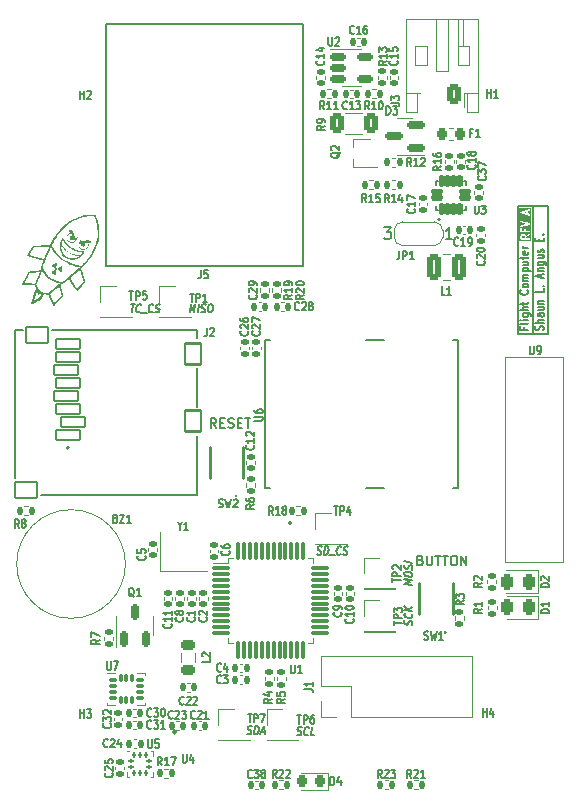
<source format=gto>
G04 #@! TF.GenerationSoftware,KiCad,Pcbnew,7.0.6*
G04 #@! TF.CreationDate,2024-05-29T18:09:33+12:00*
G04 #@! TF.ProjectId,flight_computer,666c6967-6874-45f6-936f-6d7075746572,rev?*
G04 #@! TF.SameCoordinates,Original*
G04 #@! TF.FileFunction,Legend,Top*
G04 #@! TF.FilePolarity,Positive*
%FSLAX46Y46*%
G04 Gerber Fmt 4.6, Leading zero omitted, Abs format (unit mm)*
G04 Created by KiCad (PCBNEW 7.0.6) date 2024-05-29 18:09:33*
%MOMM*%
%LPD*%
G01*
G04 APERTURE LIST*
G04 Aperture macros list*
%AMRoundRect*
0 Rectangle with rounded corners*
0 $1 Rounding radius*
0 $2 $3 $4 $5 $6 $7 $8 $9 X,Y pos of 4 corners*
0 Add a 4 corners polygon primitive as box body*
4,1,4,$2,$3,$4,$5,$6,$7,$8,$9,$2,$3,0*
0 Add four circle primitives for the rounded corners*
1,1,$1+$1,$2,$3*
1,1,$1+$1,$4,$5*
1,1,$1+$1,$6,$7*
1,1,$1+$1,$8,$9*
0 Add four rect primitives between the rounded corners*
20,1,$1+$1,$2,$3,$4,$5,0*
20,1,$1+$1,$4,$5,$6,$7,0*
20,1,$1+$1,$6,$7,$8,$9,0*
20,1,$1+$1,$8,$9,$2,$3,0*%
%AMFreePoly0*
4,1,19,0.550000,-0.750000,0.000000,-0.750000,0.000000,-0.744911,-0.071157,-0.744911,-0.207708,-0.704816,-0.327430,-0.627875,-0.420627,-0.520320,-0.479746,-0.390866,-0.500000,-0.250000,-0.500000,0.250000,-0.479746,0.390866,-0.420627,0.520320,-0.327430,0.627875,-0.207708,0.704816,-0.071157,0.744911,0.000000,0.744911,0.000000,0.750000,0.550000,0.750000,0.550000,-0.750000,0.550000,-0.750000,
$1*%
%AMFreePoly1*
4,1,19,0.000000,0.744911,0.071157,0.744911,0.207708,0.704816,0.327430,0.627875,0.420627,0.520320,0.479746,0.390866,0.500000,0.250000,0.500000,-0.250000,0.479746,-0.390866,0.420627,-0.520320,0.327430,-0.627875,0.207708,-0.704816,0.071157,-0.744911,0.000000,-0.744911,0.000000,-0.750000,-0.550000,-0.750000,-0.550000,0.750000,0.000000,0.750000,0.000000,0.744911,0.000000,0.744911,
$1*%
G04 Aperture macros list end*
%ADD10C,0.150000*%
%ADD11C,0.200000*%
%ADD12C,0.120000*%
%ADD13C,0.254000*%
%ADD14C,0.100000*%
%ADD15C,0.152400*%
%ADD16C,0.127000*%
%ADD17C,0.250000*%
%ADD18RoundRect,0.140000X0.170000X-0.140000X0.170000X0.140000X-0.170000X0.140000X-0.170000X-0.140000X0*%
%ADD19RoundRect,0.135000X0.185000X-0.135000X0.185000X0.135000X-0.185000X0.135000X-0.185000X-0.135000X0*%
%ADD20FreePoly0,180.000000*%
%ADD21R,1.000000X1.500000*%
%ADD22FreePoly1,180.000000*%
%ADD23RoundRect,0.140000X-0.170000X0.140000X-0.170000X-0.140000X0.170000X-0.140000X0.170000X0.140000X0*%
%ADD24RoundRect,0.135000X0.135000X0.185000X-0.135000X0.185000X-0.135000X-0.185000X0.135000X-0.185000X0*%
%ADD25C,0.800000*%
%ADD26C,6.400000*%
%ADD27R,1.700000X1.700000*%
%ADD28O,1.700000X1.700000*%
%ADD29RoundRect,0.250000X0.350000X0.625000X-0.350000X0.625000X-0.350000X-0.625000X0.350000X-0.625000X0*%
%ADD30O,1.200000X1.750000*%
%ADD31RoundRect,0.075000X-0.662500X-0.075000X0.662500X-0.075000X0.662500X0.075000X-0.662500X0.075000X0*%
%ADD32RoundRect,0.075000X-0.075000X-0.662500X0.075000X-0.662500X0.075000X0.662500X-0.075000X0.662500X0*%
%ADD33RoundRect,0.218750X0.218750X0.256250X-0.218750X0.256250X-0.218750X-0.256250X0.218750X-0.256250X0*%
%ADD34RoundRect,0.087500X-0.225000X-0.087500X0.225000X-0.087500X0.225000X0.087500X-0.225000X0.087500X0*%
%ADD35RoundRect,0.087500X-0.087500X-0.225000X0.087500X-0.225000X0.087500X0.225000X-0.087500X0.225000X0*%
%ADD36RoundRect,0.140000X0.140000X0.170000X-0.140000X0.170000X-0.140000X-0.170000X0.140000X-0.170000X0*%
%ADD37RoundRect,0.218750X-0.381250X0.218750X-0.381250X-0.218750X0.381250X-0.218750X0.381250X0.218750X0*%
%ADD38R,0.700000X0.450000*%
%ADD39RoundRect,0.135000X-0.135000X-0.185000X0.135000X-0.185000X0.135000X0.185000X-0.135000X0.185000X0*%
%ADD40R,1.000000X0.900000*%
%ADD41RoundRect,0.140000X-0.140000X-0.170000X0.140000X-0.170000X0.140000X0.170000X-0.140000X0.170000X0*%
%ADD42R,0.700000X1.400000*%
%ADD43R,4.000000X1.000000*%
%ADD44R,1.200000X1.400000*%
%ADD45R,0.500000X1.500000*%
%ADD46R,0.500000X0.600000*%
%ADD47R,0.812800X2.489200*%
%ADD48RoundRect,0.102000X-1.000000X0.400000X-1.000000X-0.400000X1.000000X-0.400000X1.000000X0.400000X0*%
%ADD49RoundRect,0.102000X-0.700000X0.900000X-0.700000X-0.900000X0.700000X-0.900000X0.700000X0.900000X0*%
%ADD50RoundRect,0.102000X-0.950000X0.700000X-0.950000X-0.700000X0.950000X-0.700000X0.950000X0.700000X0*%
%ADD51RoundRect,0.250000X0.312500X0.625000X-0.312500X0.625000X-0.312500X-0.625000X0.312500X-0.625000X0*%
%ADD52RoundRect,0.135000X-0.185000X0.135000X-0.185000X-0.135000X0.185000X-0.135000X0.185000X0.135000X0*%
%ADD53RoundRect,0.110100X0.126900X-0.421900X0.126900X0.421900X-0.126900X0.421900X-0.126900X-0.421900X0*%
%ADD54RoundRect,0.110100X0.421900X0.126900X-0.421900X0.126900X-0.421900X-0.126900X0.421900X-0.126900X0*%
%ADD55RoundRect,0.150000X0.587500X0.150000X-0.587500X0.150000X-0.587500X-0.150000X0.587500X-0.150000X0*%
%ADD56RoundRect,0.150000X-0.512500X-0.150000X0.512500X-0.150000X0.512500X0.150000X-0.512500X0.150000X0*%
%ADD57C,2.250000*%
%ADD58C,4.350000*%
%ADD59RoundRect,0.243750X0.243750X0.456250X-0.243750X0.456250X-0.243750X-0.456250X0.243750X-0.456250X0*%
%ADD60RoundRect,0.250000X0.375000X0.850000X-0.375000X0.850000X-0.375000X-0.850000X0.375000X-0.850000X0*%
%ADD61RoundRect,0.150000X0.150000X-0.512500X0.150000X0.512500X-0.150000X0.512500X-0.150000X-0.512500X0*%
%ADD62R,1.524000X1.524000*%
%ADD63C,1.524000*%
%ADD64RoundRect,0.087500X-0.125000X-0.087500X0.125000X-0.087500X0.125000X0.087500X-0.125000X0.087500X0*%
%ADD65RoundRect,0.087500X-0.087500X-0.125000X0.087500X-0.125000X0.087500X0.125000X-0.087500X0.125000X0*%
%ADD66R,1.400000X1.200000*%
%ADD67R,0.700000X0.300000*%
%ADD68R,0.550000X0.910000*%
G04 APERTURE END LIST*
D10*
X166800000Y-94900000D02*
X166800000Y-84200000D01*
X165500000Y-84200000D02*
X168100000Y-84200000D01*
X168100000Y-95000000D01*
X165500000Y-95000000D01*
X165500000Y-84200000D01*
X148512969Y-113673200D02*
X148594517Y-113706533D01*
X148594517Y-113706533D02*
X148737374Y-113706533D01*
X148737374Y-113706533D02*
X148798684Y-113673200D01*
X148798684Y-113673200D02*
X148831422Y-113639866D01*
X148831422Y-113639866D02*
X148868326Y-113573200D01*
X148868326Y-113573200D02*
X148876660Y-113506533D01*
X148876660Y-113506533D02*
X148856422Y-113439866D01*
X148856422Y-113439866D02*
X148832017Y-113406533D01*
X148832017Y-113406533D02*
X148779041Y-113373200D01*
X148779041Y-113373200D02*
X148668922Y-113339866D01*
X148668922Y-113339866D02*
X148615945Y-113306533D01*
X148615945Y-113306533D02*
X148591541Y-113273200D01*
X148591541Y-113273200D02*
X148571303Y-113206533D01*
X148571303Y-113206533D02*
X148579636Y-113139866D01*
X148579636Y-113139866D02*
X148616541Y-113073200D01*
X148616541Y-113073200D02*
X148649279Y-113039866D01*
X148649279Y-113039866D02*
X148710588Y-113006533D01*
X148710588Y-113006533D02*
X148853445Y-113006533D01*
X148853445Y-113006533D02*
X148934993Y-113039866D01*
X149108803Y-113706533D02*
X149196303Y-113006533D01*
X149196303Y-113006533D02*
X149339160Y-113006533D01*
X149339160Y-113006533D02*
X149420708Y-113039866D01*
X149420708Y-113039866D02*
X149469517Y-113106533D01*
X149469517Y-113106533D02*
X149489755Y-113173200D01*
X149489755Y-113173200D02*
X149501660Y-113306533D01*
X149501660Y-113306533D02*
X149489160Y-113406533D01*
X149489160Y-113406533D02*
X149443922Y-113539866D01*
X149443922Y-113539866D02*
X149407017Y-113606533D01*
X149407017Y-113606533D02*
X149341541Y-113673200D01*
X149341541Y-113673200D02*
X149251660Y-113706533D01*
X149251660Y-113706533D02*
X149108803Y-113706533D01*
X149557613Y-113773200D02*
X150014755Y-113773200D01*
X150517136Y-113639866D02*
X150484398Y-113673200D01*
X150484398Y-113673200D02*
X150394517Y-113706533D01*
X150394517Y-113706533D02*
X150337375Y-113706533D01*
X150337375Y-113706533D02*
X150255827Y-113673200D01*
X150255827Y-113673200D02*
X150207017Y-113606533D01*
X150207017Y-113606533D02*
X150186779Y-113539866D01*
X150186779Y-113539866D02*
X150174875Y-113406533D01*
X150174875Y-113406533D02*
X150187375Y-113306533D01*
X150187375Y-113306533D02*
X150232613Y-113173200D01*
X150232613Y-113173200D02*
X150269517Y-113106533D01*
X150269517Y-113106533D02*
X150334994Y-113039866D01*
X150334994Y-113039866D02*
X150424875Y-113006533D01*
X150424875Y-113006533D02*
X150482017Y-113006533D01*
X150482017Y-113006533D02*
X150563565Y-113039866D01*
X150563565Y-113039866D02*
X150587970Y-113073200D01*
X150741541Y-113673200D02*
X150823089Y-113706533D01*
X150823089Y-113706533D02*
X150965946Y-113706533D01*
X150965946Y-113706533D02*
X151027256Y-113673200D01*
X151027256Y-113673200D02*
X151059994Y-113639866D01*
X151059994Y-113639866D02*
X151096898Y-113573200D01*
X151096898Y-113573200D02*
X151105232Y-113506533D01*
X151105232Y-113506533D02*
X151084994Y-113439866D01*
X151084994Y-113439866D02*
X151060589Y-113406533D01*
X151060589Y-113406533D02*
X151007613Y-113373200D01*
X151007613Y-113373200D02*
X150897494Y-113339866D01*
X150897494Y-113339866D02*
X150844517Y-113306533D01*
X150844517Y-113306533D02*
X150820113Y-113273200D01*
X150820113Y-113273200D02*
X150799875Y-113206533D01*
X150799875Y-113206533D02*
X150808208Y-113139866D01*
X150808208Y-113139866D02*
X150845113Y-113073200D01*
X150845113Y-113073200D02*
X150877851Y-113039866D01*
X150877851Y-113039866D02*
X150939160Y-113006533D01*
X150939160Y-113006533D02*
X151082017Y-113006533D01*
X151082017Y-113006533D02*
X151163565Y-113039866D01*
X142612969Y-128873200D02*
X142694517Y-128906533D01*
X142694517Y-128906533D02*
X142837374Y-128906533D01*
X142837374Y-128906533D02*
X142898684Y-128873200D01*
X142898684Y-128873200D02*
X142931422Y-128839866D01*
X142931422Y-128839866D02*
X142968326Y-128773200D01*
X142968326Y-128773200D02*
X142976660Y-128706533D01*
X142976660Y-128706533D02*
X142956422Y-128639866D01*
X142956422Y-128639866D02*
X142932017Y-128606533D01*
X142932017Y-128606533D02*
X142879041Y-128573200D01*
X142879041Y-128573200D02*
X142768922Y-128539866D01*
X142768922Y-128539866D02*
X142715945Y-128506533D01*
X142715945Y-128506533D02*
X142691541Y-128473200D01*
X142691541Y-128473200D02*
X142671303Y-128406533D01*
X142671303Y-128406533D02*
X142679636Y-128339866D01*
X142679636Y-128339866D02*
X142716541Y-128273200D01*
X142716541Y-128273200D02*
X142749279Y-128239866D01*
X142749279Y-128239866D02*
X142810588Y-128206533D01*
X142810588Y-128206533D02*
X142953445Y-128206533D01*
X142953445Y-128206533D02*
X143034993Y-128239866D01*
X143208803Y-128906533D02*
X143296303Y-128206533D01*
X143296303Y-128206533D02*
X143439160Y-128206533D01*
X143439160Y-128206533D02*
X143520708Y-128239866D01*
X143520708Y-128239866D02*
X143569517Y-128306533D01*
X143569517Y-128306533D02*
X143589755Y-128373200D01*
X143589755Y-128373200D02*
X143601660Y-128506533D01*
X143601660Y-128506533D02*
X143589160Y-128606533D01*
X143589160Y-128606533D02*
X143543922Y-128739866D01*
X143543922Y-128739866D02*
X143507017Y-128806533D01*
X143507017Y-128806533D02*
X143441541Y-128873200D01*
X143441541Y-128873200D02*
X143351660Y-128906533D01*
X143351660Y-128906533D02*
X143208803Y-128906533D01*
X143805232Y-128706533D02*
X144090946Y-128706533D01*
X143723089Y-128906533D02*
X144010589Y-128206533D01*
X144010589Y-128206533D02*
X144123089Y-128906533D01*
X156606533Y-116262625D02*
X155906533Y-116175125D01*
X155906533Y-116175125D02*
X156406533Y-116037625D01*
X156406533Y-116037625D02*
X155906533Y-115775125D01*
X155906533Y-115775125D02*
X156606533Y-115862625D01*
X155906533Y-115375125D02*
X155906533Y-115260840D01*
X155906533Y-115260840D02*
X155939866Y-115207863D01*
X155939866Y-115207863D02*
X156006533Y-115159054D01*
X156006533Y-115159054D02*
X156139866Y-115147149D01*
X156139866Y-115147149D02*
X156373200Y-115176316D01*
X156373200Y-115176316D02*
X156506533Y-115221554D01*
X156506533Y-115221554D02*
X156573200Y-115287030D01*
X156573200Y-115287030D02*
X156606533Y-115348340D01*
X156606533Y-115348340D02*
X156606533Y-115462625D01*
X156606533Y-115462625D02*
X156573200Y-115515602D01*
X156573200Y-115515602D02*
X156506533Y-115564411D01*
X156506533Y-115564411D02*
X156373200Y-115576316D01*
X156373200Y-115576316D02*
X156139866Y-115547149D01*
X156139866Y-115547149D02*
X156006533Y-115501911D01*
X156006533Y-115501911D02*
X155939866Y-115436435D01*
X155939866Y-115436435D02*
X155906533Y-115375125D01*
X156573200Y-114972745D02*
X156606533Y-114891197D01*
X156606533Y-114891197D02*
X156606533Y-114748340D01*
X156606533Y-114748340D02*
X156573200Y-114687031D01*
X156573200Y-114687031D02*
X156539866Y-114654292D01*
X156539866Y-114654292D02*
X156473200Y-114617388D01*
X156473200Y-114617388D02*
X156406533Y-114609054D01*
X156406533Y-114609054D02*
X156339866Y-114629292D01*
X156339866Y-114629292D02*
X156306533Y-114653697D01*
X156306533Y-114653697D02*
X156273200Y-114706673D01*
X156273200Y-114706673D02*
X156239866Y-114816792D01*
X156239866Y-114816792D02*
X156206533Y-114869769D01*
X156206533Y-114869769D02*
X156173200Y-114894173D01*
X156173200Y-114894173D02*
X156106533Y-114914411D01*
X156106533Y-114914411D02*
X156039866Y-114906078D01*
X156039866Y-114906078D02*
X155973200Y-114869173D01*
X155973200Y-114869173D02*
X155939866Y-114836435D01*
X155939866Y-114836435D02*
X155906533Y-114775126D01*
X155906533Y-114775126D02*
X155906533Y-114632269D01*
X155906533Y-114632269D02*
X155939866Y-114550721D01*
X156606533Y-114376911D02*
X155906533Y-114289411D01*
X137737374Y-93206533D02*
X137824874Y-92506533D01*
X137824874Y-92506533D02*
X137962374Y-93006533D01*
X137962374Y-93006533D02*
X138224874Y-92506533D01*
X138224874Y-92506533D02*
X138137374Y-93206533D01*
X138423088Y-93206533D02*
X138510588Y-92506533D01*
X138684397Y-93173200D02*
X138765945Y-93206533D01*
X138765945Y-93206533D02*
X138908802Y-93206533D01*
X138908802Y-93206533D02*
X138970112Y-93173200D01*
X138970112Y-93173200D02*
X139002850Y-93139866D01*
X139002850Y-93139866D02*
X139039754Y-93073200D01*
X139039754Y-93073200D02*
X139048088Y-93006533D01*
X139048088Y-93006533D02*
X139027850Y-92939866D01*
X139027850Y-92939866D02*
X139003445Y-92906533D01*
X139003445Y-92906533D02*
X138950469Y-92873200D01*
X138950469Y-92873200D02*
X138840350Y-92839866D01*
X138840350Y-92839866D02*
X138787373Y-92806533D01*
X138787373Y-92806533D02*
X138762969Y-92773200D01*
X138762969Y-92773200D02*
X138742731Y-92706533D01*
X138742731Y-92706533D02*
X138751064Y-92639866D01*
X138751064Y-92639866D02*
X138787969Y-92573200D01*
X138787969Y-92573200D02*
X138820707Y-92539866D01*
X138820707Y-92539866D02*
X138882016Y-92506533D01*
X138882016Y-92506533D02*
X139024873Y-92506533D01*
X139024873Y-92506533D02*
X139106421Y-92539866D01*
X139482017Y-92506533D02*
X139596302Y-92506533D01*
X139596302Y-92506533D02*
X139649279Y-92539866D01*
X139649279Y-92539866D02*
X139698088Y-92606533D01*
X139698088Y-92606533D02*
X139709993Y-92739866D01*
X139709993Y-92739866D02*
X139680826Y-92973200D01*
X139680826Y-92973200D02*
X139635588Y-93106533D01*
X139635588Y-93106533D02*
X139570112Y-93173200D01*
X139570112Y-93173200D02*
X139508802Y-93206533D01*
X139508802Y-93206533D02*
X139394517Y-93206533D01*
X139394517Y-93206533D02*
X139341541Y-93173200D01*
X139341541Y-93173200D02*
X139292731Y-93106533D01*
X139292731Y-93106533D02*
X139280826Y-92973200D01*
X139280826Y-92973200D02*
X139309993Y-92739866D01*
X139309993Y-92739866D02*
X139355231Y-92606533D01*
X139355231Y-92606533D02*
X139420707Y-92539866D01*
X139420707Y-92539866D02*
X139482017Y-92506533D01*
D11*
X139979197Y-102951695D02*
X139712530Y-102570742D01*
X139522054Y-102951695D02*
X139522054Y-102151695D01*
X139522054Y-102151695D02*
X139826816Y-102151695D01*
X139826816Y-102151695D02*
X139903006Y-102189790D01*
X139903006Y-102189790D02*
X139941101Y-102227885D01*
X139941101Y-102227885D02*
X139979197Y-102304076D01*
X139979197Y-102304076D02*
X139979197Y-102418361D01*
X139979197Y-102418361D02*
X139941101Y-102494552D01*
X139941101Y-102494552D02*
X139903006Y-102532647D01*
X139903006Y-102532647D02*
X139826816Y-102570742D01*
X139826816Y-102570742D02*
X139522054Y-102570742D01*
X140322054Y-102532647D02*
X140588720Y-102532647D01*
X140703006Y-102951695D02*
X140322054Y-102951695D01*
X140322054Y-102951695D02*
X140322054Y-102151695D01*
X140322054Y-102151695D02*
X140703006Y-102151695D01*
X141007768Y-102913600D02*
X141122054Y-102951695D01*
X141122054Y-102951695D02*
X141312530Y-102951695D01*
X141312530Y-102951695D02*
X141388721Y-102913600D01*
X141388721Y-102913600D02*
X141426816Y-102875504D01*
X141426816Y-102875504D02*
X141464911Y-102799314D01*
X141464911Y-102799314D02*
X141464911Y-102723123D01*
X141464911Y-102723123D02*
X141426816Y-102646933D01*
X141426816Y-102646933D02*
X141388721Y-102608838D01*
X141388721Y-102608838D02*
X141312530Y-102570742D01*
X141312530Y-102570742D02*
X141160149Y-102532647D01*
X141160149Y-102532647D02*
X141083959Y-102494552D01*
X141083959Y-102494552D02*
X141045864Y-102456457D01*
X141045864Y-102456457D02*
X141007768Y-102380266D01*
X141007768Y-102380266D02*
X141007768Y-102304076D01*
X141007768Y-102304076D02*
X141045864Y-102227885D01*
X141045864Y-102227885D02*
X141083959Y-102189790D01*
X141083959Y-102189790D02*
X141160149Y-102151695D01*
X141160149Y-102151695D02*
X141350626Y-102151695D01*
X141350626Y-102151695D02*
X141464911Y-102189790D01*
X141807769Y-102532647D02*
X142074435Y-102532647D01*
X142188721Y-102951695D02*
X141807769Y-102951695D01*
X141807769Y-102951695D02*
X141807769Y-102151695D01*
X141807769Y-102151695D02*
X142188721Y-102151695D01*
X142417293Y-102151695D02*
X142874436Y-102151695D01*
X142645864Y-102951695D02*
X142645864Y-102151695D01*
X157288720Y-114180147D02*
X157403006Y-114218242D01*
X157403006Y-114218242D02*
X157441101Y-114256338D01*
X157441101Y-114256338D02*
X157479197Y-114332528D01*
X157479197Y-114332528D02*
X157479197Y-114446814D01*
X157479197Y-114446814D02*
X157441101Y-114523004D01*
X157441101Y-114523004D02*
X157403006Y-114561100D01*
X157403006Y-114561100D02*
X157326816Y-114599195D01*
X157326816Y-114599195D02*
X157022054Y-114599195D01*
X157022054Y-114599195D02*
X157022054Y-113799195D01*
X157022054Y-113799195D02*
X157288720Y-113799195D01*
X157288720Y-113799195D02*
X157364911Y-113837290D01*
X157364911Y-113837290D02*
X157403006Y-113875385D01*
X157403006Y-113875385D02*
X157441101Y-113951576D01*
X157441101Y-113951576D02*
X157441101Y-114027766D01*
X157441101Y-114027766D02*
X157403006Y-114103957D01*
X157403006Y-114103957D02*
X157364911Y-114142052D01*
X157364911Y-114142052D02*
X157288720Y-114180147D01*
X157288720Y-114180147D02*
X157022054Y-114180147D01*
X157822054Y-113799195D02*
X157822054Y-114446814D01*
X157822054Y-114446814D02*
X157860149Y-114523004D01*
X157860149Y-114523004D02*
X157898244Y-114561100D01*
X157898244Y-114561100D02*
X157974435Y-114599195D01*
X157974435Y-114599195D02*
X158126816Y-114599195D01*
X158126816Y-114599195D02*
X158203006Y-114561100D01*
X158203006Y-114561100D02*
X158241101Y-114523004D01*
X158241101Y-114523004D02*
X158279197Y-114446814D01*
X158279197Y-114446814D02*
X158279197Y-113799195D01*
X158545863Y-113799195D02*
X159003006Y-113799195D01*
X158774434Y-114599195D02*
X158774434Y-113799195D01*
X159155387Y-113799195D02*
X159612530Y-113799195D01*
X159383958Y-114599195D02*
X159383958Y-113799195D01*
X160031578Y-113799195D02*
X160183959Y-113799195D01*
X160183959Y-113799195D02*
X160260149Y-113837290D01*
X160260149Y-113837290D02*
X160336340Y-113913480D01*
X160336340Y-113913480D02*
X160374435Y-114065861D01*
X160374435Y-114065861D02*
X160374435Y-114332528D01*
X160374435Y-114332528D02*
X160336340Y-114484909D01*
X160336340Y-114484909D02*
X160260149Y-114561100D01*
X160260149Y-114561100D02*
X160183959Y-114599195D01*
X160183959Y-114599195D02*
X160031578Y-114599195D01*
X160031578Y-114599195D02*
X159955387Y-114561100D01*
X159955387Y-114561100D02*
X159879197Y-114484909D01*
X159879197Y-114484909D02*
X159841101Y-114332528D01*
X159841101Y-114332528D02*
X159841101Y-114065861D01*
X159841101Y-114065861D02*
X159879197Y-113913480D01*
X159879197Y-113913480D02*
X159955387Y-113837290D01*
X159955387Y-113837290D02*
X160031578Y-113799195D01*
X160717292Y-114599195D02*
X160717292Y-113799195D01*
X160717292Y-113799195D02*
X161174435Y-114599195D01*
X161174435Y-114599195D02*
X161174435Y-113799195D01*
D10*
X146812969Y-128973200D02*
X146894517Y-129006533D01*
X146894517Y-129006533D02*
X147037374Y-129006533D01*
X147037374Y-129006533D02*
X147098684Y-128973200D01*
X147098684Y-128973200D02*
X147131422Y-128939866D01*
X147131422Y-128939866D02*
X147168326Y-128873200D01*
X147168326Y-128873200D02*
X147176660Y-128806533D01*
X147176660Y-128806533D02*
X147156422Y-128739866D01*
X147156422Y-128739866D02*
X147132017Y-128706533D01*
X147132017Y-128706533D02*
X147079041Y-128673200D01*
X147079041Y-128673200D02*
X146968922Y-128639866D01*
X146968922Y-128639866D02*
X146915945Y-128606533D01*
X146915945Y-128606533D02*
X146891541Y-128573200D01*
X146891541Y-128573200D02*
X146871303Y-128506533D01*
X146871303Y-128506533D02*
X146879636Y-128439866D01*
X146879636Y-128439866D02*
X146916541Y-128373200D01*
X146916541Y-128373200D02*
X146949279Y-128339866D01*
X146949279Y-128339866D02*
X147010588Y-128306533D01*
X147010588Y-128306533D02*
X147153445Y-128306533D01*
X147153445Y-128306533D02*
X147234993Y-128339866D01*
X147759993Y-128939866D02*
X147727255Y-128973200D01*
X147727255Y-128973200D02*
X147637374Y-129006533D01*
X147637374Y-129006533D02*
X147580232Y-129006533D01*
X147580232Y-129006533D02*
X147498684Y-128973200D01*
X147498684Y-128973200D02*
X147449874Y-128906533D01*
X147449874Y-128906533D02*
X147429636Y-128839866D01*
X147429636Y-128839866D02*
X147417732Y-128706533D01*
X147417732Y-128706533D02*
X147430232Y-128606533D01*
X147430232Y-128606533D02*
X147475470Y-128473200D01*
X147475470Y-128473200D02*
X147512374Y-128406533D01*
X147512374Y-128406533D02*
X147577851Y-128339866D01*
X147577851Y-128339866D02*
X147667732Y-128306533D01*
X147667732Y-128306533D02*
X147724874Y-128306533D01*
X147724874Y-128306533D02*
X147806422Y-128339866D01*
X147806422Y-128339866D02*
X147830827Y-128373200D01*
X148294517Y-129006533D02*
X148008803Y-129006533D01*
X148008803Y-129006533D02*
X148096303Y-128306533D01*
X167673200Y-94687030D02*
X167706533Y-94601316D01*
X167706533Y-94601316D02*
X167706533Y-94458458D01*
X167706533Y-94458458D02*
X167673200Y-94401316D01*
X167673200Y-94401316D02*
X167639866Y-94372744D01*
X167639866Y-94372744D02*
X167573200Y-94344173D01*
X167573200Y-94344173D02*
X167506533Y-94344173D01*
X167506533Y-94344173D02*
X167439866Y-94372744D01*
X167439866Y-94372744D02*
X167406533Y-94401316D01*
X167406533Y-94401316D02*
X167373200Y-94458458D01*
X167373200Y-94458458D02*
X167339866Y-94572744D01*
X167339866Y-94572744D02*
X167306533Y-94629887D01*
X167306533Y-94629887D02*
X167273200Y-94658458D01*
X167273200Y-94658458D02*
X167206533Y-94687030D01*
X167206533Y-94687030D02*
X167139866Y-94687030D01*
X167139866Y-94687030D02*
X167073200Y-94658458D01*
X167073200Y-94658458D02*
X167039866Y-94629887D01*
X167039866Y-94629887D02*
X167006533Y-94572744D01*
X167006533Y-94572744D02*
X167006533Y-94429887D01*
X167006533Y-94429887D02*
X167039866Y-94344173D01*
X167706533Y-94087029D02*
X167006533Y-94087029D01*
X167706533Y-93829887D02*
X167339866Y-93829887D01*
X167339866Y-93829887D02*
X167273200Y-93858458D01*
X167273200Y-93858458D02*
X167239866Y-93915601D01*
X167239866Y-93915601D02*
X167239866Y-94001315D01*
X167239866Y-94001315D02*
X167273200Y-94058458D01*
X167273200Y-94058458D02*
X167306533Y-94087029D01*
X167706533Y-93287030D02*
X167339866Y-93287030D01*
X167339866Y-93287030D02*
X167273200Y-93315601D01*
X167273200Y-93315601D02*
X167239866Y-93372744D01*
X167239866Y-93372744D02*
X167239866Y-93487030D01*
X167239866Y-93487030D02*
X167273200Y-93544172D01*
X167673200Y-93287030D02*
X167706533Y-93344172D01*
X167706533Y-93344172D02*
X167706533Y-93487030D01*
X167706533Y-93487030D02*
X167673200Y-93544172D01*
X167673200Y-93544172D02*
X167606533Y-93572744D01*
X167606533Y-93572744D02*
X167539866Y-93572744D01*
X167539866Y-93572744D02*
X167473200Y-93544172D01*
X167473200Y-93544172D02*
X167439866Y-93487030D01*
X167439866Y-93487030D02*
X167439866Y-93344172D01*
X167439866Y-93344172D02*
X167406533Y-93287030D01*
X167239866Y-92744173D02*
X167706533Y-92744173D01*
X167239866Y-93001315D02*
X167606533Y-93001315D01*
X167606533Y-93001315D02*
X167673200Y-92972744D01*
X167673200Y-92972744D02*
X167706533Y-92915601D01*
X167706533Y-92915601D02*
X167706533Y-92829887D01*
X167706533Y-92829887D02*
X167673200Y-92772744D01*
X167673200Y-92772744D02*
X167639866Y-92744173D01*
X167239866Y-92458458D02*
X167706533Y-92458458D01*
X167306533Y-92458458D02*
X167273200Y-92429887D01*
X167273200Y-92429887D02*
X167239866Y-92372744D01*
X167239866Y-92372744D02*
X167239866Y-92287030D01*
X167239866Y-92287030D02*
X167273200Y-92229887D01*
X167273200Y-92229887D02*
X167339866Y-92201316D01*
X167339866Y-92201316D02*
X167706533Y-92201316D01*
X167706533Y-91172744D02*
X167706533Y-91458458D01*
X167706533Y-91458458D02*
X167006533Y-91458458D01*
X167639866Y-90972744D02*
X167673200Y-90944173D01*
X167673200Y-90944173D02*
X167706533Y-90972744D01*
X167706533Y-90972744D02*
X167673200Y-91001316D01*
X167673200Y-91001316D02*
X167639866Y-90972744D01*
X167639866Y-90972744D02*
X167706533Y-90972744D01*
X167506533Y-90258459D02*
X167506533Y-89972745D01*
X167706533Y-90315602D02*
X167006533Y-90115602D01*
X167006533Y-90115602D02*
X167706533Y-89915602D01*
X167239866Y-89715601D02*
X167706533Y-89715601D01*
X167306533Y-89715601D02*
X167273200Y-89687030D01*
X167273200Y-89687030D02*
X167239866Y-89629887D01*
X167239866Y-89629887D02*
X167239866Y-89544173D01*
X167239866Y-89544173D02*
X167273200Y-89487030D01*
X167273200Y-89487030D02*
X167339866Y-89458459D01*
X167339866Y-89458459D02*
X167706533Y-89458459D01*
X167239866Y-88915602D02*
X167806533Y-88915602D01*
X167806533Y-88915602D02*
X167873200Y-88944173D01*
X167873200Y-88944173D02*
X167906533Y-88972744D01*
X167906533Y-88972744D02*
X167939866Y-89029887D01*
X167939866Y-89029887D02*
X167939866Y-89115602D01*
X167939866Y-89115602D02*
X167906533Y-89172744D01*
X167673200Y-88915602D02*
X167706533Y-88972744D01*
X167706533Y-88972744D02*
X167706533Y-89087030D01*
X167706533Y-89087030D02*
X167673200Y-89144173D01*
X167673200Y-89144173D02*
X167639866Y-89172744D01*
X167639866Y-89172744D02*
X167573200Y-89201316D01*
X167573200Y-89201316D02*
X167373200Y-89201316D01*
X167373200Y-89201316D02*
X167306533Y-89172744D01*
X167306533Y-89172744D02*
X167273200Y-89144173D01*
X167273200Y-89144173D02*
X167239866Y-89087030D01*
X167239866Y-89087030D02*
X167239866Y-88972744D01*
X167239866Y-88972744D02*
X167273200Y-88915602D01*
X167239866Y-88372745D02*
X167706533Y-88372745D01*
X167239866Y-88629887D02*
X167606533Y-88629887D01*
X167606533Y-88629887D02*
X167673200Y-88601316D01*
X167673200Y-88601316D02*
X167706533Y-88544173D01*
X167706533Y-88544173D02*
X167706533Y-88458459D01*
X167706533Y-88458459D02*
X167673200Y-88401316D01*
X167673200Y-88401316D02*
X167639866Y-88372745D01*
X167673200Y-88115602D02*
X167706533Y-88058459D01*
X167706533Y-88058459D02*
X167706533Y-87944173D01*
X167706533Y-87944173D02*
X167673200Y-87887030D01*
X167673200Y-87887030D02*
X167606533Y-87858459D01*
X167606533Y-87858459D02*
X167573200Y-87858459D01*
X167573200Y-87858459D02*
X167506533Y-87887030D01*
X167506533Y-87887030D02*
X167473200Y-87944173D01*
X167473200Y-87944173D02*
X167473200Y-88029888D01*
X167473200Y-88029888D02*
X167439866Y-88087030D01*
X167439866Y-88087030D02*
X167373200Y-88115602D01*
X167373200Y-88115602D02*
X167339866Y-88115602D01*
X167339866Y-88115602D02*
X167273200Y-88087030D01*
X167273200Y-88087030D02*
X167239866Y-88029888D01*
X167239866Y-88029888D02*
X167239866Y-87944173D01*
X167239866Y-87944173D02*
X167273200Y-87887030D01*
X167339866Y-87144173D02*
X167339866Y-86944173D01*
X167706533Y-86858459D02*
X167706533Y-87144173D01*
X167706533Y-87144173D02*
X167006533Y-87144173D01*
X167006533Y-87144173D02*
X167006533Y-86858459D01*
X167639866Y-86601316D02*
X167673200Y-86572745D01*
X167673200Y-86572745D02*
X167706533Y-86601316D01*
X167706533Y-86601316D02*
X167673200Y-86629888D01*
X167673200Y-86629888D02*
X167639866Y-86601316D01*
X167639866Y-86601316D02*
X167706533Y-86601316D01*
X156573200Y-119687030D02*
X156606533Y-119605482D01*
X156606533Y-119605482D02*
X156606533Y-119462625D01*
X156606533Y-119462625D02*
X156573200Y-119401316D01*
X156573200Y-119401316D02*
X156539866Y-119368577D01*
X156539866Y-119368577D02*
X156473200Y-119331673D01*
X156473200Y-119331673D02*
X156406533Y-119323339D01*
X156406533Y-119323339D02*
X156339866Y-119343577D01*
X156339866Y-119343577D02*
X156306533Y-119367982D01*
X156306533Y-119367982D02*
X156273200Y-119420958D01*
X156273200Y-119420958D02*
X156239866Y-119531077D01*
X156239866Y-119531077D02*
X156206533Y-119584054D01*
X156206533Y-119584054D02*
X156173200Y-119608458D01*
X156173200Y-119608458D02*
X156106533Y-119628696D01*
X156106533Y-119628696D02*
X156039866Y-119620363D01*
X156039866Y-119620363D02*
X155973200Y-119583458D01*
X155973200Y-119583458D02*
X155939866Y-119550720D01*
X155939866Y-119550720D02*
X155906533Y-119489411D01*
X155906533Y-119489411D02*
X155906533Y-119346554D01*
X155906533Y-119346554D02*
X155939866Y-119265006D01*
X156539866Y-118740006D02*
X156573200Y-118772744D01*
X156573200Y-118772744D02*
X156606533Y-118862625D01*
X156606533Y-118862625D02*
X156606533Y-118919767D01*
X156606533Y-118919767D02*
X156573200Y-119001315D01*
X156573200Y-119001315D02*
X156506533Y-119050125D01*
X156506533Y-119050125D02*
X156439866Y-119070363D01*
X156439866Y-119070363D02*
X156306533Y-119082267D01*
X156306533Y-119082267D02*
X156206533Y-119069767D01*
X156206533Y-119069767D02*
X156073200Y-119024529D01*
X156073200Y-119024529D02*
X156006533Y-118987625D01*
X156006533Y-118987625D02*
X155939866Y-118922148D01*
X155939866Y-118922148D02*
X155906533Y-118832267D01*
X155906533Y-118832267D02*
X155906533Y-118775125D01*
X155906533Y-118775125D02*
X155939866Y-118693577D01*
X155939866Y-118693577D02*
X155973200Y-118669172D01*
X156606533Y-118491196D02*
X155906533Y-118403696D01*
X156606533Y-118148339D02*
X156206533Y-118355482D01*
X155906533Y-118060839D02*
X156306533Y-118453696D01*
X166039866Y-94458458D02*
X166039866Y-94658458D01*
X166406533Y-94658458D02*
X165706533Y-94658458D01*
X165706533Y-94658458D02*
X165706533Y-94372744D01*
X166406533Y-94058458D02*
X166373200Y-94115601D01*
X166373200Y-94115601D02*
X166306533Y-94144172D01*
X166306533Y-94144172D02*
X165706533Y-94144172D01*
X166406533Y-93829886D02*
X165939866Y-93829886D01*
X165706533Y-93829886D02*
X165739866Y-93858458D01*
X165739866Y-93858458D02*
X165773200Y-93829886D01*
X165773200Y-93829886D02*
X165739866Y-93801315D01*
X165739866Y-93801315D02*
X165706533Y-93829886D01*
X165706533Y-93829886D02*
X165773200Y-93829886D01*
X165939866Y-93287030D02*
X166506533Y-93287030D01*
X166506533Y-93287030D02*
X166573200Y-93315601D01*
X166573200Y-93315601D02*
X166606533Y-93344172D01*
X166606533Y-93344172D02*
X166639866Y-93401315D01*
X166639866Y-93401315D02*
X166639866Y-93487030D01*
X166639866Y-93487030D02*
X166606533Y-93544172D01*
X166373200Y-93287030D02*
X166406533Y-93344172D01*
X166406533Y-93344172D02*
X166406533Y-93458458D01*
X166406533Y-93458458D02*
X166373200Y-93515601D01*
X166373200Y-93515601D02*
X166339866Y-93544172D01*
X166339866Y-93544172D02*
X166273200Y-93572744D01*
X166273200Y-93572744D02*
X166073200Y-93572744D01*
X166073200Y-93572744D02*
X166006533Y-93544172D01*
X166006533Y-93544172D02*
X165973200Y-93515601D01*
X165973200Y-93515601D02*
X165939866Y-93458458D01*
X165939866Y-93458458D02*
X165939866Y-93344172D01*
X165939866Y-93344172D02*
X165973200Y-93287030D01*
X166406533Y-93001315D02*
X165706533Y-93001315D01*
X166406533Y-92744173D02*
X166039866Y-92744173D01*
X166039866Y-92744173D02*
X165973200Y-92772744D01*
X165973200Y-92772744D02*
X165939866Y-92829887D01*
X165939866Y-92829887D02*
X165939866Y-92915601D01*
X165939866Y-92915601D02*
X165973200Y-92972744D01*
X165973200Y-92972744D02*
X166006533Y-93001315D01*
X165939866Y-92544173D02*
X165939866Y-92315601D01*
X165706533Y-92458458D02*
X166306533Y-92458458D01*
X166306533Y-92458458D02*
X166373200Y-92429887D01*
X166373200Y-92429887D02*
X166406533Y-92372744D01*
X166406533Y-92372744D02*
X166406533Y-92315601D01*
X166339866Y-91315601D02*
X166373200Y-91344173D01*
X166373200Y-91344173D02*
X166406533Y-91429887D01*
X166406533Y-91429887D02*
X166406533Y-91487030D01*
X166406533Y-91487030D02*
X166373200Y-91572744D01*
X166373200Y-91572744D02*
X166306533Y-91629887D01*
X166306533Y-91629887D02*
X166239866Y-91658458D01*
X166239866Y-91658458D02*
X166106533Y-91687030D01*
X166106533Y-91687030D02*
X166006533Y-91687030D01*
X166006533Y-91687030D02*
X165873200Y-91658458D01*
X165873200Y-91658458D02*
X165806533Y-91629887D01*
X165806533Y-91629887D02*
X165739866Y-91572744D01*
X165739866Y-91572744D02*
X165706533Y-91487030D01*
X165706533Y-91487030D02*
X165706533Y-91429887D01*
X165706533Y-91429887D02*
X165739866Y-91344173D01*
X165739866Y-91344173D02*
X165773200Y-91315601D01*
X166406533Y-90972744D02*
X166373200Y-91029887D01*
X166373200Y-91029887D02*
X166339866Y-91058458D01*
X166339866Y-91058458D02*
X166273200Y-91087030D01*
X166273200Y-91087030D02*
X166073200Y-91087030D01*
X166073200Y-91087030D02*
X166006533Y-91058458D01*
X166006533Y-91058458D02*
X165973200Y-91029887D01*
X165973200Y-91029887D02*
X165939866Y-90972744D01*
X165939866Y-90972744D02*
X165939866Y-90887030D01*
X165939866Y-90887030D02*
X165973200Y-90829887D01*
X165973200Y-90829887D02*
X166006533Y-90801316D01*
X166006533Y-90801316D02*
X166073200Y-90772744D01*
X166073200Y-90772744D02*
X166273200Y-90772744D01*
X166273200Y-90772744D02*
X166339866Y-90801316D01*
X166339866Y-90801316D02*
X166373200Y-90829887D01*
X166373200Y-90829887D02*
X166406533Y-90887030D01*
X166406533Y-90887030D02*
X166406533Y-90972744D01*
X166406533Y-90515601D02*
X165939866Y-90515601D01*
X166006533Y-90515601D02*
X165973200Y-90487030D01*
X165973200Y-90487030D02*
X165939866Y-90429887D01*
X165939866Y-90429887D02*
X165939866Y-90344173D01*
X165939866Y-90344173D02*
X165973200Y-90287030D01*
X165973200Y-90287030D02*
X166039866Y-90258459D01*
X166039866Y-90258459D02*
X166406533Y-90258459D01*
X166039866Y-90258459D02*
X165973200Y-90229887D01*
X165973200Y-90229887D02*
X165939866Y-90172744D01*
X165939866Y-90172744D02*
X165939866Y-90087030D01*
X165939866Y-90087030D02*
X165973200Y-90029887D01*
X165973200Y-90029887D02*
X166039866Y-90001316D01*
X166039866Y-90001316D02*
X166406533Y-90001316D01*
X165939866Y-89715601D02*
X166639866Y-89715601D01*
X165973200Y-89715601D02*
X165939866Y-89658459D01*
X165939866Y-89658459D02*
X165939866Y-89544173D01*
X165939866Y-89544173D02*
X165973200Y-89487030D01*
X165973200Y-89487030D02*
X166006533Y-89458459D01*
X166006533Y-89458459D02*
X166073200Y-89429887D01*
X166073200Y-89429887D02*
X166273200Y-89429887D01*
X166273200Y-89429887D02*
X166339866Y-89458459D01*
X166339866Y-89458459D02*
X166373200Y-89487030D01*
X166373200Y-89487030D02*
X166406533Y-89544173D01*
X166406533Y-89544173D02*
X166406533Y-89658459D01*
X166406533Y-89658459D02*
X166373200Y-89715601D01*
X165939866Y-88915602D02*
X166406533Y-88915602D01*
X165939866Y-89172744D02*
X166306533Y-89172744D01*
X166306533Y-89172744D02*
X166373200Y-89144173D01*
X166373200Y-89144173D02*
X166406533Y-89087030D01*
X166406533Y-89087030D02*
X166406533Y-89001316D01*
X166406533Y-89001316D02*
X166373200Y-88944173D01*
X166373200Y-88944173D02*
X166339866Y-88915602D01*
X165939866Y-88715602D02*
X165939866Y-88487030D01*
X165706533Y-88629887D02*
X166306533Y-88629887D01*
X166306533Y-88629887D02*
X166373200Y-88601316D01*
X166373200Y-88601316D02*
X166406533Y-88544173D01*
X166406533Y-88544173D02*
X166406533Y-88487030D01*
X166373200Y-88058459D02*
X166406533Y-88115602D01*
X166406533Y-88115602D02*
X166406533Y-88229888D01*
X166406533Y-88229888D02*
X166373200Y-88287030D01*
X166373200Y-88287030D02*
X166306533Y-88315602D01*
X166306533Y-88315602D02*
X166039866Y-88315602D01*
X166039866Y-88315602D02*
X165973200Y-88287030D01*
X165973200Y-88287030D02*
X165939866Y-88229888D01*
X165939866Y-88229888D02*
X165939866Y-88115602D01*
X165939866Y-88115602D02*
X165973200Y-88058459D01*
X165973200Y-88058459D02*
X166039866Y-88029888D01*
X166039866Y-88029888D02*
X166106533Y-88029888D01*
X166106533Y-88029888D02*
X166173200Y-88315602D01*
X166406533Y-87772744D02*
X165939866Y-87772744D01*
X166073200Y-87772744D02*
X166006533Y-87744173D01*
X166006533Y-87744173D02*
X165973200Y-87715602D01*
X165973200Y-87715602D02*
X165939866Y-87658459D01*
X165939866Y-87658459D02*
X165939866Y-87601316D01*
X132739160Y-92506533D02*
X133082017Y-92506533D01*
X132823088Y-93206533D02*
X132910588Y-92506533D01*
X133545707Y-93139866D02*
X133512969Y-93173200D01*
X133512969Y-93173200D02*
X133423088Y-93206533D01*
X133423088Y-93206533D02*
X133365946Y-93206533D01*
X133365946Y-93206533D02*
X133284398Y-93173200D01*
X133284398Y-93173200D02*
X133235588Y-93106533D01*
X133235588Y-93106533D02*
X133215350Y-93039866D01*
X133215350Y-93039866D02*
X133203446Y-92906533D01*
X133203446Y-92906533D02*
X133215946Y-92806533D01*
X133215946Y-92806533D02*
X133261184Y-92673200D01*
X133261184Y-92673200D02*
X133298088Y-92606533D01*
X133298088Y-92606533D02*
X133363565Y-92539866D01*
X133363565Y-92539866D02*
X133453446Y-92506533D01*
X133453446Y-92506533D02*
X133510588Y-92506533D01*
X133510588Y-92506533D02*
X133592136Y-92539866D01*
X133592136Y-92539866D02*
X133616541Y-92573200D01*
X133643327Y-93273200D02*
X134100469Y-93273200D01*
X134602850Y-93139866D02*
X134570112Y-93173200D01*
X134570112Y-93173200D02*
X134480231Y-93206533D01*
X134480231Y-93206533D02*
X134423089Y-93206533D01*
X134423089Y-93206533D02*
X134341541Y-93173200D01*
X134341541Y-93173200D02*
X134292731Y-93106533D01*
X134292731Y-93106533D02*
X134272493Y-93039866D01*
X134272493Y-93039866D02*
X134260589Y-92906533D01*
X134260589Y-92906533D02*
X134273089Y-92806533D01*
X134273089Y-92806533D02*
X134318327Y-92673200D01*
X134318327Y-92673200D02*
X134355231Y-92606533D01*
X134355231Y-92606533D02*
X134420708Y-92539866D01*
X134420708Y-92539866D02*
X134510589Y-92506533D01*
X134510589Y-92506533D02*
X134567731Y-92506533D01*
X134567731Y-92506533D02*
X134649279Y-92539866D01*
X134649279Y-92539866D02*
X134673684Y-92573200D01*
X134827255Y-93173200D02*
X134908803Y-93206533D01*
X134908803Y-93206533D02*
X135051660Y-93206533D01*
X135051660Y-93206533D02*
X135112970Y-93173200D01*
X135112970Y-93173200D02*
X135145708Y-93139866D01*
X135145708Y-93139866D02*
X135182612Y-93073200D01*
X135182612Y-93073200D02*
X135190946Y-93006533D01*
X135190946Y-93006533D02*
X135170708Y-92939866D01*
X135170708Y-92939866D02*
X135146303Y-92906533D01*
X135146303Y-92906533D02*
X135093327Y-92873200D01*
X135093327Y-92873200D02*
X134983208Y-92839866D01*
X134983208Y-92839866D02*
X134930231Y-92806533D01*
X134930231Y-92806533D02*
X134905827Y-92773200D01*
X134905827Y-92773200D02*
X134885589Y-92706533D01*
X134885589Y-92706533D02*
X134893922Y-92639866D01*
X134893922Y-92639866D02*
X134930827Y-92573200D01*
X134930827Y-92573200D02*
X134963565Y-92539866D01*
X134963565Y-92539866D02*
X135024874Y-92506533D01*
X135024874Y-92506533D02*
X135167731Y-92506533D01*
X135167731Y-92506533D02*
X135249279Y-92539866D01*
G36*
X166066440Y-86708588D02*
G01*
X166081454Y-86721457D01*
X166098200Y-86750163D01*
X166098200Y-86883458D01*
X165881533Y-86883458D01*
X165881533Y-86750163D01*
X165898276Y-86721458D01*
X165913293Y-86708587D01*
X165955260Y-86690601D01*
X166024471Y-86690601D01*
X166066440Y-86708588D01*
G37*
G36*
X166231533Y-84773314D02*
G01*
X166079536Y-84729886D01*
X166231533Y-84686459D01*
X166231533Y-84773314D01*
G37*
G36*
X166681533Y-87133458D02*
G01*
X165631533Y-87133458D01*
X165631533Y-86958458D01*
X165731533Y-86958458D01*
X165738196Y-86976766D01*
X165741581Y-86995958D01*
X165746765Y-87000308D01*
X165749080Y-87006667D01*
X165765953Y-87016409D01*
X165780881Y-87028935D01*
X165790623Y-87030652D01*
X165793509Y-87032319D01*
X165796791Y-87031740D01*
X165806533Y-87033458D01*
X166506533Y-87033458D01*
X166554742Y-87015911D01*
X166580394Y-86971482D01*
X166571485Y-86920958D01*
X166532185Y-86887981D01*
X166506533Y-86883458D01*
X166248200Y-86883458D01*
X166248200Y-86858065D01*
X166545120Y-86679913D01*
X166577431Y-86640063D01*
X166576569Y-86588768D01*
X166542935Y-86550027D01*
X166492269Y-86541970D01*
X166467946Y-86551289D01*
X166236760Y-86690000D01*
X166204649Y-86634953D01*
X166203886Y-86634318D01*
X166188675Y-86615800D01*
X166155342Y-86587229D01*
X166153136Y-86586400D01*
X166136078Y-86575237D01*
X166069410Y-86546665D01*
X166067207Y-86546541D01*
X166065518Y-86545124D01*
X166039866Y-86540601D01*
X165939866Y-86540601D01*
X165937792Y-86541355D01*
X165935681Y-86540718D01*
X165910322Y-86546665D01*
X165843655Y-86575237D01*
X165841934Y-86576852D01*
X165824392Y-86587228D01*
X165791058Y-86615799D01*
X165790573Y-86616659D01*
X165775082Y-86634954D01*
X165741749Y-86692097D01*
X165740514Y-86698922D01*
X165736056Y-86704235D01*
X165731533Y-86729887D01*
X165731533Y-86958458D01*
X165631533Y-86958458D01*
X165631533Y-86358458D01*
X165731533Y-86358458D01*
X165738196Y-86376766D01*
X165741581Y-86395958D01*
X165746765Y-86400308D01*
X165749080Y-86406667D01*
X165765953Y-86416409D01*
X165780881Y-86428935D01*
X165790623Y-86430652D01*
X165793509Y-86432319D01*
X165796791Y-86431740D01*
X165806533Y-86433458D01*
X166506533Y-86433458D01*
X166524841Y-86426794D01*
X166544033Y-86423410D01*
X166548383Y-86418225D01*
X166554742Y-86415911D01*
X166564484Y-86399037D01*
X166577010Y-86384110D01*
X166578727Y-86374367D01*
X166580394Y-86371482D01*
X166579815Y-86368199D01*
X166581533Y-86358458D01*
X166581533Y-86072744D01*
X166563986Y-86024535D01*
X166519557Y-85998883D01*
X166469033Y-86007792D01*
X166436056Y-86047092D01*
X166431533Y-86072744D01*
X166431533Y-86283458D01*
X166214866Y-86283458D01*
X166214866Y-86158458D01*
X166197319Y-86110249D01*
X166152890Y-86084597D01*
X166102366Y-86093506D01*
X166069389Y-86132806D01*
X166064866Y-86158458D01*
X166064866Y-86283458D01*
X165881533Y-86283458D01*
X165881533Y-86072744D01*
X165863986Y-86024535D01*
X165819557Y-85998883D01*
X165769033Y-86007792D01*
X165736056Y-86047092D01*
X165731533Y-86072744D01*
X165731533Y-86358458D01*
X165631533Y-86358458D01*
X165631533Y-85909084D01*
X165731936Y-85909084D01*
X165754382Y-85955217D01*
X165801230Y-85976128D01*
X165827137Y-85973430D01*
X166527137Y-85773430D01*
X166531602Y-85770192D01*
X166537104Y-85769802D01*
X166551950Y-85755437D01*
X166568671Y-85743314D01*
X166570010Y-85737965D01*
X166573974Y-85734130D01*
X166576113Y-85713585D01*
X166581130Y-85693548D01*
X166578716Y-85688588D01*
X166579288Y-85683103D01*
X166567721Y-85665989D01*
X166558684Y-85647415D01*
X166553648Y-85645167D01*
X166550560Y-85640598D01*
X166527137Y-85629202D01*
X165827137Y-85429202D01*
X165775962Y-85432830D01*
X165739092Y-85468502D01*
X165733778Y-85519529D01*
X165762506Y-85562034D01*
X165785929Y-85573430D01*
X166233530Y-85701316D01*
X165785929Y-85829202D01*
X165744395Y-85859318D01*
X165731936Y-85909084D01*
X165631533Y-85909084D01*
X165631533Y-84737655D01*
X165731936Y-84737655D01*
X165734349Y-84742614D01*
X165733778Y-84748100D01*
X165745344Y-84765213D01*
X165754382Y-84783788D01*
X165759417Y-84786035D01*
X165762506Y-84790605D01*
X165785929Y-84802001D01*
X166485929Y-85002001D01*
X166537104Y-84998373D01*
X166573974Y-84962701D01*
X166579288Y-84911674D01*
X166550560Y-84869169D01*
X166527137Y-84857773D01*
X166381533Y-84816171D01*
X166381533Y-84643602D01*
X166527137Y-84602001D01*
X166568671Y-84571885D01*
X166581130Y-84522119D01*
X166558684Y-84475986D01*
X166511837Y-84455075D01*
X166485929Y-84457773D01*
X165785929Y-84657773D01*
X165781463Y-84661010D01*
X165775962Y-84661401D01*
X165761115Y-84675765D01*
X165744395Y-84687889D01*
X165743055Y-84693237D01*
X165739092Y-84697073D01*
X165736952Y-84717617D01*
X165731936Y-84737655D01*
X165631533Y-84737655D01*
X165631533Y-84355075D01*
X166681533Y-84355075D01*
X166681533Y-87133458D01*
G37*
X162769366Y-81655714D02*
X162802700Y-81684286D01*
X162802700Y-81684286D02*
X162836033Y-81770000D01*
X162836033Y-81770000D02*
X162836033Y-81827143D01*
X162836033Y-81827143D02*
X162802700Y-81912857D01*
X162802700Y-81912857D02*
X162736033Y-81970000D01*
X162736033Y-81970000D02*
X162669366Y-81998571D01*
X162669366Y-81998571D02*
X162536033Y-82027143D01*
X162536033Y-82027143D02*
X162436033Y-82027143D01*
X162436033Y-82027143D02*
X162302700Y-81998571D01*
X162302700Y-81998571D02*
X162236033Y-81970000D01*
X162236033Y-81970000D02*
X162169366Y-81912857D01*
X162169366Y-81912857D02*
X162136033Y-81827143D01*
X162136033Y-81827143D02*
X162136033Y-81770000D01*
X162136033Y-81770000D02*
X162169366Y-81684286D01*
X162169366Y-81684286D02*
X162202700Y-81655714D01*
X162136033Y-81455714D02*
X162136033Y-81084286D01*
X162136033Y-81084286D02*
X162402700Y-81284286D01*
X162402700Y-81284286D02*
X162402700Y-81198571D01*
X162402700Y-81198571D02*
X162436033Y-81141429D01*
X162436033Y-81141429D02*
X162469366Y-81112857D01*
X162469366Y-81112857D02*
X162536033Y-81084286D01*
X162536033Y-81084286D02*
X162702700Y-81084286D01*
X162702700Y-81084286D02*
X162769366Y-81112857D01*
X162769366Y-81112857D02*
X162802700Y-81141429D01*
X162802700Y-81141429D02*
X162836033Y-81198571D01*
X162836033Y-81198571D02*
X162836033Y-81370000D01*
X162836033Y-81370000D02*
X162802700Y-81427143D01*
X162802700Y-81427143D02*
X162769366Y-81455714D01*
X162136033Y-80884285D02*
X162136033Y-80484285D01*
X162136033Y-80484285D02*
X162836033Y-80741428D01*
X143216033Y-109459999D02*
X142882700Y-109659999D01*
X143216033Y-109802856D02*
X142516033Y-109802856D01*
X142516033Y-109802856D02*
X142516033Y-109574285D01*
X142516033Y-109574285D02*
X142549366Y-109517142D01*
X142549366Y-109517142D02*
X142582700Y-109488571D01*
X142582700Y-109488571D02*
X142649366Y-109459999D01*
X142649366Y-109459999D02*
X142749366Y-109459999D01*
X142749366Y-109459999D02*
X142816033Y-109488571D01*
X142816033Y-109488571D02*
X142849366Y-109517142D01*
X142849366Y-109517142D02*
X142882700Y-109574285D01*
X142882700Y-109574285D02*
X142882700Y-109802856D01*
X142516033Y-108945714D02*
X142516033Y-109059999D01*
X142516033Y-109059999D02*
X142549366Y-109117142D01*
X142549366Y-109117142D02*
X142582700Y-109145714D01*
X142582700Y-109145714D02*
X142682700Y-109202856D01*
X142682700Y-109202856D02*
X142816033Y-109231428D01*
X142816033Y-109231428D02*
X143082700Y-109231428D01*
X143082700Y-109231428D02*
X143149366Y-109202856D01*
X143149366Y-109202856D02*
X143182700Y-109174285D01*
X143182700Y-109174285D02*
X143216033Y-109117142D01*
X143216033Y-109117142D02*
X143216033Y-109002856D01*
X143216033Y-109002856D02*
X143182700Y-108945714D01*
X143182700Y-108945714D02*
X143149366Y-108917142D01*
X143149366Y-108917142D02*
X143082700Y-108888571D01*
X143082700Y-108888571D02*
X142916033Y-108888571D01*
X142916033Y-108888571D02*
X142849366Y-108917142D01*
X142849366Y-108917142D02*
X142816033Y-108945714D01*
X142816033Y-108945714D02*
X142782700Y-109002856D01*
X142782700Y-109002856D02*
X142782700Y-109117142D01*
X142782700Y-109117142D02*
X142816033Y-109174285D01*
X142816033Y-109174285D02*
X142849366Y-109202856D01*
X142849366Y-109202856D02*
X142916033Y-109231428D01*
X136149366Y-119585714D02*
X136182700Y-119614286D01*
X136182700Y-119614286D02*
X136216033Y-119700000D01*
X136216033Y-119700000D02*
X136216033Y-119757143D01*
X136216033Y-119757143D02*
X136182700Y-119842857D01*
X136182700Y-119842857D02*
X136116033Y-119900000D01*
X136116033Y-119900000D02*
X136049366Y-119928571D01*
X136049366Y-119928571D02*
X135916033Y-119957143D01*
X135916033Y-119957143D02*
X135816033Y-119957143D01*
X135816033Y-119957143D02*
X135682700Y-119928571D01*
X135682700Y-119928571D02*
X135616033Y-119900000D01*
X135616033Y-119900000D02*
X135549366Y-119842857D01*
X135549366Y-119842857D02*
X135516033Y-119757143D01*
X135516033Y-119757143D02*
X135516033Y-119700000D01*
X135516033Y-119700000D02*
X135549366Y-119614286D01*
X135549366Y-119614286D02*
X135582700Y-119585714D01*
X136216033Y-119014286D02*
X136216033Y-119357143D01*
X136216033Y-119185714D02*
X135516033Y-119185714D01*
X135516033Y-119185714D02*
X135616033Y-119242857D01*
X135616033Y-119242857D02*
X135682700Y-119300000D01*
X135682700Y-119300000D02*
X135716033Y-119357143D01*
X136216033Y-118442857D02*
X136216033Y-118785714D01*
X136216033Y-118614285D02*
X135516033Y-118614285D01*
X135516033Y-118614285D02*
X135616033Y-118671428D01*
X135616033Y-118671428D02*
X135682700Y-118728571D01*
X135682700Y-118728571D02*
X135716033Y-118785714D01*
X139149366Y-119014285D02*
X139182700Y-119042857D01*
X139182700Y-119042857D02*
X139216033Y-119128571D01*
X139216033Y-119128571D02*
X139216033Y-119185714D01*
X139216033Y-119185714D02*
X139182700Y-119271428D01*
X139182700Y-119271428D02*
X139116033Y-119328571D01*
X139116033Y-119328571D02*
X139049366Y-119357142D01*
X139049366Y-119357142D02*
X138916033Y-119385714D01*
X138916033Y-119385714D02*
X138816033Y-119385714D01*
X138816033Y-119385714D02*
X138682700Y-119357142D01*
X138682700Y-119357142D02*
X138616033Y-119328571D01*
X138616033Y-119328571D02*
X138549366Y-119271428D01*
X138549366Y-119271428D02*
X138516033Y-119185714D01*
X138516033Y-119185714D02*
X138516033Y-119128571D01*
X138516033Y-119128571D02*
X138549366Y-119042857D01*
X138549366Y-119042857D02*
X138582700Y-119014285D01*
X138582700Y-118785714D02*
X138549366Y-118757142D01*
X138549366Y-118757142D02*
X138516033Y-118700000D01*
X138516033Y-118700000D02*
X138516033Y-118557142D01*
X138516033Y-118557142D02*
X138549366Y-118500000D01*
X138549366Y-118500000D02*
X138582700Y-118471428D01*
X138582700Y-118471428D02*
X138649366Y-118442857D01*
X138649366Y-118442857D02*
X138716033Y-118442857D01*
X138716033Y-118442857D02*
X138816033Y-118471428D01*
X138816033Y-118471428D02*
X139216033Y-118814285D01*
X139216033Y-118814285D02*
X139216033Y-118442857D01*
X155499999Y-88016033D02*
X155499999Y-88516033D01*
X155499999Y-88516033D02*
X155471428Y-88616033D01*
X155471428Y-88616033D02*
X155414285Y-88682700D01*
X155414285Y-88682700D02*
X155328571Y-88716033D01*
X155328571Y-88716033D02*
X155271428Y-88716033D01*
X155785714Y-88716033D02*
X155785714Y-88016033D01*
X155785714Y-88016033D02*
X156014285Y-88016033D01*
X156014285Y-88016033D02*
X156071428Y-88049366D01*
X156071428Y-88049366D02*
X156099999Y-88082700D01*
X156099999Y-88082700D02*
X156128571Y-88149366D01*
X156128571Y-88149366D02*
X156128571Y-88249366D01*
X156128571Y-88249366D02*
X156099999Y-88316033D01*
X156099999Y-88316033D02*
X156071428Y-88349366D01*
X156071428Y-88349366D02*
X156014285Y-88382700D01*
X156014285Y-88382700D02*
X155785714Y-88382700D01*
X156699999Y-88716033D02*
X156357142Y-88716033D01*
X156528571Y-88716033D02*
X156528571Y-88016033D01*
X156528571Y-88016033D02*
X156471428Y-88116033D01*
X156471428Y-88116033D02*
X156414285Y-88182700D01*
X156414285Y-88182700D02*
X156357142Y-88216033D01*
X154176667Y-85989819D02*
X154795714Y-85989819D01*
X154795714Y-85989819D02*
X154462381Y-86370771D01*
X154462381Y-86370771D02*
X154605238Y-86370771D01*
X154605238Y-86370771D02*
X154700476Y-86418390D01*
X154700476Y-86418390D02*
X154748095Y-86466009D01*
X154748095Y-86466009D02*
X154795714Y-86561247D01*
X154795714Y-86561247D02*
X154795714Y-86799342D01*
X154795714Y-86799342D02*
X154748095Y-86894580D01*
X154748095Y-86894580D02*
X154700476Y-86942200D01*
X154700476Y-86942200D02*
X154605238Y-86989819D01*
X154605238Y-86989819D02*
X154319524Y-86989819D01*
X154319524Y-86989819D02*
X154224286Y-86942200D01*
X154224286Y-86942200D02*
X154176667Y-86894580D01*
X159995714Y-86989819D02*
X159424286Y-86989819D01*
X159710000Y-86989819D02*
X159710000Y-85989819D01*
X159710000Y-85989819D02*
X159614762Y-86132676D01*
X159614762Y-86132676D02*
X159519524Y-86227914D01*
X159519524Y-86227914D02*
X159424286Y-86275533D01*
X155289366Y-71885714D02*
X155322700Y-71914286D01*
X155322700Y-71914286D02*
X155356033Y-72000000D01*
X155356033Y-72000000D02*
X155356033Y-72057143D01*
X155356033Y-72057143D02*
X155322700Y-72142857D01*
X155322700Y-72142857D02*
X155256033Y-72200000D01*
X155256033Y-72200000D02*
X155189366Y-72228571D01*
X155189366Y-72228571D02*
X155056033Y-72257143D01*
X155056033Y-72257143D02*
X154956033Y-72257143D01*
X154956033Y-72257143D02*
X154822700Y-72228571D01*
X154822700Y-72228571D02*
X154756033Y-72200000D01*
X154756033Y-72200000D02*
X154689366Y-72142857D01*
X154689366Y-72142857D02*
X154656033Y-72057143D01*
X154656033Y-72057143D02*
X154656033Y-72000000D01*
X154656033Y-72000000D02*
X154689366Y-71914286D01*
X154689366Y-71914286D02*
X154722700Y-71885714D01*
X155356033Y-71314286D02*
X155356033Y-71657143D01*
X155356033Y-71485714D02*
X154656033Y-71485714D01*
X154656033Y-71485714D02*
X154756033Y-71542857D01*
X154756033Y-71542857D02*
X154822700Y-71600000D01*
X154822700Y-71600000D02*
X154856033Y-71657143D01*
X154656033Y-70771428D02*
X154656033Y-71057142D01*
X154656033Y-71057142D02*
X154989366Y-71085714D01*
X154989366Y-71085714D02*
X154956033Y-71057142D01*
X154956033Y-71057142D02*
X154922700Y-71000000D01*
X154922700Y-71000000D02*
X154922700Y-70857142D01*
X154922700Y-70857142D02*
X154956033Y-70800000D01*
X154956033Y-70800000D02*
X154989366Y-70771428D01*
X154989366Y-70771428D02*
X155056033Y-70742857D01*
X155056033Y-70742857D02*
X155222700Y-70742857D01*
X155222700Y-70742857D02*
X155289366Y-70771428D01*
X155289366Y-70771428D02*
X155322700Y-70800000D01*
X155322700Y-70800000D02*
X155356033Y-70857142D01*
X155356033Y-70857142D02*
X155356033Y-71000000D01*
X155356033Y-71000000D02*
X155322700Y-71057142D01*
X155322700Y-71057142D02*
X155289366Y-71085714D01*
X141049366Y-113399999D02*
X141082700Y-113428571D01*
X141082700Y-113428571D02*
X141116033Y-113514285D01*
X141116033Y-113514285D02*
X141116033Y-113571428D01*
X141116033Y-113571428D02*
X141082700Y-113657142D01*
X141082700Y-113657142D02*
X141016033Y-113714285D01*
X141016033Y-113714285D02*
X140949366Y-113742856D01*
X140949366Y-113742856D02*
X140816033Y-113771428D01*
X140816033Y-113771428D02*
X140716033Y-113771428D01*
X140716033Y-113771428D02*
X140582700Y-113742856D01*
X140582700Y-113742856D02*
X140516033Y-113714285D01*
X140516033Y-113714285D02*
X140449366Y-113657142D01*
X140449366Y-113657142D02*
X140416033Y-113571428D01*
X140416033Y-113571428D02*
X140416033Y-113514285D01*
X140416033Y-113514285D02*
X140449366Y-113428571D01*
X140449366Y-113428571D02*
X140482700Y-113399999D01*
X140416033Y-112885714D02*
X140416033Y-112999999D01*
X140416033Y-112999999D02*
X140449366Y-113057142D01*
X140449366Y-113057142D02*
X140482700Y-113085714D01*
X140482700Y-113085714D02*
X140582700Y-113142856D01*
X140582700Y-113142856D02*
X140716033Y-113171428D01*
X140716033Y-113171428D02*
X140982700Y-113171428D01*
X140982700Y-113171428D02*
X141049366Y-113142856D01*
X141049366Y-113142856D02*
X141082700Y-113114285D01*
X141082700Y-113114285D02*
X141116033Y-113057142D01*
X141116033Y-113057142D02*
X141116033Y-112942856D01*
X141116033Y-112942856D02*
X141082700Y-112885714D01*
X141082700Y-112885714D02*
X141049366Y-112857142D01*
X141049366Y-112857142D02*
X140982700Y-112828571D01*
X140982700Y-112828571D02*
X140816033Y-112828571D01*
X140816033Y-112828571D02*
X140749366Y-112857142D01*
X140749366Y-112857142D02*
X140716033Y-112885714D01*
X140716033Y-112885714D02*
X140682700Y-112942856D01*
X140682700Y-112942856D02*
X140682700Y-113057142D01*
X140682700Y-113057142D02*
X140716033Y-113114285D01*
X140716033Y-113114285D02*
X140749366Y-113142856D01*
X140749366Y-113142856D02*
X140816033Y-113171428D01*
X123300000Y-111416033D02*
X123100000Y-111082700D01*
X122957143Y-111416033D02*
X122957143Y-110716033D01*
X122957143Y-110716033D02*
X123185714Y-110716033D01*
X123185714Y-110716033D02*
X123242857Y-110749366D01*
X123242857Y-110749366D02*
X123271428Y-110782700D01*
X123271428Y-110782700D02*
X123300000Y-110849366D01*
X123300000Y-110849366D02*
X123300000Y-110949366D01*
X123300000Y-110949366D02*
X123271428Y-111016033D01*
X123271428Y-111016033D02*
X123242857Y-111049366D01*
X123242857Y-111049366D02*
X123185714Y-111082700D01*
X123185714Y-111082700D02*
X122957143Y-111082700D01*
X123642857Y-111016033D02*
X123585714Y-110982700D01*
X123585714Y-110982700D02*
X123557143Y-110949366D01*
X123557143Y-110949366D02*
X123528571Y-110882700D01*
X123528571Y-110882700D02*
X123528571Y-110849366D01*
X123528571Y-110849366D02*
X123557143Y-110782700D01*
X123557143Y-110782700D02*
X123585714Y-110749366D01*
X123585714Y-110749366D02*
X123642857Y-110716033D01*
X123642857Y-110716033D02*
X123757143Y-110716033D01*
X123757143Y-110716033D02*
X123814286Y-110749366D01*
X123814286Y-110749366D02*
X123842857Y-110782700D01*
X123842857Y-110782700D02*
X123871428Y-110849366D01*
X123871428Y-110849366D02*
X123871428Y-110882700D01*
X123871428Y-110882700D02*
X123842857Y-110949366D01*
X123842857Y-110949366D02*
X123814286Y-110982700D01*
X123814286Y-110982700D02*
X123757143Y-111016033D01*
X123757143Y-111016033D02*
X123642857Y-111016033D01*
X123642857Y-111016033D02*
X123585714Y-111049366D01*
X123585714Y-111049366D02*
X123557143Y-111082700D01*
X123557143Y-111082700D02*
X123528571Y-111149366D01*
X123528571Y-111149366D02*
X123528571Y-111282700D01*
X123528571Y-111282700D02*
X123557143Y-111349366D01*
X123557143Y-111349366D02*
X123585714Y-111382700D01*
X123585714Y-111382700D02*
X123642857Y-111416033D01*
X123642857Y-111416033D02*
X123757143Y-111416033D01*
X123757143Y-111416033D02*
X123814286Y-111382700D01*
X123814286Y-111382700D02*
X123842857Y-111349366D01*
X123842857Y-111349366D02*
X123871428Y-111282700D01*
X123871428Y-111282700D02*
X123871428Y-111149366D01*
X123871428Y-111149366D02*
X123842857Y-111082700D01*
X123842857Y-111082700D02*
X123814286Y-111049366D01*
X123814286Y-111049366D02*
X123757143Y-111016033D01*
X150549366Y-118599999D02*
X150582700Y-118628571D01*
X150582700Y-118628571D02*
X150616033Y-118714285D01*
X150616033Y-118714285D02*
X150616033Y-118771428D01*
X150616033Y-118771428D02*
X150582700Y-118857142D01*
X150582700Y-118857142D02*
X150516033Y-118914285D01*
X150516033Y-118914285D02*
X150449366Y-118942856D01*
X150449366Y-118942856D02*
X150316033Y-118971428D01*
X150316033Y-118971428D02*
X150216033Y-118971428D01*
X150216033Y-118971428D02*
X150082700Y-118942856D01*
X150082700Y-118942856D02*
X150016033Y-118914285D01*
X150016033Y-118914285D02*
X149949366Y-118857142D01*
X149949366Y-118857142D02*
X149916033Y-118771428D01*
X149916033Y-118771428D02*
X149916033Y-118714285D01*
X149916033Y-118714285D02*
X149949366Y-118628571D01*
X149949366Y-118628571D02*
X149982700Y-118599999D01*
X150616033Y-118314285D02*
X150616033Y-118199999D01*
X150616033Y-118199999D02*
X150582700Y-118142856D01*
X150582700Y-118142856D02*
X150549366Y-118114285D01*
X150549366Y-118114285D02*
X150449366Y-118057142D01*
X150449366Y-118057142D02*
X150316033Y-118028571D01*
X150316033Y-118028571D02*
X150049366Y-118028571D01*
X150049366Y-118028571D02*
X149982700Y-118057142D01*
X149982700Y-118057142D02*
X149949366Y-118085714D01*
X149949366Y-118085714D02*
X149916033Y-118142856D01*
X149916033Y-118142856D02*
X149916033Y-118257142D01*
X149916033Y-118257142D02*
X149949366Y-118314285D01*
X149949366Y-118314285D02*
X149982700Y-118342856D01*
X149982700Y-118342856D02*
X150049366Y-118371428D01*
X150049366Y-118371428D02*
X150216033Y-118371428D01*
X150216033Y-118371428D02*
X150282700Y-118342856D01*
X150282700Y-118342856D02*
X150316033Y-118314285D01*
X150316033Y-118314285D02*
X150349366Y-118257142D01*
X150349366Y-118257142D02*
X150349366Y-118142856D01*
X150349366Y-118142856D02*
X150316033Y-118085714D01*
X150316033Y-118085714D02*
X150282700Y-118057142D01*
X150282700Y-118057142D02*
X150216033Y-118028571D01*
X128442857Y-75116033D02*
X128442857Y-74416033D01*
X128442857Y-74749366D02*
X128785714Y-74749366D01*
X128785714Y-75116033D02*
X128785714Y-74416033D01*
X129042856Y-74482700D02*
X129071428Y-74449366D01*
X129071428Y-74449366D02*
X129128571Y-74416033D01*
X129128571Y-74416033D02*
X129271428Y-74416033D01*
X129271428Y-74416033D02*
X129328571Y-74449366D01*
X129328571Y-74449366D02*
X129357142Y-74482700D01*
X129357142Y-74482700D02*
X129385713Y-74549366D01*
X129385713Y-74549366D02*
X129385713Y-74616033D01*
X129385713Y-74616033D02*
X129357142Y-74716033D01*
X129357142Y-74716033D02*
X129014285Y-75116033D01*
X129014285Y-75116033D02*
X129385713Y-75116033D01*
X147446033Y-125070000D02*
X147946033Y-125070000D01*
X147946033Y-125070000D02*
X148046033Y-125098571D01*
X148046033Y-125098571D02*
X148112700Y-125155714D01*
X148112700Y-125155714D02*
X148146033Y-125241428D01*
X148146033Y-125241428D02*
X148146033Y-125298571D01*
X148146033Y-124470000D02*
X148146033Y-124812857D01*
X148146033Y-124641428D02*
X147446033Y-124641428D01*
X147446033Y-124641428D02*
X147546033Y-124698571D01*
X147546033Y-124698571D02*
X147612700Y-124755714D01*
X147612700Y-124755714D02*
X147646033Y-124812857D01*
X154781033Y-75480000D02*
X155281033Y-75480000D01*
X155281033Y-75480000D02*
X155381033Y-75508571D01*
X155381033Y-75508571D02*
X155447700Y-75565714D01*
X155447700Y-75565714D02*
X155481033Y-75651428D01*
X155481033Y-75651428D02*
X155481033Y-75708571D01*
X154781033Y-75251428D02*
X154781033Y-74880000D01*
X154781033Y-74880000D02*
X155047700Y-75080000D01*
X155047700Y-75080000D02*
X155047700Y-74994285D01*
X155047700Y-74994285D02*
X155081033Y-74937143D01*
X155081033Y-74937143D02*
X155114366Y-74908571D01*
X155114366Y-74908571D02*
X155181033Y-74880000D01*
X155181033Y-74880000D02*
X155347700Y-74880000D01*
X155347700Y-74880000D02*
X155414366Y-74908571D01*
X155414366Y-74908571D02*
X155447700Y-74937143D01*
X155447700Y-74937143D02*
X155481033Y-74994285D01*
X155481033Y-74994285D02*
X155481033Y-75165714D01*
X155481033Y-75165714D02*
X155447700Y-75222857D01*
X155447700Y-75222857D02*
X155414366Y-75251428D01*
X146292857Y-123053533D02*
X146292857Y-123620200D01*
X146292857Y-123620200D02*
X146321428Y-123686866D01*
X146321428Y-123686866D02*
X146350000Y-123720200D01*
X146350000Y-123720200D02*
X146407142Y-123753533D01*
X146407142Y-123753533D02*
X146521428Y-123753533D01*
X146521428Y-123753533D02*
X146578571Y-123720200D01*
X146578571Y-123720200D02*
X146607142Y-123686866D01*
X146607142Y-123686866D02*
X146635714Y-123620200D01*
X146635714Y-123620200D02*
X146635714Y-123053533D01*
X147235713Y-123753533D02*
X146892856Y-123753533D01*
X147064285Y-123753533D02*
X147064285Y-123053533D01*
X147064285Y-123053533D02*
X147007142Y-123153533D01*
X147007142Y-123153533D02*
X146949999Y-123220200D01*
X146949999Y-123220200D02*
X146892856Y-123253533D01*
X151549366Y-119165714D02*
X151582700Y-119194286D01*
X151582700Y-119194286D02*
X151616033Y-119280000D01*
X151616033Y-119280000D02*
X151616033Y-119337143D01*
X151616033Y-119337143D02*
X151582700Y-119422857D01*
X151582700Y-119422857D02*
X151516033Y-119480000D01*
X151516033Y-119480000D02*
X151449366Y-119508571D01*
X151449366Y-119508571D02*
X151316033Y-119537143D01*
X151316033Y-119537143D02*
X151216033Y-119537143D01*
X151216033Y-119537143D02*
X151082700Y-119508571D01*
X151082700Y-119508571D02*
X151016033Y-119480000D01*
X151016033Y-119480000D02*
X150949366Y-119422857D01*
X150949366Y-119422857D02*
X150916033Y-119337143D01*
X150916033Y-119337143D02*
X150916033Y-119280000D01*
X150916033Y-119280000D02*
X150949366Y-119194286D01*
X150949366Y-119194286D02*
X150982700Y-119165714D01*
X151616033Y-118594286D02*
X151616033Y-118937143D01*
X151616033Y-118765714D02*
X150916033Y-118765714D01*
X150916033Y-118765714D02*
X151016033Y-118822857D01*
X151016033Y-118822857D02*
X151082700Y-118880000D01*
X151082700Y-118880000D02*
X151116033Y-118937143D01*
X150916033Y-118222857D02*
X150916033Y-118165714D01*
X150916033Y-118165714D02*
X150949366Y-118108571D01*
X150949366Y-118108571D02*
X150982700Y-118080000D01*
X150982700Y-118080000D02*
X151049366Y-118051428D01*
X151049366Y-118051428D02*
X151182700Y-118022857D01*
X151182700Y-118022857D02*
X151349366Y-118022857D01*
X151349366Y-118022857D02*
X151482700Y-118051428D01*
X151482700Y-118051428D02*
X151549366Y-118080000D01*
X151549366Y-118080000D02*
X151582700Y-118108571D01*
X151582700Y-118108571D02*
X151616033Y-118165714D01*
X151616033Y-118165714D02*
X151616033Y-118222857D01*
X151616033Y-118222857D02*
X151582700Y-118280000D01*
X151582700Y-118280000D02*
X151549366Y-118308571D01*
X151549366Y-118308571D02*
X151482700Y-118337142D01*
X151482700Y-118337142D02*
X151349366Y-118365714D01*
X151349366Y-118365714D02*
X151182700Y-118365714D01*
X151182700Y-118365714D02*
X151049366Y-118337142D01*
X151049366Y-118337142D02*
X150982700Y-118308571D01*
X150982700Y-118308571D02*
X150949366Y-118280000D01*
X150949366Y-118280000D02*
X150916033Y-118222857D01*
X149657143Y-133216033D02*
X149657143Y-132516033D01*
X149657143Y-132516033D02*
X149800000Y-132516033D01*
X149800000Y-132516033D02*
X149885714Y-132549366D01*
X149885714Y-132549366D02*
X149942857Y-132616033D01*
X149942857Y-132616033D02*
X149971428Y-132682700D01*
X149971428Y-132682700D02*
X150000000Y-132816033D01*
X150000000Y-132816033D02*
X150000000Y-132916033D01*
X150000000Y-132916033D02*
X149971428Y-133049366D01*
X149971428Y-133049366D02*
X149942857Y-133116033D01*
X149942857Y-133116033D02*
X149885714Y-133182700D01*
X149885714Y-133182700D02*
X149800000Y-133216033D01*
X149800000Y-133216033D02*
X149657143Y-133216033D01*
X150514286Y-132749366D02*
X150514286Y-133216033D01*
X150371428Y-132482700D02*
X150228571Y-132982700D01*
X150228571Y-132982700D02*
X150600000Y-132982700D01*
X143149366Y-104445714D02*
X143182700Y-104474286D01*
X143182700Y-104474286D02*
X143216033Y-104560000D01*
X143216033Y-104560000D02*
X143216033Y-104617143D01*
X143216033Y-104617143D02*
X143182700Y-104702857D01*
X143182700Y-104702857D02*
X143116033Y-104760000D01*
X143116033Y-104760000D02*
X143049366Y-104788571D01*
X143049366Y-104788571D02*
X142916033Y-104817143D01*
X142916033Y-104817143D02*
X142816033Y-104817143D01*
X142816033Y-104817143D02*
X142682700Y-104788571D01*
X142682700Y-104788571D02*
X142616033Y-104760000D01*
X142616033Y-104760000D02*
X142549366Y-104702857D01*
X142549366Y-104702857D02*
X142516033Y-104617143D01*
X142516033Y-104617143D02*
X142516033Y-104560000D01*
X142516033Y-104560000D02*
X142549366Y-104474286D01*
X142549366Y-104474286D02*
X142582700Y-104445714D01*
X143216033Y-103874286D02*
X143216033Y-104217143D01*
X143216033Y-104045714D02*
X142516033Y-104045714D01*
X142516033Y-104045714D02*
X142616033Y-104102857D01*
X142616033Y-104102857D02*
X142682700Y-104160000D01*
X142682700Y-104160000D02*
X142716033Y-104217143D01*
X142582700Y-103645714D02*
X142549366Y-103617142D01*
X142549366Y-103617142D02*
X142516033Y-103560000D01*
X142516033Y-103560000D02*
X142516033Y-103417142D01*
X142516033Y-103417142D02*
X142549366Y-103360000D01*
X142549366Y-103360000D02*
X142582700Y-103331428D01*
X142582700Y-103331428D02*
X142649366Y-103302857D01*
X142649366Y-103302857D02*
X142716033Y-103302857D01*
X142716033Y-103302857D02*
X142816033Y-103331428D01*
X142816033Y-103331428D02*
X143216033Y-103674285D01*
X143216033Y-103674285D02*
X143216033Y-103302857D01*
X138149366Y-119014285D02*
X138182700Y-119042857D01*
X138182700Y-119042857D02*
X138216033Y-119128571D01*
X138216033Y-119128571D02*
X138216033Y-119185714D01*
X138216033Y-119185714D02*
X138182700Y-119271428D01*
X138182700Y-119271428D02*
X138116033Y-119328571D01*
X138116033Y-119328571D02*
X138049366Y-119357142D01*
X138049366Y-119357142D02*
X137916033Y-119385714D01*
X137916033Y-119385714D02*
X137816033Y-119385714D01*
X137816033Y-119385714D02*
X137682700Y-119357142D01*
X137682700Y-119357142D02*
X137616033Y-119328571D01*
X137616033Y-119328571D02*
X137549366Y-119271428D01*
X137549366Y-119271428D02*
X137516033Y-119185714D01*
X137516033Y-119185714D02*
X137516033Y-119128571D01*
X137516033Y-119128571D02*
X137549366Y-119042857D01*
X137549366Y-119042857D02*
X137582700Y-119014285D01*
X138216033Y-118442857D02*
X138216033Y-118785714D01*
X138216033Y-118614285D02*
X137516033Y-118614285D01*
X137516033Y-118614285D02*
X137616033Y-118671428D01*
X137616033Y-118671428D02*
X137682700Y-118728571D01*
X137682700Y-118728571D02*
X137716033Y-118785714D01*
X137149366Y-119014285D02*
X137182700Y-119042857D01*
X137182700Y-119042857D02*
X137216033Y-119128571D01*
X137216033Y-119128571D02*
X137216033Y-119185714D01*
X137216033Y-119185714D02*
X137182700Y-119271428D01*
X137182700Y-119271428D02*
X137116033Y-119328571D01*
X137116033Y-119328571D02*
X137049366Y-119357142D01*
X137049366Y-119357142D02*
X136916033Y-119385714D01*
X136916033Y-119385714D02*
X136816033Y-119385714D01*
X136816033Y-119385714D02*
X136682700Y-119357142D01*
X136682700Y-119357142D02*
X136616033Y-119328571D01*
X136616033Y-119328571D02*
X136549366Y-119271428D01*
X136549366Y-119271428D02*
X136516033Y-119185714D01*
X136516033Y-119185714D02*
X136516033Y-119128571D01*
X136516033Y-119128571D02*
X136549366Y-119042857D01*
X136549366Y-119042857D02*
X136582700Y-119014285D01*
X136816033Y-118671428D02*
X136782700Y-118728571D01*
X136782700Y-118728571D02*
X136749366Y-118757142D01*
X136749366Y-118757142D02*
X136682700Y-118785714D01*
X136682700Y-118785714D02*
X136649366Y-118785714D01*
X136649366Y-118785714D02*
X136582700Y-118757142D01*
X136582700Y-118757142D02*
X136549366Y-118728571D01*
X136549366Y-118728571D02*
X136516033Y-118671428D01*
X136516033Y-118671428D02*
X136516033Y-118557142D01*
X136516033Y-118557142D02*
X136549366Y-118500000D01*
X136549366Y-118500000D02*
X136582700Y-118471428D01*
X136582700Y-118471428D02*
X136649366Y-118442857D01*
X136649366Y-118442857D02*
X136682700Y-118442857D01*
X136682700Y-118442857D02*
X136749366Y-118471428D01*
X136749366Y-118471428D02*
X136782700Y-118500000D01*
X136782700Y-118500000D02*
X136816033Y-118557142D01*
X136816033Y-118557142D02*
X136816033Y-118671428D01*
X136816033Y-118671428D02*
X136849366Y-118728571D01*
X136849366Y-118728571D02*
X136882700Y-118757142D01*
X136882700Y-118757142D02*
X136949366Y-118785714D01*
X136949366Y-118785714D02*
X137082700Y-118785714D01*
X137082700Y-118785714D02*
X137149366Y-118757142D01*
X137149366Y-118757142D02*
X137182700Y-118728571D01*
X137182700Y-118728571D02*
X137216033Y-118671428D01*
X137216033Y-118671428D02*
X137216033Y-118557142D01*
X137216033Y-118557142D02*
X137182700Y-118500000D01*
X137182700Y-118500000D02*
X137149366Y-118471428D01*
X137149366Y-118471428D02*
X137082700Y-118442857D01*
X137082700Y-118442857D02*
X136949366Y-118442857D01*
X136949366Y-118442857D02*
X136882700Y-118471428D01*
X136882700Y-118471428D02*
X136849366Y-118500000D01*
X136849366Y-118500000D02*
X136816033Y-118557142D01*
X130730357Y-122736033D02*
X130730357Y-123302700D01*
X130730357Y-123302700D02*
X130758928Y-123369366D01*
X130758928Y-123369366D02*
X130787500Y-123402700D01*
X130787500Y-123402700D02*
X130844642Y-123436033D01*
X130844642Y-123436033D02*
X130958928Y-123436033D01*
X130958928Y-123436033D02*
X131016071Y-123402700D01*
X131016071Y-123402700D02*
X131044642Y-123369366D01*
X131044642Y-123369366D02*
X131073214Y-123302700D01*
X131073214Y-123302700D02*
X131073214Y-122736033D01*
X131301785Y-122736033D02*
X131701785Y-122736033D01*
X131701785Y-122736033D02*
X131444642Y-123436033D01*
X151654285Y-69549366D02*
X151625713Y-69582700D01*
X151625713Y-69582700D02*
X151539999Y-69616033D01*
X151539999Y-69616033D02*
X151482856Y-69616033D01*
X151482856Y-69616033D02*
X151397142Y-69582700D01*
X151397142Y-69582700D02*
X151339999Y-69516033D01*
X151339999Y-69516033D02*
X151311428Y-69449366D01*
X151311428Y-69449366D02*
X151282856Y-69316033D01*
X151282856Y-69316033D02*
X151282856Y-69216033D01*
X151282856Y-69216033D02*
X151311428Y-69082700D01*
X151311428Y-69082700D02*
X151339999Y-69016033D01*
X151339999Y-69016033D02*
X151397142Y-68949366D01*
X151397142Y-68949366D02*
X151482856Y-68916033D01*
X151482856Y-68916033D02*
X151539999Y-68916033D01*
X151539999Y-68916033D02*
X151625713Y-68949366D01*
X151625713Y-68949366D02*
X151654285Y-68982700D01*
X152225713Y-69616033D02*
X151882856Y-69616033D01*
X152054285Y-69616033D02*
X152054285Y-68916033D01*
X152054285Y-68916033D02*
X151997142Y-69016033D01*
X151997142Y-69016033D02*
X151939999Y-69082700D01*
X151939999Y-69082700D02*
X151882856Y-69116033D01*
X152740000Y-68916033D02*
X152625714Y-68916033D01*
X152625714Y-68916033D02*
X152568571Y-68949366D01*
X152568571Y-68949366D02*
X152540000Y-68982700D01*
X152540000Y-68982700D02*
X152482857Y-69082700D01*
X152482857Y-69082700D02*
X152454285Y-69216033D01*
X152454285Y-69216033D02*
X152454285Y-69482700D01*
X152454285Y-69482700D02*
X152482857Y-69549366D01*
X152482857Y-69549366D02*
X152511428Y-69582700D01*
X152511428Y-69582700D02*
X152568571Y-69616033D01*
X152568571Y-69616033D02*
X152682857Y-69616033D01*
X152682857Y-69616033D02*
X152740000Y-69582700D01*
X152740000Y-69582700D02*
X152768571Y-69549366D01*
X152768571Y-69549366D02*
X152797142Y-69482700D01*
X152797142Y-69482700D02*
X152797142Y-69316033D01*
X152797142Y-69316033D02*
X152768571Y-69249366D01*
X152768571Y-69249366D02*
X152740000Y-69216033D01*
X152740000Y-69216033D02*
X152682857Y-69182700D01*
X152682857Y-69182700D02*
X152568571Y-69182700D01*
X152568571Y-69182700D02*
X152511428Y-69216033D01*
X152511428Y-69216033D02*
X152482857Y-69249366D01*
X152482857Y-69249366D02*
X152454285Y-69316033D01*
X154456033Y-71885714D02*
X154122700Y-72085714D01*
X154456033Y-72228571D02*
X153756033Y-72228571D01*
X153756033Y-72228571D02*
X153756033Y-72000000D01*
X153756033Y-72000000D02*
X153789366Y-71942857D01*
X153789366Y-71942857D02*
X153822700Y-71914286D01*
X153822700Y-71914286D02*
X153889366Y-71885714D01*
X153889366Y-71885714D02*
X153989366Y-71885714D01*
X153989366Y-71885714D02*
X154056033Y-71914286D01*
X154056033Y-71914286D02*
X154089366Y-71942857D01*
X154089366Y-71942857D02*
X154122700Y-72000000D01*
X154122700Y-72000000D02*
X154122700Y-72228571D01*
X154456033Y-71314286D02*
X154456033Y-71657143D01*
X154456033Y-71485714D02*
X153756033Y-71485714D01*
X153756033Y-71485714D02*
X153856033Y-71542857D01*
X153856033Y-71542857D02*
X153922700Y-71600000D01*
X153922700Y-71600000D02*
X153956033Y-71657143D01*
X153756033Y-71114285D02*
X153756033Y-70742857D01*
X153756033Y-70742857D02*
X154022700Y-70942857D01*
X154022700Y-70942857D02*
X154022700Y-70857142D01*
X154022700Y-70857142D02*
X154056033Y-70800000D01*
X154056033Y-70800000D02*
X154089366Y-70771428D01*
X154089366Y-70771428D02*
X154156033Y-70742857D01*
X154156033Y-70742857D02*
X154322700Y-70742857D01*
X154322700Y-70742857D02*
X154389366Y-70771428D01*
X154389366Y-70771428D02*
X154422700Y-70800000D01*
X154422700Y-70800000D02*
X154456033Y-70857142D01*
X154456033Y-70857142D02*
X154456033Y-71028571D01*
X154456033Y-71028571D02*
X154422700Y-71085714D01*
X154422700Y-71085714D02*
X154389366Y-71114285D01*
X161879366Y-80720714D02*
X161912700Y-80749286D01*
X161912700Y-80749286D02*
X161946033Y-80835000D01*
X161946033Y-80835000D02*
X161946033Y-80892143D01*
X161946033Y-80892143D02*
X161912700Y-80977857D01*
X161912700Y-80977857D02*
X161846033Y-81035000D01*
X161846033Y-81035000D02*
X161779366Y-81063571D01*
X161779366Y-81063571D02*
X161646033Y-81092143D01*
X161646033Y-81092143D02*
X161546033Y-81092143D01*
X161546033Y-81092143D02*
X161412700Y-81063571D01*
X161412700Y-81063571D02*
X161346033Y-81035000D01*
X161346033Y-81035000D02*
X161279366Y-80977857D01*
X161279366Y-80977857D02*
X161246033Y-80892143D01*
X161246033Y-80892143D02*
X161246033Y-80835000D01*
X161246033Y-80835000D02*
X161279366Y-80749286D01*
X161279366Y-80749286D02*
X161312700Y-80720714D01*
X161946033Y-80149286D02*
X161946033Y-80492143D01*
X161946033Y-80320714D02*
X161246033Y-80320714D01*
X161246033Y-80320714D02*
X161346033Y-80377857D01*
X161346033Y-80377857D02*
X161412700Y-80435000D01*
X161412700Y-80435000D02*
X161446033Y-80492143D01*
X161546033Y-79806428D02*
X161512700Y-79863571D01*
X161512700Y-79863571D02*
X161479366Y-79892142D01*
X161479366Y-79892142D02*
X161412700Y-79920714D01*
X161412700Y-79920714D02*
X161379366Y-79920714D01*
X161379366Y-79920714D02*
X161312700Y-79892142D01*
X161312700Y-79892142D02*
X161279366Y-79863571D01*
X161279366Y-79863571D02*
X161246033Y-79806428D01*
X161246033Y-79806428D02*
X161246033Y-79692142D01*
X161246033Y-79692142D02*
X161279366Y-79635000D01*
X161279366Y-79635000D02*
X161312700Y-79606428D01*
X161312700Y-79606428D02*
X161379366Y-79577857D01*
X161379366Y-79577857D02*
X161412700Y-79577857D01*
X161412700Y-79577857D02*
X161479366Y-79606428D01*
X161479366Y-79606428D02*
X161512700Y-79635000D01*
X161512700Y-79635000D02*
X161546033Y-79692142D01*
X161546033Y-79692142D02*
X161546033Y-79806428D01*
X161546033Y-79806428D02*
X161579366Y-79863571D01*
X161579366Y-79863571D02*
X161612700Y-79892142D01*
X161612700Y-79892142D02*
X161679366Y-79920714D01*
X161679366Y-79920714D02*
X161812700Y-79920714D01*
X161812700Y-79920714D02*
X161879366Y-79892142D01*
X161879366Y-79892142D02*
X161912700Y-79863571D01*
X161912700Y-79863571D02*
X161946033Y-79806428D01*
X161946033Y-79806428D02*
X161946033Y-79692142D01*
X161946033Y-79692142D02*
X161912700Y-79635000D01*
X161912700Y-79635000D02*
X161879366Y-79606428D01*
X161879366Y-79606428D02*
X161812700Y-79577857D01*
X161812700Y-79577857D02*
X161679366Y-79577857D01*
X161679366Y-79577857D02*
X161612700Y-79606428D01*
X161612700Y-79606428D02*
X161579366Y-79635000D01*
X161579366Y-79635000D02*
X161546033Y-79692142D01*
X139466033Y-122499999D02*
X139466033Y-122785713D01*
X139466033Y-122785713D02*
X138766033Y-122785713D01*
X138832700Y-122328571D02*
X138799366Y-122299999D01*
X138799366Y-122299999D02*
X138766033Y-122242857D01*
X138766033Y-122242857D02*
X138766033Y-122099999D01*
X138766033Y-122099999D02*
X138799366Y-122042857D01*
X138799366Y-122042857D02*
X138832700Y-122014285D01*
X138832700Y-122014285D02*
X138899366Y-121985714D01*
X138899366Y-121985714D02*
X138966033Y-121985714D01*
X138966033Y-121985714D02*
X139066033Y-122014285D01*
X139066033Y-122014285D02*
X139466033Y-122357142D01*
X139466033Y-122357142D02*
X139466033Y-121985714D01*
X150485200Y-79657142D02*
X150451866Y-79714285D01*
X150451866Y-79714285D02*
X150385200Y-79771428D01*
X150385200Y-79771428D02*
X150285200Y-79857142D01*
X150285200Y-79857142D02*
X150251866Y-79914285D01*
X150251866Y-79914285D02*
X150251866Y-79971428D01*
X150418533Y-79942857D02*
X150385200Y-80000000D01*
X150385200Y-80000000D02*
X150318533Y-80057142D01*
X150318533Y-80057142D02*
X150185200Y-80085714D01*
X150185200Y-80085714D02*
X149951866Y-80085714D01*
X149951866Y-80085714D02*
X149818533Y-80057142D01*
X149818533Y-80057142D02*
X149751866Y-80000000D01*
X149751866Y-80000000D02*
X149718533Y-79942857D01*
X149718533Y-79942857D02*
X149718533Y-79828571D01*
X149718533Y-79828571D02*
X149751866Y-79771428D01*
X149751866Y-79771428D02*
X149818533Y-79714285D01*
X149818533Y-79714285D02*
X149951866Y-79685714D01*
X149951866Y-79685714D02*
X150185200Y-79685714D01*
X150185200Y-79685714D02*
X150318533Y-79714285D01*
X150318533Y-79714285D02*
X150385200Y-79771428D01*
X150385200Y-79771428D02*
X150418533Y-79828571D01*
X150418533Y-79828571D02*
X150418533Y-79942857D01*
X149785200Y-79457143D02*
X149751866Y-79428571D01*
X149751866Y-79428571D02*
X149718533Y-79371429D01*
X149718533Y-79371429D02*
X149718533Y-79228571D01*
X149718533Y-79228571D02*
X149751866Y-79171429D01*
X149751866Y-79171429D02*
X149785200Y-79142857D01*
X149785200Y-79142857D02*
X149851866Y-79114286D01*
X149851866Y-79114286D02*
X149918533Y-79114286D01*
X149918533Y-79114286D02*
X150018533Y-79142857D01*
X150018533Y-79142857D02*
X150418533Y-79485714D01*
X150418533Y-79485714D02*
X150418533Y-79114286D01*
X128442857Y-127516033D02*
X128442857Y-126816033D01*
X128442857Y-127149366D02*
X128785714Y-127149366D01*
X128785714Y-127516033D02*
X128785714Y-126816033D01*
X129014285Y-126816033D02*
X129385713Y-126816033D01*
X129385713Y-126816033D02*
X129185713Y-127082700D01*
X129185713Y-127082700D02*
X129271428Y-127082700D01*
X129271428Y-127082700D02*
X129328571Y-127116033D01*
X129328571Y-127116033D02*
X129357142Y-127149366D01*
X129357142Y-127149366D02*
X129385713Y-127216033D01*
X129385713Y-127216033D02*
X129385713Y-127382700D01*
X129385713Y-127382700D02*
X129357142Y-127449366D01*
X129357142Y-127449366D02*
X129328571Y-127482700D01*
X129328571Y-127482700D02*
X129271428Y-127516033D01*
X129271428Y-127516033D02*
X129099999Y-127516033D01*
X129099999Y-127516033D02*
X129042856Y-127482700D01*
X129042856Y-127482700D02*
X129014285Y-127449366D01*
X149154285Y-76016033D02*
X148954285Y-75682700D01*
X148811428Y-76016033D02*
X148811428Y-75316033D01*
X148811428Y-75316033D02*
X149039999Y-75316033D01*
X149039999Y-75316033D02*
X149097142Y-75349366D01*
X149097142Y-75349366D02*
X149125713Y-75382700D01*
X149125713Y-75382700D02*
X149154285Y-75449366D01*
X149154285Y-75449366D02*
X149154285Y-75549366D01*
X149154285Y-75549366D02*
X149125713Y-75616033D01*
X149125713Y-75616033D02*
X149097142Y-75649366D01*
X149097142Y-75649366D02*
X149039999Y-75682700D01*
X149039999Y-75682700D02*
X148811428Y-75682700D01*
X149725713Y-76016033D02*
X149382856Y-76016033D01*
X149554285Y-76016033D02*
X149554285Y-75316033D01*
X149554285Y-75316033D02*
X149497142Y-75416033D01*
X149497142Y-75416033D02*
X149439999Y-75482700D01*
X149439999Y-75482700D02*
X149382856Y-75516033D01*
X150297142Y-76016033D02*
X149954285Y-76016033D01*
X150125714Y-76016033D02*
X150125714Y-75316033D01*
X150125714Y-75316033D02*
X150068571Y-75416033D01*
X150068571Y-75416033D02*
X150011428Y-75482700D01*
X150011428Y-75482700D02*
X149954285Y-75516033D01*
X157599999Y-120882700D02*
X157685714Y-120916033D01*
X157685714Y-120916033D02*
X157828571Y-120916033D01*
X157828571Y-120916033D02*
X157885714Y-120882700D01*
X157885714Y-120882700D02*
X157914285Y-120849366D01*
X157914285Y-120849366D02*
X157942856Y-120782700D01*
X157942856Y-120782700D02*
X157942856Y-120716033D01*
X157942856Y-120716033D02*
X157914285Y-120649366D01*
X157914285Y-120649366D02*
X157885714Y-120616033D01*
X157885714Y-120616033D02*
X157828571Y-120582700D01*
X157828571Y-120582700D02*
X157714285Y-120549366D01*
X157714285Y-120549366D02*
X157657142Y-120516033D01*
X157657142Y-120516033D02*
X157628571Y-120482700D01*
X157628571Y-120482700D02*
X157599999Y-120416033D01*
X157599999Y-120416033D02*
X157599999Y-120349366D01*
X157599999Y-120349366D02*
X157628571Y-120282700D01*
X157628571Y-120282700D02*
X157657142Y-120249366D01*
X157657142Y-120249366D02*
X157714285Y-120216033D01*
X157714285Y-120216033D02*
X157857142Y-120216033D01*
X157857142Y-120216033D02*
X157942856Y-120249366D01*
X158142857Y-120216033D02*
X158285714Y-120916033D01*
X158285714Y-120916033D02*
X158400000Y-120416033D01*
X158400000Y-120416033D02*
X158514285Y-120916033D01*
X158514285Y-120916033D02*
X158657143Y-120216033D01*
X159199999Y-120916033D02*
X158857142Y-120916033D01*
X159028571Y-120916033D02*
X159028571Y-120216033D01*
X159028571Y-120216033D02*
X158971428Y-120316033D01*
X158971428Y-120316033D02*
X158914285Y-120382700D01*
X158914285Y-120382700D02*
X158857142Y-120416033D01*
X147014285Y-92959366D02*
X146985713Y-92992700D01*
X146985713Y-92992700D02*
X146899999Y-93026033D01*
X146899999Y-93026033D02*
X146842856Y-93026033D01*
X146842856Y-93026033D02*
X146757142Y-92992700D01*
X146757142Y-92992700D02*
X146699999Y-92926033D01*
X146699999Y-92926033D02*
X146671428Y-92859366D01*
X146671428Y-92859366D02*
X146642856Y-92726033D01*
X146642856Y-92726033D02*
X146642856Y-92626033D01*
X146642856Y-92626033D02*
X146671428Y-92492700D01*
X146671428Y-92492700D02*
X146699999Y-92426033D01*
X146699999Y-92426033D02*
X146757142Y-92359366D01*
X146757142Y-92359366D02*
X146842856Y-92326033D01*
X146842856Y-92326033D02*
X146899999Y-92326033D01*
X146899999Y-92326033D02*
X146985713Y-92359366D01*
X146985713Y-92359366D02*
X147014285Y-92392700D01*
X147242856Y-92392700D02*
X147271428Y-92359366D01*
X147271428Y-92359366D02*
X147328571Y-92326033D01*
X147328571Y-92326033D02*
X147471428Y-92326033D01*
X147471428Y-92326033D02*
X147528571Y-92359366D01*
X147528571Y-92359366D02*
X147557142Y-92392700D01*
X147557142Y-92392700D02*
X147585713Y-92459366D01*
X147585713Y-92459366D02*
X147585713Y-92526033D01*
X147585713Y-92526033D02*
X147557142Y-92626033D01*
X147557142Y-92626033D02*
X147214285Y-93026033D01*
X147214285Y-93026033D02*
X147585713Y-93026033D01*
X147928571Y-92626033D02*
X147871428Y-92592700D01*
X147871428Y-92592700D02*
X147842857Y-92559366D01*
X147842857Y-92559366D02*
X147814285Y-92492700D01*
X147814285Y-92492700D02*
X147814285Y-92459366D01*
X147814285Y-92459366D02*
X147842857Y-92392700D01*
X147842857Y-92392700D02*
X147871428Y-92359366D01*
X147871428Y-92359366D02*
X147928571Y-92326033D01*
X147928571Y-92326033D02*
X148042857Y-92326033D01*
X148042857Y-92326033D02*
X148100000Y-92359366D01*
X148100000Y-92359366D02*
X148128571Y-92392700D01*
X148128571Y-92392700D02*
X148157142Y-92459366D01*
X148157142Y-92459366D02*
X148157142Y-92492700D01*
X148157142Y-92492700D02*
X148128571Y-92559366D01*
X148128571Y-92559366D02*
X148100000Y-92592700D01*
X148100000Y-92592700D02*
X148042857Y-92626033D01*
X148042857Y-92626033D02*
X147928571Y-92626033D01*
X147928571Y-92626033D02*
X147871428Y-92659366D01*
X147871428Y-92659366D02*
X147842857Y-92692700D01*
X147842857Y-92692700D02*
X147814285Y-92759366D01*
X147814285Y-92759366D02*
X147814285Y-92892700D01*
X147814285Y-92892700D02*
X147842857Y-92959366D01*
X147842857Y-92959366D02*
X147871428Y-92992700D01*
X147871428Y-92992700D02*
X147928571Y-93026033D01*
X147928571Y-93026033D02*
X148042857Y-93026033D01*
X148042857Y-93026033D02*
X148100000Y-92992700D01*
X148100000Y-92992700D02*
X148128571Y-92959366D01*
X148128571Y-92959366D02*
X148157142Y-92892700D01*
X148157142Y-92892700D02*
X148157142Y-92759366D01*
X148157142Y-92759366D02*
X148128571Y-92692700D01*
X148128571Y-92692700D02*
X148100000Y-92659366D01*
X148100000Y-92659366D02*
X148042857Y-92626033D01*
X137742856Y-91616033D02*
X138085714Y-91616033D01*
X137914285Y-92316033D02*
X137914285Y-91616033D01*
X138285714Y-92316033D02*
X138285714Y-91616033D01*
X138285714Y-91616033D02*
X138514285Y-91616033D01*
X138514285Y-91616033D02*
X138571428Y-91649366D01*
X138571428Y-91649366D02*
X138599999Y-91682700D01*
X138599999Y-91682700D02*
X138628571Y-91749366D01*
X138628571Y-91749366D02*
X138628571Y-91849366D01*
X138628571Y-91849366D02*
X138599999Y-91916033D01*
X138599999Y-91916033D02*
X138571428Y-91949366D01*
X138571428Y-91949366D02*
X138514285Y-91982700D01*
X138514285Y-91982700D02*
X138285714Y-91982700D01*
X139199999Y-92316033D02*
X138857142Y-92316033D01*
X139028571Y-92316033D02*
X139028571Y-91616033D01*
X139028571Y-91616033D02*
X138971428Y-91716033D01*
X138971428Y-91716033D02*
X138914285Y-91782700D01*
X138914285Y-91782700D02*
X138857142Y-91816033D01*
X134501785Y-128369366D02*
X134473213Y-128402700D01*
X134473213Y-128402700D02*
X134387499Y-128436033D01*
X134387499Y-128436033D02*
X134330356Y-128436033D01*
X134330356Y-128436033D02*
X134244642Y-128402700D01*
X134244642Y-128402700D02*
X134187499Y-128336033D01*
X134187499Y-128336033D02*
X134158928Y-128269366D01*
X134158928Y-128269366D02*
X134130356Y-128136033D01*
X134130356Y-128136033D02*
X134130356Y-128036033D01*
X134130356Y-128036033D02*
X134158928Y-127902700D01*
X134158928Y-127902700D02*
X134187499Y-127836033D01*
X134187499Y-127836033D02*
X134244642Y-127769366D01*
X134244642Y-127769366D02*
X134330356Y-127736033D01*
X134330356Y-127736033D02*
X134387499Y-127736033D01*
X134387499Y-127736033D02*
X134473213Y-127769366D01*
X134473213Y-127769366D02*
X134501785Y-127802700D01*
X134701785Y-127736033D02*
X135073213Y-127736033D01*
X135073213Y-127736033D02*
X134873213Y-128002700D01*
X134873213Y-128002700D02*
X134958928Y-128002700D01*
X134958928Y-128002700D02*
X135016071Y-128036033D01*
X135016071Y-128036033D02*
X135044642Y-128069366D01*
X135044642Y-128069366D02*
X135073213Y-128136033D01*
X135073213Y-128136033D02*
X135073213Y-128302700D01*
X135073213Y-128302700D02*
X135044642Y-128369366D01*
X135044642Y-128369366D02*
X135016071Y-128402700D01*
X135016071Y-128402700D02*
X134958928Y-128436033D01*
X134958928Y-128436033D02*
X134787499Y-128436033D01*
X134787499Y-128436033D02*
X134730356Y-128402700D01*
X134730356Y-128402700D02*
X134701785Y-128369366D01*
X135644642Y-128436033D02*
X135301785Y-128436033D01*
X135473214Y-128436033D02*
X135473214Y-127736033D01*
X135473214Y-127736033D02*
X135416071Y-127836033D01*
X135416071Y-127836033D02*
X135358928Y-127902700D01*
X135358928Y-127902700D02*
X135301785Y-127936033D01*
X132642856Y-91416033D02*
X132985714Y-91416033D01*
X132814285Y-92116033D02*
X132814285Y-91416033D01*
X133185714Y-92116033D02*
X133185714Y-91416033D01*
X133185714Y-91416033D02*
X133414285Y-91416033D01*
X133414285Y-91416033D02*
X133471428Y-91449366D01*
X133471428Y-91449366D02*
X133499999Y-91482700D01*
X133499999Y-91482700D02*
X133528571Y-91549366D01*
X133528571Y-91549366D02*
X133528571Y-91649366D01*
X133528571Y-91649366D02*
X133499999Y-91716033D01*
X133499999Y-91716033D02*
X133471428Y-91749366D01*
X133471428Y-91749366D02*
X133414285Y-91782700D01*
X133414285Y-91782700D02*
X133185714Y-91782700D01*
X134071428Y-91416033D02*
X133785714Y-91416033D01*
X133785714Y-91416033D02*
X133757142Y-91749366D01*
X133757142Y-91749366D02*
X133785714Y-91716033D01*
X133785714Y-91716033D02*
X133842857Y-91682700D01*
X133842857Y-91682700D02*
X133985714Y-91682700D01*
X133985714Y-91682700D02*
X134042857Y-91716033D01*
X134042857Y-91716033D02*
X134071428Y-91749366D01*
X134071428Y-91749366D02*
X134099999Y-91816033D01*
X134099999Y-91816033D02*
X134099999Y-91982700D01*
X134099999Y-91982700D02*
X134071428Y-92049366D01*
X134071428Y-92049366D02*
X134042857Y-92082700D01*
X134042857Y-92082700D02*
X133985714Y-92116033D01*
X133985714Y-92116033D02*
X133842857Y-92116033D01*
X133842857Y-92116033D02*
X133785714Y-92082700D01*
X133785714Y-92082700D02*
X133757142Y-92049366D01*
X144716033Y-125894999D02*
X144382700Y-126094999D01*
X144716033Y-126237856D02*
X144016033Y-126237856D01*
X144016033Y-126237856D02*
X144016033Y-126009285D01*
X144016033Y-126009285D02*
X144049366Y-125952142D01*
X144049366Y-125952142D02*
X144082700Y-125923571D01*
X144082700Y-125923571D02*
X144149366Y-125894999D01*
X144149366Y-125894999D02*
X144249366Y-125894999D01*
X144249366Y-125894999D02*
X144316033Y-125923571D01*
X144316033Y-125923571D02*
X144349366Y-125952142D01*
X144349366Y-125952142D02*
X144382700Y-126009285D01*
X144382700Y-126009285D02*
X144382700Y-126237856D01*
X144249366Y-125380714D02*
X144716033Y-125380714D01*
X143982700Y-125523571D02*
X144482700Y-125666428D01*
X144482700Y-125666428D02*
X144482700Y-125294999D01*
X156759366Y-84420714D02*
X156792700Y-84449286D01*
X156792700Y-84449286D02*
X156826033Y-84535000D01*
X156826033Y-84535000D02*
X156826033Y-84592143D01*
X156826033Y-84592143D02*
X156792700Y-84677857D01*
X156792700Y-84677857D02*
X156726033Y-84735000D01*
X156726033Y-84735000D02*
X156659366Y-84763571D01*
X156659366Y-84763571D02*
X156526033Y-84792143D01*
X156526033Y-84792143D02*
X156426033Y-84792143D01*
X156426033Y-84792143D02*
X156292700Y-84763571D01*
X156292700Y-84763571D02*
X156226033Y-84735000D01*
X156226033Y-84735000D02*
X156159366Y-84677857D01*
X156159366Y-84677857D02*
X156126033Y-84592143D01*
X156126033Y-84592143D02*
X156126033Y-84535000D01*
X156126033Y-84535000D02*
X156159366Y-84449286D01*
X156159366Y-84449286D02*
X156192700Y-84420714D01*
X156826033Y-83849286D02*
X156826033Y-84192143D01*
X156826033Y-84020714D02*
X156126033Y-84020714D01*
X156126033Y-84020714D02*
X156226033Y-84077857D01*
X156226033Y-84077857D02*
X156292700Y-84135000D01*
X156292700Y-84135000D02*
X156326033Y-84192143D01*
X156126033Y-83649285D02*
X156126033Y-83249285D01*
X156126033Y-83249285D02*
X156826033Y-83506428D01*
X140400000Y-123549366D02*
X140371428Y-123582700D01*
X140371428Y-123582700D02*
X140285714Y-123616033D01*
X140285714Y-123616033D02*
X140228571Y-123616033D01*
X140228571Y-123616033D02*
X140142857Y-123582700D01*
X140142857Y-123582700D02*
X140085714Y-123516033D01*
X140085714Y-123516033D02*
X140057143Y-123449366D01*
X140057143Y-123449366D02*
X140028571Y-123316033D01*
X140028571Y-123316033D02*
X140028571Y-123216033D01*
X140028571Y-123216033D02*
X140057143Y-123082700D01*
X140057143Y-123082700D02*
X140085714Y-123016033D01*
X140085714Y-123016033D02*
X140142857Y-122949366D01*
X140142857Y-122949366D02*
X140228571Y-122916033D01*
X140228571Y-122916033D02*
X140285714Y-122916033D01*
X140285714Y-122916033D02*
X140371428Y-122949366D01*
X140371428Y-122949366D02*
X140400000Y-122982700D01*
X140914286Y-123149366D02*
X140914286Y-123616033D01*
X140771428Y-122882700D02*
X140628571Y-123382700D01*
X140628571Y-123382700D02*
X141000000Y-123382700D01*
X166542857Y-96016033D02*
X166542857Y-96582700D01*
X166542857Y-96582700D02*
X166571428Y-96649366D01*
X166571428Y-96649366D02*
X166600000Y-96682700D01*
X166600000Y-96682700D02*
X166657142Y-96716033D01*
X166657142Y-96716033D02*
X166771428Y-96716033D01*
X166771428Y-96716033D02*
X166828571Y-96682700D01*
X166828571Y-96682700D02*
X166857142Y-96649366D01*
X166857142Y-96649366D02*
X166885714Y-96582700D01*
X166885714Y-96582700D02*
X166885714Y-96016033D01*
X167199999Y-96716033D02*
X167314285Y-96716033D01*
X167314285Y-96716033D02*
X167371428Y-96682700D01*
X167371428Y-96682700D02*
X167399999Y-96649366D01*
X167399999Y-96649366D02*
X167457142Y-96549366D01*
X167457142Y-96549366D02*
X167485713Y-96416033D01*
X167485713Y-96416033D02*
X167485713Y-96149366D01*
X167485713Y-96149366D02*
X167457142Y-96082700D01*
X167457142Y-96082700D02*
X167428571Y-96049366D01*
X167428571Y-96049366D02*
X167371428Y-96016033D01*
X167371428Y-96016033D02*
X167257142Y-96016033D01*
X167257142Y-96016033D02*
X167199999Y-96049366D01*
X167199999Y-96049366D02*
X167171428Y-96082700D01*
X167171428Y-96082700D02*
X167142856Y-96149366D01*
X167142856Y-96149366D02*
X167142856Y-96316033D01*
X167142856Y-96316033D02*
X167171428Y-96382700D01*
X167171428Y-96382700D02*
X167199999Y-96416033D01*
X167199999Y-96416033D02*
X167257142Y-96449366D01*
X167257142Y-96449366D02*
X167371428Y-96449366D01*
X167371428Y-96449366D02*
X167428571Y-96416033D01*
X167428571Y-96416033D02*
X167457142Y-96382700D01*
X167457142Y-96382700D02*
X167485713Y-96316033D01*
X143216033Y-102357142D02*
X143782700Y-102357142D01*
X143782700Y-102357142D02*
X143849366Y-102328571D01*
X143849366Y-102328571D02*
X143882700Y-102300000D01*
X143882700Y-102300000D02*
X143916033Y-102242857D01*
X143916033Y-102242857D02*
X143916033Y-102128571D01*
X143916033Y-102128571D02*
X143882700Y-102071428D01*
X143882700Y-102071428D02*
X143849366Y-102042857D01*
X143849366Y-102042857D02*
X143782700Y-102014285D01*
X143782700Y-102014285D02*
X143216033Y-102014285D01*
X143216033Y-101471429D02*
X143216033Y-101585714D01*
X143216033Y-101585714D02*
X143249366Y-101642857D01*
X143249366Y-101642857D02*
X143282700Y-101671429D01*
X143282700Y-101671429D02*
X143382700Y-101728571D01*
X143382700Y-101728571D02*
X143516033Y-101757143D01*
X143516033Y-101757143D02*
X143782700Y-101757143D01*
X143782700Y-101757143D02*
X143849366Y-101728571D01*
X143849366Y-101728571D02*
X143882700Y-101700000D01*
X143882700Y-101700000D02*
X143916033Y-101642857D01*
X143916033Y-101642857D02*
X143916033Y-101528571D01*
X143916033Y-101528571D02*
X143882700Y-101471429D01*
X143882700Y-101471429D02*
X143849366Y-101442857D01*
X143849366Y-101442857D02*
X143782700Y-101414286D01*
X143782700Y-101414286D02*
X143616033Y-101414286D01*
X143616033Y-101414286D02*
X143549366Y-101442857D01*
X143549366Y-101442857D02*
X143516033Y-101471429D01*
X143516033Y-101471429D02*
X143482700Y-101528571D01*
X143482700Y-101528571D02*
X143482700Y-101642857D01*
X143482700Y-101642857D02*
X143516033Y-101700000D01*
X143516033Y-101700000D02*
X143549366Y-101728571D01*
X143549366Y-101728571D02*
X143616033Y-101757143D01*
X139199999Y-94516033D02*
X139199999Y-95016033D01*
X139199999Y-95016033D02*
X139171428Y-95116033D01*
X139171428Y-95116033D02*
X139114285Y-95182700D01*
X139114285Y-95182700D02*
X139028571Y-95216033D01*
X139028571Y-95216033D02*
X138971428Y-95216033D01*
X139457142Y-94582700D02*
X139485714Y-94549366D01*
X139485714Y-94549366D02*
X139542857Y-94516033D01*
X139542857Y-94516033D02*
X139685714Y-94516033D01*
X139685714Y-94516033D02*
X139742857Y-94549366D01*
X139742857Y-94549366D02*
X139771428Y-94582700D01*
X139771428Y-94582700D02*
X139799999Y-94649366D01*
X139799999Y-94649366D02*
X139799999Y-94716033D01*
X139799999Y-94716033D02*
X139771428Y-94816033D01*
X139771428Y-94816033D02*
X139428571Y-95216033D01*
X139428571Y-95216033D02*
X139799999Y-95216033D01*
X149218533Y-77399999D02*
X148885200Y-77599999D01*
X149218533Y-77742856D02*
X148518533Y-77742856D01*
X148518533Y-77742856D02*
X148518533Y-77514285D01*
X148518533Y-77514285D02*
X148551866Y-77457142D01*
X148551866Y-77457142D02*
X148585200Y-77428571D01*
X148585200Y-77428571D02*
X148651866Y-77399999D01*
X148651866Y-77399999D02*
X148751866Y-77399999D01*
X148751866Y-77399999D02*
X148818533Y-77428571D01*
X148818533Y-77428571D02*
X148851866Y-77457142D01*
X148851866Y-77457142D02*
X148885200Y-77514285D01*
X148885200Y-77514285D02*
X148885200Y-77742856D01*
X149218533Y-77114285D02*
X149218533Y-76999999D01*
X149218533Y-76999999D02*
X149185200Y-76942856D01*
X149185200Y-76942856D02*
X149151866Y-76914285D01*
X149151866Y-76914285D02*
X149051866Y-76857142D01*
X149051866Y-76857142D02*
X148918533Y-76828571D01*
X148918533Y-76828571D02*
X148651866Y-76828571D01*
X148651866Y-76828571D02*
X148585200Y-76857142D01*
X148585200Y-76857142D02*
X148551866Y-76885714D01*
X148551866Y-76885714D02*
X148518533Y-76942856D01*
X148518533Y-76942856D02*
X148518533Y-77057142D01*
X148518533Y-77057142D02*
X148551866Y-77114285D01*
X148551866Y-77114285D02*
X148585200Y-77142856D01*
X148585200Y-77142856D02*
X148651866Y-77171428D01*
X148651866Y-77171428D02*
X148818533Y-77171428D01*
X148818533Y-77171428D02*
X148885200Y-77142856D01*
X148885200Y-77142856D02*
X148918533Y-77114285D01*
X148918533Y-77114285D02*
X148951866Y-77057142D01*
X148951866Y-77057142D02*
X148951866Y-76942856D01*
X148951866Y-76942856D02*
X148918533Y-76885714D01*
X148918533Y-76885714D02*
X148885200Y-76857142D01*
X148885200Y-76857142D02*
X148818533Y-76828571D01*
X159046033Y-80820714D02*
X158712700Y-81020714D01*
X159046033Y-81163571D02*
X158346033Y-81163571D01*
X158346033Y-81163571D02*
X158346033Y-80935000D01*
X158346033Y-80935000D02*
X158379366Y-80877857D01*
X158379366Y-80877857D02*
X158412700Y-80849286D01*
X158412700Y-80849286D02*
X158479366Y-80820714D01*
X158479366Y-80820714D02*
X158579366Y-80820714D01*
X158579366Y-80820714D02*
X158646033Y-80849286D01*
X158646033Y-80849286D02*
X158679366Y-80877857D01*
X158679366Y-80877857D02*
X158712700Y-80935000D01*
X158712700Y-80935000D02*
X158712700Y-81163571D01*
X159046033Y-80249286D02*
X159046033Y-80592143D01*
X159046033Y-80420714D02*
X158346033Y-80420714D01*
X158346033Y-80420714D02*
X158446033Y-80477857D01*
X158446033Y-80477857D02*
X158512700Y-80535000D01*
X158512700Y-80535000D02*
X158546033Y-80592143D01*
X158346033Y-79735000D02*
X158346033Y-79849285D01*
X158346033Y-79849285D02*
X158379366Y-79906428D01*
X158379366Y-79906428D02*
X158412700Y-79935000D01*
X158412700Y-79935000D02*
X158512700Y-79992142D01*
X158512700Y-79992142D02*
X158646033Y-80020714D01*
X158646033Y-80020714D02*
X158912700Y-80020714D01*
X158912700Y-80020714D02*
X158979366Y-79992142D01*
X158979366Y-79992142D02*
X159012700Y-79963571D01*
X159012700Y-79963571D02*
X159046033Y-79906428D01*
X159046033Y-79906428D02*
X159046033Y-79792142D01*
X159046033Y-79792142D02*
X159012700Y-79735000D01*
X159012700Y-79735000D02*
X158979366Y-79706428D01*
X158979366Y-79706428D02*
X158912700Y-79677857D01*
X158912700Y-79677857D02*
X158746033Y-79677857D01*
X158746033Y-79677857D02*
X158679366Y-79706428D01*
X158679366Y-79706428D02*
X158646033Y-79735000D01*
X158646033Y-79735000D02*
X158612700Y-79792142D01*
X158612700Y-79792142D02*
X158612700Y-79906428D01*
X158612700Y-79906428D02*
X158646033Y-79963571D01*
X158646033Y-79963571D02*
X158679366Y-79992142D01*
X158679366Y-79992142D02*
X158746033Y-80020714D01*
X152714285Y-83886033D02*
X152514285Y-83552700D01*
X152371428Y-83886033D02*
X152371428Y-83186033D01*
X152371428Y-83186033D02*
X152599999Y-83186033D01*
X152599999Y-83186033D02*
X152657142Y-83219366D01*
X152657142Y-83219366D02*
X152685713Y-83252700D01*
X152685713Y-83252700D02*
X152714285Y-83319366D01*
X152714285Y-83319366D02*
X152714285Y-83419366D01*
X152714285Y-83419366D02*
X152685713Y-83486033D01*
X152685713Y-83486033D02*
X152657142Y-83519366D01*
X152657142Y-83519366D02*
X152599999Y-83552700D01*
X152599999Y-83552700D02*
X152371428Y-83552700D01*
X153285713Y-83886033D02*
X152942856Y-83886033D01*
X153114285Y-83886033D02*
X153114285Y-83186033D01*
X153114285Y-83186033D02*
X153057142Y-83286033D01*
X153057142Y-83286033D02*
X152999999Y-83352700D01*
X152999999Y-83352700D02*
X152942856Y-83386033D01*
X153828571Y-83186033D02*
X153542857Y-83186033D01*
X153542857Y-83186033D02*
X153514285Y-83519366D01*
X153514285Y-83519366D02*
X153542857Y-83486033D01*
X153542857Y-83486033D02*
X153600000Y-83452700D01*
X153600000Y-83452700D02*
X153742857Y-83452700D01*
X153742857Y-83452700D02*
X153800000Y-83486033D01*
X153800000Y-83486033D02*
X153828571Y-83519366D01*
X153828571Y-83519366D02*
X153857142Y-83586033D01*
X153857142Y-83586033D02*
X153857142Y-83752700D01*
X153857142Y-83752700D02*
X153828571Y-83819366D01*
X153828571Y-83819366D02*
X153800000Y-83852700D01*
X153800000Y-83852700D02*
X153742857Y-83886033D01*
X153742857Y-83886033D02*
X153600000Y-83886033D01*
X153600000Y-83886033D02*
X153542857Y-83852700D01*
X153542857Y-83852700D02*
X153514285Y-83819366D01*
X131171866Y-132190714D02*
X131205200Y-132219286D01*
X131205200Y-132219286D02*
X131238533Y-132305000D01*
X131238533Y-132305000D02*
X131238533Y-132362143D01*
X131238533Y-132362143D02*
X131205200Y-132447857D01*
X131205200Y-132447857D02*
X131138533Y-132505000D01*
X131138533Y-132505000D02*
X131071866Y-132533571D01*
X131071866Y-132533571D02*
X130938533Y-132562143D01*
X130938533Y-132562143D02*
X130838533Y-132562143D01*
X130838533Y-132562143D02*
X130705200Y-132533571D01*
X130705200Y-132533571D02*
X130638533Y-132505000D01*
X130638533Y-132505000D02*
X130571866Y-132447857D01*
X130571866Y-132447857D02*
X130538533Y-132362143D01*
X130538533Y-132362143D02*
X130538533Y-132305000D01*
X130538533Y-132305000D02*
X130571866Y-132219286D01*
X130571866Y-132219286D02*
X130605200Y-132190714D01*
X130605200Y-131962143D02*
X130571866Y-131933571D01*
X130571866Y-131933571D02*
X130538533Y-131876429D01*
X130538533Y-131876429D02*
X130538533Y-131733571D01*
X130538533Y-131733571D02*
X130571866Y-131676429D01*
X130571866Y-131676429D02*
X130605200Y-131647857D01*
X130605200Y-131647857D02*
X130671866Y-131619286D01*
X130671866Y-131619286D02*
X130738533Y-131619286D01*
X130738533Y-131619286D02*
X130838533Y-131647857D01*
X130838533Y-131647857D02*
X131238533Y-131990714D01*
X131238533Y-131990714D02*
X131238533Y-131619286D01*
X130538533Y-131076428D02*
X130538533Y-131362142D01*
X130538533Y-131362142D02*
X130871866Y-131390714D01*
X130871866Y-131390714D02*
X130838533Y-131362142D01*
X130838533Y-131362142D02*
X130805200Y-131305000D01*
X130805200Y-131305000D02*
X130805200Y-131162142D01*
X130805200Y-131162142D02*
X130838533Y-131105000D01*
X130838533Y-131105000D02*
X130871866Y-131076428D01*
X130871866Y-131076428D02*
X130938533Y-131047857D01*
X130938533Y-131047857D02*
X131105200Y-131047857D01*
X131105200Y-131047857D02*
X131171866Y-131076428D01*
X131171866Y-131076428D02*
X131205200Y-131105000D01*
X131205200Y-131105000D02*
X131238533Y-131162142D01*
X131238533Y-131162142D02*
X131238533Y-131305000D01*
X131238533Y-131305000D02*
X131205200Y-131362142D01*
X131205200Y-131362142D02*
X131171866Y-131390714D01*
X143649366Y-94785714D02*
X143682700Y-94814286D01*
X143682700Y-94814286D02*
X143716033Y-94900000D01*
X143716033Y-94900000D02*
X143716033Y-94957143D01*
X143716033Y-94957143D02*
X143682700Y-95042857D01*
X143682700Y-95042857D02*
X143616033Y-95100000D01*
X143616033Y-95100000D02*
X143549366Y-95128571D01*
X143549366Y-95128571D02*
X143416033Y-95157143D01*
X143416033Y-95157143D02*
X143316033Y-95157143D01*
X143316033Y-95157143D02*
X143182700Y-95128571D01*
X143182700Y-95128571D02*
X143116033Y-95100000D01*
X143116033Y-95100000D02*
X143049366Y-95042857D01*
X143049366Y-95042857D02*
X143016033Y-94957143D01*
X143016033Y-94957143D02*
X143016033Y-94900000D01*
X143016033Y-94900000D02*
X143049366Y-94814286D01*
X143049366Y-94814286D02*
X143082700Y-94785714D01*
X143082700Y-94557143D02*
X143049366Y-94528571D01*
X143049366Y-94528571D02*
X143016033Y-94471429D01*
X143016033Y-94471429D02*
X143016033Y-94328571D01*
X143016033Y-94328571D02*
X143049366Y-94271429D01*
X143049366Y-94271429D02*
X143082700Y-94242857D01*
X143082700Y-94242857D02*
X143149366Y-94214286D01*
X143149366Y-94214286D02*
X143216033Y-94214286D01*
X143216033Y-94214286D02*
X143316033Y-94242857D01*
X143316033Y-94242857D02*
X143716033Y-94585714D01*
X143716033Y-94585714D02*
X143716033Y-94214286D01*
X143016033Y-94014285D02*
X143016033Y-93614285D01*
X143016033Y-93614285D02*
X143716033Y-93871428D01*
X161872857Y-84151033D02*
X161872857Y-84717700D01*
X161872857Y-84717700D02*
X161901428Y-84784366D01*
X161901428Y-84784366D02*
X161930000Y-84817700D01*
X161930000Y-84817700D02*
X161987142Y-84851033D01*
X161987142Y-84851033D02*
X162101428Y-84851033D01*
X162101428Y-84851033D02*
X162158571Y-84817700D01*
X162158571Y-84817700D02*
X162187142Y-84784366D01*
X162187142Y-84784366D02*
X162215714Y-84717700D01*
X162215714Y-84717700D02*
X162215714Y-84151033D01*
X162444285Y-84151033D02*
X162815713Y-84151033D01*
X162815713Y-84151033D02*
X162615713Y-84417700D01*
X162615713Y-84417700D02*
X162701428Y-84417700D01*
X162701428Y-84417700D02*
X162758571Y-84451033D01*
X162758571Y-84451033D02*
X162787142Y-84484366D01*
X162787142Y-84484366D02*
X162815713Y-84551033D01*
X162815713Y-84551033D02*
X162815713Y-84717700D01*
X162815713Y-84717700D02*
X162787142Y-84784366D01*
X162787142Y-84784366D02*
X162758571Y-84817700D01*
X162758571Y-84817700D02*
X162701428Y-84851033D01*
X162701428Y-84851033D02*
X162529999Y-84851033D01*
X162529999Y-84851033D02*
X162472856Y-84817700D01*
X162472856Y-84817700D02*
X162444285Y-84784366D01*
X131036866Y-128005714D02*
X131070200Y-128034286D01*
X131070200Y-128034286D02*
X131103533Y-128120000D01*
X131103533Y-128120000D02*
X131103533Y-128177143D01*
X131103533Y-128177143D02*
X131070200Y-128262857D01*
X131070200Y-128262857D02*
X131003533Y-128320000D01*
X131003533Y-128320000D02*
X130936866Y-128348571D01*
X130936866Y-128348571D02*
X130803533Y-128377143D01*
X130803533Y-128377143D02*
X130703533Y-128377143D01*
X130703533Y-128377143D02*
X130570200Y-128348571D01*
X130570200Y-128348571D02*
X130503533Y-128320000D01*
X130503533Y-128320000D02*
X130436866Y-128262857D01*
X130436866Y-128262857D02*
X130403533Y-128177143D01*
X130403533Y-128177143D02*
X130403533Y-128120000D01*
X130403533Y-128120000D02*
X130436866Y-128034286D01*
X130436866Y-128034286D02*
X130470200Y-128005714D01*
X130403533Y-127805714D02*
X130403533Y-127434286D01*
X130403533Y-127434286D02*
X130670200Y-127634286D01*
X130670200Y-127634286D02*
X130670200Y-127548571D01*
X130670200Y-127548571D02*
X130703533Y-127491429D01*
X130703533Y-127491429D02*
X130736866Y-127462857D01*
X130736866Y-127462857D02*
X130803533Y-127434286D01*
X130803533Y-127434286D02*
X130970200Y-127434286D01*
X130970200Y-127434286D02*
X131036866Y-127462857D01*
X131036866Y-127462857D02*
X131070200Y-127491429D01*
X131070200Y-127491429D02*
X131103533Y-127548571D01*
X131103533Y-127548571D02*
X131103533Y-127720000D01*
X131103533Y-127720000D02*
X131070200Y-127777143D01*
X131070200Y-127777143D02*
X131036866Y-127805714D01*
X130470200Y-127205714D02*
X130436866Y-127177142D01*
X130436866Y-127177142D02*
X130403533Y-127120000D01*
X130403533Y-127120000D02*
X130403533Y-126977142D01*
X130403533Y-126977142D02*
X130436866Y-126920000D01*
X130436866Y-126920000D02*
X130470200Y-126891428D01*
X130470200Y-126891428D02*
X130536866Y-126862857D01*
X130536866Y-126862857D02*
X130603533Y-126862857D01*
X130603533Y-126862857D02*
X130703533Y-126891428D01*
X130703533Y-126891428D02*
X131103533Y-127234285D01*
X131103533Y-127234285D02*
X131103533Y-126862857D01*
X130116033Y-120899999D02*
X129782700Y-121099999D01*
X130116033Y-121242856D02*
X129416033Y-121242856D01*
X129416033Y-121242856D02*
X129416033Y-121014285D01*
X129416033Y-121014285D02*
X129449366Y-120957142D01*
X129449366Y-120957142D02*
X129482700Y-120928571D01*
X129482700Y-120928571D02*
X129549366Y-120899999D01*
X129549366Y-120899999D02*
X129649366Y-120899999D01*
X129649366Y-120899999D02*
X129716033Y-120928571D01*
X129716033Y-120928571D02*
X129749366Y-120957142D01*
X129749366Y-120957142D02*
X129782700Y-121014285D01*
X129782700Y-121014285D02*
X129782700Y-121242856D01*
X129416033Y-120699999D02*
X129416033Y-120299999D01*
X129416033Y-120299999D02*
X130116033Y-120557142D01*
X152954285Y-76016033D02*
X152754285Y-75682700D01*
X152611428Y-76016033D02*
X152611428Y-75316033D01*
X152611428Y-75316033D02*
X152839999Y-75316033D01*
X152839999Y-75316033D02*
X152897142Y-75349366D01*
X152897142Y-75349366D02*
X152925713Y-75382700D01*
X152925713Y-75382700D02*
X152954285Y-75449366D01*
X152954285Y-75449366D02*
X152954285Y-75549366D01*
X152954285Y-75549366D02*
X152925713Y-75616033D01*
X152925713Y-75616033D02*
X152897142Y-75649366D01*
X152897142Y-75649366D02*
X152839999Y-75682700D01*
X152839999Y-75682700D02*
X152611428Y-75682700D01*
X153525713Y-76016033D02*
X153182856Y-76016033D01*
X153354285Y-76016033D02*
X153354285Y-75316033D01*
X153354285Y-75316033D02*
X153297142Y-75416033D01*
X153297142Y-75416033D02*
X153239999Y-75482700D01*
X153239999Y-75482700D02*
X153182856Y-75516033D01*
X153897142Y-75316033D02*
X153954285Y-75316033D01*
X153954285Y-75316033D02*
X154011428Y-75349366D01*
X154011428Y-75349366D02*
X154040000Y-75382700D01*
X154040000Y-75382700D02*
X154068571Y-75449366D01*
X154068571Y-75449366D02*
X154097142Y-75582700D01*
X154097142Y-75582700D02*
X154097142Y-75749366D01*
X154097142Y-75749366D02*
X154068571Y-75882700D01*
X154068571Y-75882700D02*
X154040000Y-75949366D01*
X154040000Y-75949366D02*
X154011428Y-75982700D01*
X154011428Y-75982700D02*
X153954285Y-76016033D01*
X153954285Y-76016033D02*
X153897142Y-76016033D01*
X153897142Y-76016033D02*
X153840000Y-75982700D01*
X153840000Y-75982700D02*
X153811428Y-75949366D01*
X153811428Y-75949366D02*
X153782857Y-75882700D01*
X153782857Y-75882700D02*
X153754285Y-75749366D01*
X153754285Y-75749366D02*
X153754285Y-75582700D01*
X153754285Y-75582700D02*
X153782857Y-75449366D01*
X153782857Y-75449366D02*
X153811428Y-75382700D01*
X153811428Y-75382700D02*
X153840000Y-75349366D01*
X153840000Y-75349366D02*
X153897142Y-75316033D01*
X154404643Y-76446033D02*
X154404643Y-75746033D01*
X154404643Y-75746033D02*
X154547500Y-75746033D01*
X154547500Y-75746033D02*
X154633214Y-75779366D01*
X154633214Y-75779366D02*
X154690357Y-75846033D01*
X154690357Y-75846033D02*
X154718928Y-75912700D01*
X154718928Y-75912700D02*
X154747500Y-76046033D01*
X154747500Y-76046033D02*
X154747500Y-76146033D01*
X154747500Y-76146033D02*
X154718928Y-76279366D01*
X154718928Y-76279366D02*
X154690357Y-76346033D01*
X154690357Y-76346033D02*
X154633214Y-76412700D01*
X154633214Y-76412700D02*
X154547500Y-76446033D01*
X154547500Y-76446033D02*
X154404643Y-76446033D01*
X154947500Y-75746033D02*
X155318928Y-75746033D01*
X155318928Y-75746033D02*
X155118928Y-76012700D01*
X155118928Y-76012700D02*
X155204643Y-76012700D01*
X155204643Y-76012700D02*
X155261786Y-76046033D01*
X155261786Y-76046033D02*
X155290357Y-76079366D01*
X155290357Y-76079366D02*
X155318928Y-76146033D01*
X155318928Y-76146033D02*
X155318928Y-76312700D01*
X155318928Y-76312700D02*
X155290357Y-76379366D01*
X155290357Y-76379366D02*
X155261786Y-76412700D01*
X155261786Y-76412700D02*
X155204643Y-76446033D01*
X155204643Y-76446033D02*
X155033214Y-76446033D01*
X155033214Y-76446033D02*
X154976071Y-76412700D01*
X154976071Y-76412700D02*
X154947500Y-76379366D01*
X162669366Y-88855714D02*
X162702700Y-88884286D01*
X162702700Y-88884286D02*
X162736033Y-88970000D01*
X162736033Y-88970000D02*
X162736033Y-89027143D01*
X162736033Y-89027143D02*
X162702700Y-89112857D01*
X162702700Y-89112857D02*
X162636033Y-89170000D01*
X162636033Y-89170000D02*
X162569366Y-89198571D01*
X162569366Y-89198571D02*
X162436033Y-89227143D01*
X162436033Y-89227143D02*
X162336033Y-89227143D01*
X162336033Y-89227143D02*
X162202700Y-89198571D01*
X162202700Y-89198571D02*
X162136033Y-89170000D01*
X162136033Y-89170000D02*
X162069366Y-89112857D01*
X162069366Y-89112857D02*
X162036033Y-89027143D01*
X162036033Y-89027143D02*
X162036033Y-88970000D01*
X162036033Y-88970000D02*
X162069366Y-88884286D01*
X162069366Y-88884286D02*
X162102700Y-88855714D01*
X162102700Y-88627143D02*
X162069366Y-88598571D01*
X162069366Y-88598571D02*
X162036033Y-88541429D01*
X162036033Y-88541429D02*
X162036033Y-88398571D01*
X162036033Y-88398571D02*
X162069366Y-88341429D01*
X162069366Y-88341429D02*
X162102700Y-88312857D01*
X162102700Y-88312857D02*
X162169366Y-88284286D01*
X162169366Y-88284286D02*
X162236033Y-88284286D01*
X162236033Y-88284286D02*
X162336033Y-88312857D01*
X162336033Y-88312857D02*
X162736033Y-88655714D01*
X162736033Y-88655714D02*
X162736033Y-88284286D01*
X162036033Y-87912857D02*
X162036033Y-87855714D01*
X162036033Y-87855714D02*
X162069366Y-87798571D01*
X162069366Y-87798571D02*
X162102700Y-87770000D01*
X162102700Y-87770000D02*
X162169366Y-87741428D01*
X162169366Y-87741428D02*
X162302700Y-87712857D01*
X162302700Y-87712857D02*
X162469366Y-87712857D01*
X162469366Y-87712857D02*
X162602700Y-87741428D01*
X162602700Y-87741428D02*
X162669366Y-87770000D01*
X162669366Y-87770000D02*
X162702700Y-87798571D01*
X162702700Y-87798571D02*
X162736033Y-87855714D01*
X162736033Y-87855714D02*
X162736033Y-87912857D01*
X162736033Y-87912857D02*
X162702700Y-87970000D01*
X162702700Y-87970000D02*
X162669366Y-87998571D01*
X162669366Y-87998571D02*
X162602700Y-88027142D01*
X162602700Y-88027142D02*
X162469366Y-88055714D01*
X162469366Y-88055714D02*
X162302700Y-88055714D01*
X162302700Y-88055714D02*
X162169366Y-88027142D01*
X162169366Y-88027142D02*
X162102700Y-87998571D01*
X162102700Y-87998571D02*
X162069366Y-87970000D01*
X162069366Y-87970000D02*
X162036033Y-87912857D01*
X161662500Y-78011866D02*
X161462500Y-78011866D01*
X161462500Y-78378533D02*
X161462500Y-77678533D01*
X161462500Y-77678533D02*
X161748214Y-77678533D01*
X162291071Y-78378533D02*
X161948214Y-78378533D01*
X162119643Y-78378533D02*
X162119643Y-77678533D01*
X162119643Y-77678533D02*
X162062500Y-77778533D01*
X162062500Y-77778533D02*
X162005357Y-77845200D01*
X162005357Y-77845200D02*
X161948214Y-77878533D01*
X154014285Y-132616033D02*
X153814285Y-132282700D01*
X153671428Y-132616033D02*
X153671428Y-131916033D01*
X153671428Y-131916033D02*
X153899999Y-131916033D01*
X153899999Y-131916033D02*
X153957142Y-131949366D01*
X153957142Y-131949366D02*
X153985713Y-131982700D01*
X153985713Y-131982700D02*
X154014285Y-132049366D01*
X154014285Y-132049366D02*
X154014285Y-132149366D01*
X154014285Y-132149366D02*
X153985713Y-132216033D01*
X153985713Y-132216033D02*
X153957142Y-132249366D01*
X153957142Y-132249366D02*
X153899999Y-132282700D01*
X153899999Y-132282700D02*
X153671428Y-132282700D01*
X154242856Y-131982700D02*
X154271428Y-131949366D01*
X154271428Y-131949366D02*
X154328571Y-131916033D01*
X154328571Y-131916033D02*
X154471428Y-131916033D01*
X154471428Y-131916033D02*
X154528571Y-131949366D01*
X154528571Y-131949366D02*
X154557142Y-131982700D01*
X154557142Y-131982700D02*
X154585713Y-132049366D01*
X154585713Y-132049366D02*
X154585713Y-132116033D01*
X154585713Y-132116033D02*
X154557142Y-132216033D01*
X154557142Y-132216033D02*
X154214285Y-132616033D01*
X154214285Y-132616033D02*
X154585713Y-132616033D01*
X154785714Y-131916033D02*
X155157142Y-131916033D01*
X155157142Y-131916033D02*
X154957142Y-132182700D01*
X154957142Y-132182700D02*
X155042857Y-132182700D01*
X155042857Y-132182700D02*
X155100000Y-132216033D01*
X155100000Y-132216033D02*
X155128571Y-132249366D01*
X155128571Y-132249366D02*
X155157142Y-132316033D01*
X155157142Y-132316033D02*
X155157142Y-132482700D01*
X155157142Y-132482700D02*
X155128571Y-132549366D01*
X155128571Y-132549366D02*
X155100000Y-132582700D01*
X155100000Y-132582700D02*
X155042857Y-132616033D01*
X155042857Y-132616033D02*
X154871428Y-132616033D01*
X154871428Y-132616033D02*
X154814285Y-132582700D01*
X154814285Y-132582700D02*
X154785714Y-132549366D01*
X136296785Y-127539366D02*
X136268213Y-127572700D01*
X136268213Y-127572700D02*
X136182499Y-127606033D01*
X136182499Y-127606033D02*
X136125356Y-127606033D01*
X136125356Y-127606033D02*
X136039642Y-127572700D01*
X136039642Y-127572700D02*
X135982499Y-127506033D01*
X135982499Y-127506033D02*
X135953928Y-127439366D01*
X135953928Y-127439366D02*
X135925356Y-127306033D01*
X135925356Y-127306033D02*
X135925356Y-127206033D01*
X135925356Y-127206033D02*
X135953928Y-127072700D01*
X135953928Y-127072700D02*
X135982499Y-127006033D01*
X135982499Y-127006033D02*
X136039642Y-126939366D01*
X136039642Y-126939366D02*
X136125356Y-126906033D01*
X136125356Y-126906033D02*
X136182499Y-126906033D01*
X136182499Y-126906033D02*
X136268213Y-126939366D01*
X136268213Y-126939366D02*
X136296785Y-126972700D01*
X136525356Y-126972700D02*
X136553928Y-126939366D01*
X136553928Y-126939366D02*
X136611071Y-126906033D01*
X136611071Y-126906033D02*
X136753928Y-126906033D01*
X136753928Y-126906033D02*
X136811071Y-126939366D01*
X136811071Y-126939366D02*
X136839642Y-126972700D01*
X136839642Y-126972700D02*
X136868213Y-127039366D01*
X136868213Y-127039366D02*
X136868213Y-127106033D01*
X136868213Y-127106033D02*
X136839642Y-127206033D01*
X136839642Y-127206033D02*
X136496785Y-127606033D01*
X136496785Y-127606033D02*
X136868213Y-127606033D01*
X137068214Y-126906033D02*
X137439642Y-126906033D01*
X137439642Y-126906033D02*
X137239642Y-127172700D01*
X137239642Y-127172700D02*
X137325357Y-127172700D01*
X137325357Y-127172700D02*
X137382500Y-127206033D01*
X137382500Y-127206033D02*
X137411071Y-127239366D01*
X137411071Y-127239366D02*
X137439642Y-127306033D01*
X137439642Y-127306033D02*
X137439642Y-127472700D01*
X137439642Y-127472700D02*
X137411071Y-127539366D01*
X137411071Y-127539366D02*
X137382500Y-127572700D01*
X137382500Y-127572700D02*
X137325357Y-127606033D01*
X137325357Y-127606033D02*
X137153928Y-127606033D01*
X137153928Y-127606033D02*
X137096785Y-127572700D01*
X137096785Y-127572700D02*
X137068214Y-127539366D01*
X149482857Y-69916033D02*
X149482857Y-70482700D01*
X149482857Y-70482700D02*
X149511428Y-70549366D01*
X149511428Y-70549366D02*
X149540000Y-70582700D01*
X149540000Y-70582700D02*
X149597142Y-70616033D01*
X149597142Y-70616033D02*
X149711428Y-70616033D01*
X149711428Y-70616033D02*
X149768571Y-70582700D01*
X149768571Y-70582700D02*
X149797142Y-70549366D01*
X149797142Y-70549366D02*
X149825714Y-70482700D01*
X149825714Y-70482700D02*
X149825714Y-69916033D01*
X150082856Y-69982700D02*
X150111428Y-69949366D01*
X150111428Y-69949366D02*
X150168571Y-69916033D01*
X150168571Y-69916033D02*
X150311428Y-69916033D01*
X150311428Y-69916033D02*
X150368571Y-69949366D01*
X150368571Y-69949366D02*
X150397142Y-69982700D01*
X150397142Y-69982700D02*
X150425713Y-70049366D01*
X150425713Y-70049366D02*
X150425713Y-70116033D01*
X150425713Y-70116033D02*
X150397142Y-70216033D01*
X150397142Y-70216033D02*
X150054285Y-70616033D01*
X150054285Y-70616033D02*
X150425713Y-70616033D01*
X138699999Y-89616033D02*
X138699999Y-90116033D01*
X138699999Y-90116033D02*
X138671428Y-90216033D01*
X138671428Y-90216033D02*
X138614285Y-90282700D01*
X138614285Y-90282700D02*
X138528571Y-90316033D01*
X138528571Y-90316033D02*
X138471428Y-90316033D01*
X139271428Y-89616033D02*
X138985714Y-89616033D01*
X138985714Y-89616033D02*
X138957142Y-89949366D01*
X138957142Y-89949366D02*
X138985714Y-89916033D01*
X138985714Y-89916033D02*
X139042857Y-89882700D01*
X139042857Y-89882700D02*
X139185714Y-89882700D01*
X139185714Y-89882700D02*
X139242857Y-89916033D01*
X139242857Y-89916033D02*
X139271428Y-89949366D01*
X139271428Y-89949366D02*
X139299999Y-90016033D01*
X139299999Y-90016033D02*
X139299999Y-90182700D01*
X139299999Y-90182700D02*
X139271428Y-90249366D01*
X139271428Y-90249366D02*
X139242857Y-90282700D01*
X139242857Y-90282700D02*
X139185714Y-90316033D01*
X139185714Y-90316033D02*
X139042857Y-90316033D01*
X139042857Y-90316033D02*
X138985714Y-90282700D01*
X138985714Y-90282700D02*
X138957142Y-90249366D01*
X146433433Y-91721714D02*
X146100100Y-91921714D01*
X146433433Y-92064571D02*
X145733433Y-92064571D01*
X145733433Y-92064571D02*
X145733433Y-91836000D01*
X145733433Y-91836000D02*
X145766766Y-91778857D01*
X145766766Y-91778857D02*
X145800100Y-91750286D01*
X145800100Y-91750286D02*
X145866766Y-91721714D01*
X145866766Y-91721714D02*
X145966766Y-91721714D01*
X145966766Y-91721714D02*
X146033433Y-91750286D01*
X146033433Y-91750286D02*
X146066766Y-91778857D01*
X146066766Y-91778857D02*
X146100100Y-91836000D01*
X146100100Y-91836000D02*
X146100100Y-92064571D01*
X146433433Y-91150286D02*
X146433433Y-91493143D01*
X146433433Y-91321714D02*
X145733433Y-91321714D01*
X145733433Y-91321714D02*
X145833433Y-91378857D01*
X145833433Y-91378857D02*
X145900100Y-91436000D01*
X145900100Y-91436000D02*
X145933433Y-91493143D01*
X146433433Y-90864571D02*
X146433433Y-90750285D01*
X146433433Y-90750285D02*
X146400100Y-90693142D01*
X146400100Y-90693142D02*
X146366766Y-90664571D01*
X146366766Y-90664571D02*
X146266766Y-90607428D01*
X146266766Y-90607428D02*
X146133433Y-90578857D01*
X146133433Y-90578857D02*
X145866766Y-90578857D01*
X145866766Y-90578857D02*
X145800100Y-90607428D01*
X145800100Y-90607428D02*
X145766766Y-90636000D01*
X145766766Y-90636000D02*
X145733433Y-90693142D01*
X145733433Y-90693142D02*
X145733433Y-90807428D01*
X145733433Y-90807428D02*
X145766766Y-90864571D01*
X145766766Y-90864571D02*
X145800100Y-90893142D01*
X145800100Y-90893142D02*
X145866766Y-90921714D01*
X145866766Y-90921714D02*
X146033433Y-90921714D01*
X146033433Y-90921714D02*
X146100100Y-90893142D01*
X146100100Y-90893142D02*
X146133433Y-90864571D01*
X146133433Y-90864571D02*
X146166766Y-90807428D01*
X146166766Y-90807428D02*
X146166766Y-90693142D01*
X146166766Y-90693142D02*
X146133433Y-90636000D01*
X146133433Y-90636000D02*
X146100100Y-90607428D01*
X146100100Y-90607428D02*
X146033433Y-90578857D01*
X168153533Y-118642856D02*
X167453533Y-118642856D01*
X167453533Y-118642856D02*
X167453533Y-118499999D01*
X167453533Y-118499999D02*
X167486866Y-118414285D01*
X167486866Y-118414285D02*
X167553533Y-118357142D01*
X167553533Y-118357142D02*
X167620200Y-118328571D01*
X167620200Y-118328571D02*
X167753533Y-118299999D01*
X167753533Y-118299999D02*
X167853533Y-118299999D01*
X167853533Y-118299999D02*
X167986866Y-118328571D01*
X167986866Y-118328571D02*
X168053533Y-118357142D01*
X168053533Y-118357142D02*
X168120200Y-118414285D01*
X168120200Y-118414285D02*
X168153533Y-118499999D01*
X168153533Y-118499999D02*
X168153533Y-118642856D01*
X168153533Y-117728571D02*
X168153533Y-118071428D01*
X168153533Y-117899999D02*
X167453533Y-117899999D01*
X167453533Y-117899999D02*
X167553533Y-117957142D01*
X167553533Y-117957142D02*
X167620200Y-118014285D01*
X167620200Y-118014285D02*
X167653533Y-118071428D01*
X159385000Y-91701033D02*
X159099286Y-91701033D01*
X159099286Y-91701033D02*
X159099286Y-91001033D01*
X159899285Y-91701033D02*
X159556428Y-91701033D01*
X159727857Y-91701033D02*
X159727857Y-91001033D01*
X159727857Y-91001033D02*
X159670714Y-91101033D01*
X159670714Y-91101033D02*
X159613571Y-91167700D01*
X159613571Y-91167700D02*
X159556428Y-91201033D01*
X143366766Y-91721714D02*
X143400100Y-91750286D01*
X143400100Y-91750286D02*
X143433433Y-91836000D01*
X143433433Y-91836000D02*
X143433433Y-91893143D01*
X143433433Y-91893143D02*
X143400100Y-91978857D01*
X143400100Y-91978857D02*
X143333433Y-92036000D01*
X143333433Y-92036000D02*
X143266766Y-92064571D01*
X143266766Y-92064571D02*
X143133433Y-92093143D01*
X143133433Y-92093143D02*
X143033433Y-92093143D01*
X143033433Y-92093143D02*
X142900100Y-92064571D01*
X142900100Y-92064571D02*
X142833433Y-92036000D01*
X142833433Y-92036000D02*
X142766766Y-91978857D01*
X142766766Y-91978857D02*
X142733433Y-91893143D01*
X142733433Y-91893143D02*
X142733433Y-91836000D01*
X142733433Y-91836000D02*
X142766766Y-91750286D01*
X142766766Y-91750286D02*
X142800100Y-91721714D01*
X142800100Y-91493143D02*
X142766766Y-91464571D01*
X142766766Y-91464571D02*
X142733433Y-91407429D01*
X142733433Y-91407429D02*
X142733433Y-91264571D01*
X142733433Y-91264571D02*
X142766766Y-91207429D01*
X142766766Y-91207429D02*
X142800100Y-91178857D01*
X142800100Y-91178857D02*
X142866766Y-91150286D01*
X142866766Y-91150286D02*
X142933433Y-91150286D01*
X142933433Y-91150286D02*
X143033433Y-91178857D01*
X143033433Y-91178857D02*
X143433433Y-91521714D01*
X143433433Y-91521714D02*
X143433433Y-91150286D01*
X143433433Y-90864571D02*
X143433433Y-90750285D01*
X143433433Y-90750285D02*
X143400100Y-90693142D01*
X143400100Y-90693142D02*
X143366766Y-90664571D01*
X143366766Y-90664571D02*
X143266766Y-90607428D01*
X143266766Y-90607428D02*
X143133433Y-90578857D01*
X143133433Y-90578857D02*
X142866766Y-90578857D01*
X142866766Y-90578857D02*
X142800100Y-90607428D01*
X142800100Y-90607428D02*
X142766766Y-90636000D01*
X142766766Y-90636000D02*
X142733433Y-90693142D01*
X142733433Y-90693142D02*
X142733433Y-90807428D01*
X142733433Y-90807428D02*
X142766766Y-90864571D01*
X142766766Y-90864571D02*
X142800100Y-90893142D01*
X142800100Y-90893142D02*
X142866766Y-90921714D01*
X142866766Y-90921714D02*
X143033433Y-90921714D01*
X143033433Y-90921714D02*
X143100100Y-90893142D01*
X143100100Y-90893142D02*
X143133433Y-90864571D01*
X143133433Y-90864571D02*
X143166766Y-90807428D01*
X143166766Y-90807428D02*
X143166766Y-90693142D01*
X143166766Y-90693142D02*
X143133433Y-90636000D01*
X143133433Y-90636000D02*
X143100100Y-90607428D01*
X143100100Y-90607428D02*
X143033433Y-90578857D01*
X168153533Y-116462856D02*
X167453533Y-116462856D01*
X167453533Y-116462856D02*
X167453533Y-116319999D01*
X167453533Y-116319999D02*
X167486866Y-116234285D01*
X167486866Y-116234285D02*
X167553533Y-116177142D01*
X167553533Y-116177142D02*
X167620200Y-116148571D01*
X167620200Y-116148571D02*
X167753533Y-116119999D01*
X167753533Y-116119999D02*
X167853533Y-116119999D01*
X167853533Y-116119999D02*
X167986866Y-116148571D01*
X167986866Y-116148571D02*
X168053533Y-116177142D01*
X168053533Y-116177142D02*
X168120200Y-116234285D01*
X168120200Y-116234285D02*
X168153533Y-116319999D01*
X168153533Y-116319999D02*
X168153533Y-116462856D01*
X167520200Y-115891428D02*
X167486866Y-115862856D01*
X167486866Y-115862856D02*
X167453533Y-115805714D01*
X167453533Y-115805714D02*
X167453533Y-115662856D01*
X167453533Y-115662856D02*
X167486866Y-115605714D01*
X167486866Y-115605714D02*
X167520200Y-115577142D01*
X167520200Y-115577142D02*
X167586866Y-115548571D01*
X167586866Y-115548571D02*
X167653533Y-115548571D01*
X167653533Y-115548571D02*
X167753533Y-115577142D01*
X167753533Y-115577142D02*
X168153533Y-115919999D01*
X168153533Y-115919999D02*
X168153533Y-115548571D01*
X160499285Y-87484366D02*
X160470713Y-87517700D01*
X160470713Y-87517700D02*
X160384999Y-87551033D01*
X160384999Y-87551033D02*
X160327856Y-87551033D01*
X160327856Y-87551033D02*
X160242142Y-87517700D01*
X160242142Y-87517700D02*
X160184999Y-87451033D01*
X160184999Y-87451033D02*
X160156428Y-87384366D01*
X160156428Y-87384366D02*
X160127856Y-87251033D01*
X160127856Y-87251033D02*
X160127856Y-87151033D01*
X160127856Y-87151033D02*
X160156428Y-87017700D01*
X160156428Y-87017700D02*
X160184999Y-86951033D01*
X160184999Y-86951033D02*
X160242142Y-86884366D01*
X160242142Y-86884366D02*
X160327856Y-86851033D01*
X160327856Y-86851033D02*
X160384999Y-86851033D01*
X160384999Y-86851033D02*
X160470713Y-86884366D01*
X160470713Y-86884366D02*
X160499285Y-86917700D01*
X161070713Y-87551033D02*
X160727856Y-87551033D01*
X160899285Y-87551033D02*
X160899285Y-86851033D01*
X160899285Y-86851033D02*
X160842142Y-86951033D01*
X160842142Y-86951033D02*
X160784999Y-87017700D01*
X160784999Y-87017700D02*
X160727856Y-87051033D01*
X161356428Y-87551033D02*
X161470714Y-87551033D01*
X161470714Y-87551033D02*
X161527857Y-87517700D01*
X161527857Y-87517700D02*
X161556428Y-87484366D01*
X161556428Y-87484366D02*
X161613571Y-87384366D01*
X161613571Y-87384366D02*
X161642142Y-87251033D01*
X161642142Y-87251033D02*
X161642142Y-86984366D01*
X161642142Y-86984366D02*
X161613571Y-86917700D01*
X161613571Y-86917700D02*
X161585000Y-86884366D01*
X161585000Y-86884366D02*
X161527857Y-86851033D01*
X161527857Y-86851033D02*
X161413571Y-86851033D01*
X161413571Y-86851033D02*
X161356428Y-86884366D01*
X161356428Y-86884366D02*
X161327857Y-86917700D01*
X161327857Y-86917700D02*
X161299285Y-86984366D01*
X161299285Y-86984366D02*
X161299285Y-87151033D01*
X161299285Y-87151033D02*
X161327857Y-87217700D01*
X161327857Y-87217700D02*
X161356428Y-87251033D01*
X161356428Y-87251033D02*
X161413571Y-87284366D01*
X161413571Y-87284366D02*
X161527857Y-87284366D01*
X161527857Y-87284366D02*
X161585000Y-87251033D01*
X161585000Y-87251033D02*
X161613571Y-87217700D01*
X161613571Y-87217700D02*
X161642142Y-87151033D01*
X145114285Y-132616033D02*
X144914285Y-132282700D01*
X144771428Y-132616033D02*
X144771428Y-131916033D01*
X144771428Y-131916033D02*
X144999999Y-131916033D01*
X144999999Y-131916033D02*
X145057142Y-131949366D01*
X145057142Y-131949366D02*
X145085713Y-131982700D01*
X145085713Y-131982700D02*
X145114285Y-132049366D01*
X145114285Y-132049366D02*
X145114285Y-132149366D01*
X145114285Y-132149366D02*
X145085713Y-132216033D01*
X145085713Y-132216033D02*
X145057142Y-132249366D01*
X145057142Y-132249366D02*
X144999999Y-132282700D01*
X144999999Y-132282700D02*
X144771428Y-132282700D01*
X145342856Y-131982700D02*
X145371428Y-131949366D01*
X145371428Y-131949366D02*
X145428571Y-131916033D01*
X145428571Y-131916033D02*
X145571428Y-131916033D01*
X145571428Y-131916033D02*
X145628571Y-131949366D01*
X145628571Y-131949366D02*
X145657142Y-131982700D01*
X145657142Y-131982700D02*
X145685713Y-132049366D01*
X145685713Y-132049366D02*
X145685713Y-132116033D01*
X145685713Y-132116033D02*
X145657142Y-132216033D01*
X145657142Y-132216033D02*
X145314285Y-132616033D01*
X145314285Y-132616033D02*
X145685713Y-132616033D01*
X145914285Y-131982700D02*
X145942857Y-131949366D01*
X145942857Y-131949366D02*
X146000000Y-131916033D01*
X146000000Y-131916033D02*
X146142857Y-131916033D01*
X146142857Y-131916033D02*
X146200000Y-131949366D01*
X146200000Y-131949366D02*
X146228571Y-131982700D01*
X146228571Y-131982700D02*
X146257142Y-132049366D01*
X146257142Y-132049366D02*
X146257142Y-132116033D01*
X146257142Y-132116033D02*
X146228571Y-132216033D01*
X146228571Y-132216033D02*
X145885714Y-132616033D01*
X145885714Y-132616033D02*
X146257142Y-132616033D01*
X156514285Y-132616033D02*
X156314285Y-132282700D01*
X156171428Y-132616033D02*
X156171428Y-131916033D01*
X156171428Y-131916033D02*
X156399999Y-131916033D01*
X156399999Y-131916033D02*
X156457142Y-131949366D01*
X156457142Y-131949366D02*
X156485713Y-131982700D01*
X156485713Y-131982700D02*
X156514285Y-132049366D01*
X156514285Y-132049366D02*
X156514285Y-132149366D01*
X156514285Y-132149366D02*
X156485713Y-132216033D01*
X156485713Y-132216033D02*
X156457142Y-132249366D01*
X156457142Y-132249366D02*
X156399999Y-132282700D01*
X156399999Y-132282700D02*
X156171428Y-132282700D01*
X156742856Y-131982700D02*
X156771428Y-131949366D01*
X156771428Y-131949366D02*
X156828571Y-131916033D01*
X156828571Y-131916033D02*
X156971428Y-131916033D01*
X156971428Y-131916033D02*
X157028571Y-131949366D01*
X157028571Y-131949366D02*
X157057142Y-131982700D01*
X157057142Y-131982700D02*
X157085713Y-132049366D01*
X157085713Y-132049366D02*
X157085713Y-132116033D01*
X157085713Y-132116033D02*
X157057142Y-132216033D01*
X157057142Y-132216033D02*
X156714285Y-132616033D01*
X156714285Y-132616033D02*
X157085713Y-132616033D01*
X157657142Y-132616033D02*
X157314285Y-132616033D01*
X157485714Y-132616033D02*
X157485714Y-131916033D01*
X157485714Y-131916033D02*
X157428571Y-132016033D01*
X157428571Y-132016033D02*
X157371428Y-132082700D01*
X157371428Y-132082700D02*
X157314285Y-132116033D01*
X155016033Y-119657143D02*
X155016033Y-119314286D01*
X155716033Y-119485714D02*
X155016033Y-119485714D01*
X155716033Y-119114285D02*
X155016033Y-119114285D01*
X155016033Y-119114285D02*
X155016033Y-118885714D01*
X155016033Y-118885714D02*
X155049366Y-118828571D01*
X155049366Y-118828571D02*
X155082700Y-118800000D01*
X155082700Y-118800000D02*
X155149366Y-118771428D01*
X155149366Y-118771428D02*
X155249366Y-118771428D01*
X155249366Y-118771428D02*
X155316033Y-118800000D01*
X155316033Y-118800000D02*
X155349366Y-118828571D01*
X155349366Y-118828571D02*
X155382700Y-118885714D01*
X155382700Y-118885714D02*
X155382700Y-119114285D01*
X155016033Y-118571428D02*
X155016033Y-118200000D01*
X155016033Y-118200000D02*
X155282700Y-118400000D01*
X155282700Y-118400000D02*
X155282700Y-118314285D01*
X155282700Y-118314285D02*
X155316033Y-118257143D01*
X155316033Y-118257143D02*
X155349366Y-118228571D01*
X155349366Y-118228571D02*
X155416033Y-118200000D01*
X155416033Y-118200000D02*
X155582700Y-118200000D01*
X155582700Y-118200000D02*
X155649366Y-118228571D01*
X155649366Y-118228571D02*
X155682700Y-118257143D01*
X155682700Y-118257143D02*
X155716033Y-118314285D01*
X155716033Y-118314285D02*
X155716033Y-118485714D01*
X155716033Y-118485714D02*
X155682700Y-118542857D01*
X155682700Y-118542857D02*
X155649366Y-118571428D01*
X149089366Y-71885714D02*
X149122700Y-71914286D01*
X149122700Y-71914286D02*
X149156033Y-72000000D01*
X149156033Y-72000000D02*
X149156033Y-72057143D01*
X149156033Y-72057143D02*
X149122700Y-72142857D01*
X149122700Y-72142857D02*
X149056033Y-72200000D01*
X149056033Y-72200000D02*
X148989366Y-72228571D01*
X148989366Y-72228571D02*
X148856033Y-72257143D01*
X148856033Y-72257143D02*
X148756033Y-72257143D01*
X148756033Y-72257143D02*
X148622700Y-72228571D01*
X148622700Y-72228571D02*
X148556033Y-72200000D01*
X148556033Y-72200000D02*
X148489366Y-72142857D01*
X148489366Y-72142857D02*
X148456033Y-72057143D01*
X148456033Y-72057143D02*
X148456033Y-72000000D01*
X148456033Y-72000000D02*
X148489366Y-71914286D01*
X148489366Y-71914286D02*
X148522700Y-71885714D01*
X149156033Y-71314286D02*
X149156033Y-71657143D01*
X149156033Y-71485714D02*
X148456033Y-71485714D01*
X148456033Y-71485714D02*
X148556033Y-71542857D01*
X148556033Y-71542857D02*
X148622700Y-71600000D01*
X148622700Y-71600000D02*
X148656033Y-71657143D01*
X148689366Y-70800000D02*
X149156033Y-70800000D01*
X148422700Y-70942857D02*
X148922700Y-71085714D01*
X148922700Y-71085714D02*
X148922700Y-70714285D01*
X140400000Y-124549366D02*
X140371428Y-124582700D01*
X140371428Y-124582700D02*
X140285714Y-124616033D01*
X140285714Y-124616033D02*
X140228571Y-124616033D01*
X140228571Y-124616033D02*
X140142857Y-124582700D01*
X140142857Y-124582700D02*
X140085714Y-124516033D01*
X140085714Y-124516033D02*
X140057143Y-124449366D01*
X140057143Y-124449366D02*
X140028571Y-124316033D01*
X140028571Y-124316033D02*
X140028571Y-124216033D01*
X140028571Y-124216033D02*
X140057143Y-124082700D01*
X140057143Y-124082700D02*
X140085714Y-124016033D01*
X140085714Y-124016033D02*
X140142857Y-123949366D01*
X140142857Y-123949366D02*
X140228571Y-123916033D01*
X140228571Y-123916033D02*
X140285714Y-123916033D01*
X140285714Y-123916033D02*
X140371428Y-123949366D01*
X140371428Y-123949366D02*
X140400000Y-123982700D01*
X140600000Y-123916033D02*
X140971428Y-123916033D01*
X140971428Y-123916033D02*
X140771428Y-124182700D01*
X140771428Y-124182700D02*
X140857143Y-124182700D01*
X140857143Y-124182700D02*
X140914286Y-124216033D01*
X140914286Y-124216033D02*
X140942857Y-124249366D01*
X140942857Y-124249366D02*
X140971428Y-124316033D01*
X140971428Y-124316033D02*
X140971428Y-124482700D01*
X140971428Y-124482700D02*
X140942857Y-124549366D01*
X140942857Y-124549366D02*
X140914286Y-124582700D01*
X140914286Y-124582700D02*
X140857143Y-124616033D01*
X140857143Y-124616033D02*
X140685714Y-124616033D01*
X140685714Y-124616033D02*
X140628571Y-124582700D01*
X140628571Y-124582700D02*
X140600000Y-124549366D01*
X138196785Y-127539366D02*
X138168213Y-127572700D01*
X138168213Y-127572700D02*
X138082499Y-127606033D01*
X138082499Y-127606033D02*
X138025356Y-127606033D01*
X138025356Y-127606033D02*
X137939642Y-127572700D01*
X137939642Y-127572700D02*
X137882499Y-127506033D01*
X137882499Y-127506033D02*
X137853928Y-127439366D01*
X137853928Y-127439366D02*
X137825356Y-127306033D01*
X137825356Y-127306033D02*
X137825356Y-127206033D01*
X137825356Y-127206033D02*
X137853928Y-127072700D01*
X137853928Y-127072700D02*
X137882499Y-127006033D01*
X137882499Y-127006033D02*
X137939642Y-126939366D01*
X137939642Y-126939366D02*
X138025356Y-126906033D01*
X138025356Y-126906033D02*
X138082499Y-126906033D01*
X138082499Y-126906033D02*
X138168213Y-126939366D01*
X138168213Y-126939366D02*
X138196785Y-126972700D01*
X138425356Y-126972700D02*
X138453928Y-126939366D01*
X138453928Y-126939366D02*
X138511071Y-126906033D01*
X138511071Y-126906033D02*
X138653928Y-126906033D01*
X138653928Y-126906033D02*
X138711071Y-126939366D01*
X138711071Y-126939366D02*
X138739642Y-126972700D01*
X138739642Y-126972700D02*
X138768213Y-127039366D01*
X138768213Y-127039366D02*
X138768213Y-127106033D01*
X138768213Y-127106033D02*
X138739642Y-127206033D01*
X138739642Y-127206033D02*
X138396785Y-127606033D01*
X138396785Y-127606033D02*
X138768213Y-127606033D01*
X139339642Y-127606033D02*
X138996785Y-127606033D01*
X139168214Y-127606033D02*
X139168214Y-126906033D01*
X139168214Y-126906033D02*
X139111071Y-127006033D01*
X139111071Y-127006033D02*
X139053928Y-127072700D01*
X139053928Y-127072700D02*
X138996785Y-127106033D01*
X143014285Y-132549366D02*
X142985713Y-132582700D01*
X142985713Y-132582700D02*
X142899999Y-132616033D01*
X142899999Y-132616033D02*
X142842856Y-132616033D01*
X142842856Y-132616033D02*
X142757142Y-132582700D01*
X142757142Y-132582700D02*
X142699999Y-132516033D01*
X142699999Y-132516033D02*
X142671428Y-132449366D01*
X142671428Y-132449366D02*
X142642856Y-132316033D01*
X142642856Y-132316033D02*
X142642856Y-132216033D01*
X142642856Y-132216033D02*
X142671428Y-132082700D01*
X142671428Y-132082700D02*
X142699999Y-132016033D01*
X142699999Y-132016033D02*
X142757142Y-131949366D01*
X142757142Y-131949366D02*
X142842856Y-131916033D01*
X142842856Y-131916033D02*
X142899999Y-131916033D01*
X142899999Y-131916033D02*
X142985713Y-131949366D01*
X142985713Y-131949366D02*
X143014285Y-131982700D01*
X143214285Y-131916033D02*
X143585713Y-131916033D01*
X143585713Y-131916033D02*
X143385713Y-132182700D01*
X143385713Y-132182700D02*
X143471428Y-132182700D01*
X143471428Y-132182700D02*
X143528571Y-132216033D01*
X143528571Y-132216033D02*
X143557142Y-132249366D01*
X143557142Y-132249366D02*
X143585713Y-132316033D01*
X143585713Y-132316033D02*
X143585713Y-132482700D01*
X143585713Y-132482700D02*
X143557142Y-132549366D01*
X143557142Y-132549366D02*
X143528571Y-132582700D01*
X143528571Y-132582700D02*
X143471428Y-132616033D01*
X143471428Y-132616033D02*
X143299999Y-132616033D01*
X143299999Y-132616033D02*
X143242856Y-132582700D01*
X143242856Y-132582700D02*
X143214285Y-132549366D01*
X143928571Y-132216033D02*
X143871428Y-132182700D01*
X143871428Y-132182700D02*
X143842857Y-132149366D01*
X143842857Y-132149366D02*
X143814285Y-132082700D01*
X143814285Y-132082700D02*
X143814285Y-132049366D01*
X143814285Y-132049366D02*
X143842857Y-131982700D01*
X143842857Y-131982700D02*
X143871428Y-131949366D01*
X143871428Y-131949366D02*
X143928571Y-131916033D01*
X143928571Y-131916033D02*
X144042857Y-131916033D01*
X144042857Y-131916033D02*
X144100000Y-131949366D01*
X144100000Y-131949366D02*
X144128571Y-131982700D01*
X144128571Y-131982700D02*
X144157142Y-132049366D01*
X144157142Y-132049366D02*
X144157142Y-132082700D01*
X144157142Y-132082700D02*
X144128571Y-132149366D01*
X144128571Y-132149366D02*
X144100000Y-132182700D01*
X144100000Y-132182700D02*
X144042857Y-132216033D01*
X144042857Y-132216033D02*
X143928571Y-132216033D01*
X143928571Y-132216033D02*
X143871428Y-132249366D01*
X143871428Y-132249366D02*
X143842857Y-132282700D01*
X143842857Y-132282700D02*
X143814285Y-132349366D01*
X143814285Y-132349366D02*
X143814285Y-132482700D01*
X143814285Y-132482700D02*
X143842857Y-132549366D01*
X143842857Y-132549366D02*
X143871428Y-132582700D01*
X143871428Y-132582700D02*
X143928571Y-132616033D01*
X143928571Y-132616033D02*
X144042857Y-132616033D01*
X144042857Y-132616033D02*
X144100000Y-132582700D01*
X144100000Y-132582700D02*
X144128571Y-132549366D01*
X144128571Y-132549366D02*
X144157142Y-132482700D01*
X144157142Y-132482700D02*
X144157142Y-132349366D01*
X144157142Y-132349366D02*
X144128571Y-132282700D01*
X144128571Y-132282700D02*
X144100000Y-132249366D01*
X144100000Y-132249366D02*
X144042857Y-132216033D01*
X160979033Y-117574999D02*
X160645700Y-117774999D01*
X160979033Y-117917856D02*
X160279033Y-117917856D01*
X160279033Y-117917856D02*
X160279033Y-117689285D01*
X160279033Y-117689285D02*
X160312366Y-117632142D01*
X160312366Y-117632142D02*
X160345700Y-117603571D01*
X160345700Y-117603571D02*
X160412366Y-117574999D01*
X160412366Y-117574999D02*
X160512366Y-117574999D01*
X160512366Y-117574999D02*
X160579033Y-117603571D01*
X160579033Y-117603571D02*
X160612366Y-117632142D01*
X160612366Y-117632142D02*
X160645700Y-117689285D01*
X160645700Y-117689285D02*
X160645700Y-117917856D01*
X160279033Y-117374999D02*
X160279033Y-117003571D01*
X160279033Y-117003571D02*
X160545700Y-117203571D01*
X160545700Y-117203571D02*
X160545700Y-117117856D01*
X160545700Y-117117856D02*
X160579033Y-117060714D01*
X160579033Y-117060714D02*
X160612366Y-117032142D01*
X160612366Y-117032142D02*
X160679033Y-117003571D01*
X160679033Y-117003571D02*
X160845700Y-117003571D01*
X160845700Y-117003571D02*
X160912366Y-117032142D01*
X160912366Y-117032142D02*
X160945700Y-117060714D01*
X160945700Y-117060714D02*
X160979033Y-117117856D01*
X160979033Y-117117856D02*
X160979033Y-117289285D01*
X160979033Y-117289285D02*
X160945700Y-117346428D01*
X160945700Y-117346428D02*
X160912366Y-117374999D01*
X146842856Y-127316033D02*
X147185714Y-127316033D01*
X147014285Y-128016033D02*
X147014285Y-127316033D01*
X147385714Y-128016033D02*
X147385714Y-127316033D01*
X147385714Y-127316033D02*
X147614285Y-127316033D01*
X147614285Y-127316033D02*
X147671428Y-127349366D01*
X147671428Y-127349366D02*
X147699999Y-127382700D01*
X147699999Y-127382700D02*
X147728571Y-127449366D01*
X147728571Y-127449366D02*
X147728571Y-127549366D01*
X147728571Y-127549366D02*
X147699999Y-127616033D01*
X147699999Y-127616033D02*
X147671428Y-127649366D01*
X147671428Y-127649366D02*
X147614285Y-127682700D01*
X147614285Y-127682700D02*
X147385714Y-127682700D01*
X148242857Y-127316033D02*
X148128571Y-127316033D01*
X148128571Y-127316033D02*
X148071428Y-127349366D01*
X148071428Y-127349366D02*
X148042857Y-127382700D01*
X148042857Y-127382700D02*
X147985714Y-127482700D01*
X147985714Y-127482700D02*
X147957142Y-127616033D01*
X147957142Y-127616033D02*
X147957142Y-127882700D01*
X147957142Y-127882700D02*
X147985714Y-127949366D01*
X147985714Y-127949366D02*
X148014285Y-127982700D01*
X148014285Y-127982700D02*
X148071428Y-128016033D01*
X148071428Y-128016033D02*
X148185714Y-128016033D01*
X148185714Y-128016033D02*
X148242857Y-127982700D01*
X148242857Y-127982700D02*
X148271428Y-127949366D01*
X148271428Y-127949366D02*
X148299999Y-127882700D01*
X148299999Y-127882700D02*
X148299999Y-127716033D01*
X148299999Y-127716033D02*
X148271428Y-127649366D01*
X148271428Y-127649366D02*
X148242857Y-127616033D01*
X148242857Y-127616033D02*
X148185714Y-127582700D01*
X148185714Y-127582700D02*
X148071428Y-127582700D01*
X148071428Y-127582700D02*
X148014285Y-127616033D01*
X148014285Y-127616033D02*
X147985714Y-127649366D01*
X147985714Y-127649366D02*
X147957142Y-127716033D01*
X142649366Y-94785714D02*
X142682700Y-94814286D01*
X142682700Y-94814286D02*
X142716033Y-94900000D01*
X142716033Y-94900000D02*
X142716033Y-94957143D01*
X142716033Y-94957143D02*
X142682700Y-95042857D01*
X142682700Y-95042857D02*
X142616033Y-95100000D01*
X142616033Y-95100000D02*
X142549366Y-95128571D01*
X142549366Y-95128571D02*
X142416033Y-95157143D01*
X142416033Y-95157143D02*
X142316033Y-95157143D01*
X142316033Y-95157143D02*
X142182700Y-95128571D01*
X142182700Y-95128571D02*
X142116033Y-95100000D01*
X142116033Y-95100000D02*
X142049366Y-95042857D01*
X142049366Y-95042857D02*
X142016033Y-94957143D01*
X142016033Y-94957143D02*
X142016033Y-94900000D01*
X142016033Y-94900000D02*
X142049366Y-94814286D01*
X142049366Y-94814286D02*
X142082700Y-94785714D01*
X142082700Y-94557143D02*
X142049366Y-94528571D01*
X142049366Y-94528571D02*
X142016033Y-94471429D01*
X142016033Y-94471429D02*
X142016033Y-94328571D01*
X142016033Y-94328571D02*
X142049366Y-94271429D01*
X142049366Y-94271429D02*
X142082700Y-94242857D01*
X142082700Y-94242857D02*
X142149366Y-94214286D01*
X142149366Y-94214286D02*
X142216033Y-94214286D01*
X142216033Y-94214286D02*
X142316033Y-94242857D01*
X142316033Y-94242857D02*
X142716033Y-94585714D01*
X142716033Y-94585714D02*
X142716033Y-94214286D01*
X142016033Y-93700000D02*
X142016033Y-93814285D01*
X142016033Y-93814285D02*
X142049366Y-93871428D01*
X142049366Y-93871428D02*
X142082700Y-93900000D01*
X142082700Y-93900000D02*
X142182700Y-93957142D01*
X142182700Y-93957142D02*
X142316033Y-93985714D01*
X142316033Y-93985714D02*
X142582700Y-93985714D01*
X142582700Y-93985714D02*
X142649366Y-93957142D01*
X142649366Y-93957142D02*
X142682700Y-93928571D01*
X142682700Y-93928571D02*
X142716033Y-93871428D01*
X142716033Y-93871428D02*
X142716033Y-93757142D01*
X142716033Y-93757142D02*
X142682700Y-93700000D01*
X142682700Y-93700000D02*
X142649366Y-93671428D01*
X142649366Y-93671428D02*
X142582700Y-93642857D01*
X142582700Y-93642857D02*
X142416033Y-93642857D01*
X142416033Y-93642857D02*
X142349366Y-93671428D01*
X142349366Y-93671428D02*
X142316033Y-93700000D01*
X142316033Y-93700000D02*
X142282700Y-93757142D01*
X142282700Y-93757142D02*
X142282700Y-93871428D01*
X142282700Y-93871428D02*
X142316033Y-93928571D01*
X142316033Y-93928571D02*
X142349366Y-93957142D01*
X142349366Y-93957142D02*
X142416033Y-93985714D01*
X151054285Y-75949366D02*
X151025713Y-75982700D01*
X151025713Y-75982700D02*
X150939999Y-76016033D01*
X150939999Y-76016033D02*
X150882856Y-76016033D01*
X150882856Y-76016033D02*
X150797142Y-75982700D01*
X150797142Y-75982700D02*
X150739999Y-75916033D01*
X150739999Y-75916033D02*
X150711428Y-75849366D01*
X150711428Y-75849366D02*
X150682856Y-75716033D01*
X150682856Y-75716033D02*
X150682856Y-75616033D01*
X150682856Y-75616033D02*
X150711428Y-75482700D01*
X150711428Y-75482700D02*
X150739999Y-75416033D01*
X150739999Y-75416033D02*
X150797142Y-75349366D01*
X150797142Y-75349366D02*
X150882856Y-75316033D01*
X150882856Y-75316033D02*
X150939999Y-75316033D01*
X150939999Y-75316033D02*
X151025713Y-75349366D01*
X151025713Y-75349366D02*
X151054285Y-75382700D01*
X151625713Y-76016033D02*
X151282856Y-76016033D01*
X151454285Y-76016033D02*
X151454285Y-75316033D01*
X151454285Y-75316033D02*
X151397142Y-75416033D01*
X151397142Y-75416033D02*
X151339999Y-75482700D01*
X151339999Y-75482700D02*
X151282856Y-75516033D01*
X151825714Y-75316033D02*
X152197142Y-75316033D01*
X152197142Y-75316033D02*
X151997142Y-75582700D01*
X151997142Y-75582700D02*
X152082857Y-75582700D01*
X152082857Y-75582700D02*
X152140000Y-75616033D01*
X152140000Y-75616033D02*
X152168571Y-75649366D01*
X152168571Y-75649366D02*
X152197142Y-75716033D01*
X152197142Y-75716033D02*
X152197142Y-75882700D01*
X152197142Y-75882700D02*
X152168571Y-75949366D01*
X152168571Y-75949366D02*
X152140000Y-75982700D01*
X152140000Y-75982700D02*
X152082857Y-76016033D01*
X152082857Y-76016033D02*
X151911428Y-76016033D01*
X151911428Y-76016033D02*
X151854285Y-75982700D01*
X151854285Y-75982700D02*
X151825714Y-75949366D01*
X133042857Y-117282700D02*
X132985714Y-117249366D01*
X132985714Y-117249366D02*
X132928571Y-117182700D01*
X132928571Y-117182700D02*
X132842857Y-117082700D01*
X132842857Y-117082700D02*
X132785714Y-117049366D01*
X132785714Y-117049366D02*
X132728571Y-117049366D01*
X132757142Y-117216033D02*
X132700000Y-117182700D01*
X132700000Y-117182700D02*
X132642857Y-117116033D01*
X132642857Y-117116033D02*
X132614285Y-116982700D01*
X132614285Y-116982700D02*
X132614285Y-116749366D01*
X132614285Y-116749366D02*
X132642857Y-116616033D01*
X132642857Y-116616033D02*
X132700000Y-116549366D01*
X132700000Y-116549366D02*
X132757142Y-116516033D01*
X132757142Y-116516033D02*
X132871428Y-116516033D01*
X132871428Y-116516033D02*
X132928571Y-116549366D01*
X132928571Y-116549366D02*
X132985714Y-116616033D01*
X132985714Y-116616033D02*
X133014285Y-116749366D01*
X133014285Y-116749366D02*
X133014285Y-116982700D01*
X133014285Y-116982700D02*
X132985714Y-117116033D01*
X132985714Y-117116033D02*
X132928571Y-117182700D01*
X132928571Y-117182700D02*
X132871428Y-117216033D01*
X132871428Y-117216033D02*
X132757142Y-117216033D01*
X133585713Y-117216033D02*
X133242856Y-117216033D01*
X133414285Y-117216033D02*
X133414285Y-116516033D01*
X133414285Y-116516033D02*
X133357142Y-116616033D01*
X133357142Y-116616033D02*
X133299999Y-116682700D01*
X133299999Y-116682700D02*
X133242856Y-116716033D01*
X131471428Y-110649366D02*
X131557142Y-110682700D01*
X131557142Y-110682700D02*
X131585713Y-110716033D01*
X131585713Y-110716033D02*
X131614285Y-110782700D01*
X131614285Y-110782700D02*
X131614285Y-110882700D01*
X131614285Y-110882700D02*
X131585713Y-110949366D01*
X131585713Y-110949366D02*
X131557142Y-110982700D01*
X131557142Y-110982700D02*
X131499999Y-111016033D01*
X131499999Y-111016033D02*
X131271428Y-111016033D01*
X131271428Y-111016033D02*
X131271428Y-110316033D01*
X131271428Y-110316033D02*
X131471428Y-110316033D01*
X131471428Y-110316033D02*
X131528571Y-110349366D01*
X131528571Y-110349366D02*
X131557142Y-110382700D01*
X131557142Y-110382700D02*
X131585713Y-110449366D01*
X131585713Y-110449366D02*
X131585713Y-110516033D01*
X131585713Y-110516033D02*
X131557142Y-110582700D01*
X131557142Y-110582700D02*
X131528571Y-110616033D01*
X131528571Y-110616033D02*
X131471428Y-110649366D01*
X131471428Y-110649366D02*
X131271428Y-110649366D01*
X131814285Y-110316033D02*
X132214285Y-110316033D01*
X132214285Y-110316033D02*
X131814285Y-111016033D01*
X131814285Y-111016033D02*
X132214285Y-111016033D01*
X132757142Y-111016033D02*
X132414285Y-111016033D01*
X132585714Y-111016033D02*
X132585714Y-110316033D01*
X132585714Y-110316033D02*
X132528571Y-110416033D01*
X132528571Y-110416033D02*
X132471428Y-110482700D01*
X132471428Y-110482700D02*
X132414285Y-110516033D01*
X156511785Y-80816033D02*
X156311785Y-80482700D01*
X156168928Y-80816033D02*
X156168928Y-80116033D01*
X156168928Y-80116033D02*
X156397499Y-80116033D01*
X156397499Y-80116033D02*
X156454642Y-80149366D01*
X156454642Y-80149366D02*
X156483213Y-80182700D01*
X156483213Y-80182700D02*
X156511785Y-80249366D01*
X156511785Y-80249366D02*
X156511785Y-80349366D01*
X156511785Y-80349366D02*
X156483213Y-80416033D01*
X156483213Y-80416033D02*
X156454642Y-80449366D01*
X156454642Y-80449366D02*
X156397499Y-80482700D01*
X156397499Y-80482700D02*
X156168928Y-80482700D01*
X157083213Y-80816033D02*
X156740356Y-80816033D01*
X156911785Y-80816033D02*
X156911785Y-80116033D01*
X156911785Y-80116033D02*
X156854642Y-80216033D01*
X156854642Y-80216033D02*
X156797499Y-80282700D01*
X156797499Y-80282700D02*
X156740356Y-80316033D01*
X157311785Y-80182700D02*
X157340357Y-80149366D01*
X157340357Y-80149366D02*
X157397500Y-80116033D01*
X157397500Y-80116033D02*
X157540357Y-80116033D01*
X157540357Y-80116033D02*
X157597500Y-80149366D01*
X157597500Y-80149366D02*
X157626071Y-80182700D01*
X157626071Y-80182700D02*
X157654642Y-80249366D01*
X157654642Y-80249366D02*
X157654642Y-80316033D01*
X157654642Y-80316033D02*
X157626071Y-80416033D01*
X157626071Y-80416033D02*
X157283214Y-80816033D01*
X157283214Y-80816033D02*
X157654642Y-80816033D01*
X145816033Y-125894999D02*
X145482700Y-126094999D01*
X145816033Y-126237856D02*
X145116033Y-126237856D01*
X145116033Y-126237856D02*
X145116033Y-126009285D01*
X145116033Y-126009285D02*
X145149366Y-125952142D01*
X145149366Y-125952142D02*
X145182700Y-125923571D01*
X145182700Y-125923571D02*
X145249366Y-125894999D01*
X145249366Y-125894999D02*
X145349366Y-125894999D01*
X145349366Y-125894999D02*
X145416033Y-125923571D01*
X145416033Y-125923571D02*
X145449366Y-125952142D01*
X145449366Y-125952142D02*
X145482700Y-126009285D01*
X145482700Y-126009285D02*
X145482700Y-126237856D01*
X145116033Y-125352142D02*
X145116033Y-125637856D01*
X145116033Y-125637856D02*
X145449366Y-125666428D01*
X145449366Y-125666428D02*
X145416033Y-125637856D01*
X145416033Y-125637856D02*
X145382700Y-125580714D01*
X145382700Y-125580714D02*
X145382700Y-125437856D01*
X145382700Y-125437856D02*
X145416033Y-125380714D01*
X145416033Y-125380714D02*
X145449366Y-125352142D01*
X145449366Y-125352142D02*
X145516033Y-125323571D01*
X145516033Y-125323571D02*
X145682700Y-125323571D01*
X145682700Y-125323571D02*
X145749366Y-125352142D01*
X145749366Y-125352142D02*
X145782700Y-125380714D01*
X145782700Y-125380714D02*
X145816033Y-125437856D01*
X145816033Y-125437856D02*
X145816033Y-125580714D01*
X145816033Y-125580714D02*
X145782700Y-125637856D01*
X145782700Y-125637856D02*
X145749366Y-125666428D01*
X137249285Y-126361866D02*
X137220713Y-126395200D01*
X137220713Y-126395200D02*
X137134999Y-126428533D01*
X137134999Y-126428533D02*
X137077856Y-126428533D01*
X137077856Y-126428533D02*
X136992142Y-126395200D01*
X136992142Y-126395200D02*
X136934999Y-126328533D01*
X136934999Y-126328533D02*
X136906428Y-126261866D01*
X136906428Y-126261866D02*
X136877856Y-126128533D01*
X136877856Y-126128533D02*
X136877856Y-126028533D01*
X136877856Y-126028533D02*
X136906428Y-125895200D01*
X136906428Y-125895200D02*
X136934999Y-125828533D01*
X136934999Y-125828533D02*
X136992142Y-125761866D01*
X136992142Y-125761866D02*
X137077856Y-125728533D01*
X137077856Y-125728533D02*
X137134999Y-125728533D01*
X137134999Y-125728533D02*
X137220713Y-125761866D01*
X137220713Y-125761866D02*
X137249285Y-125795200D01*
X137477856Y-125795200D02*
X137506428Y-125761866D01*
X137506428Y-125761866D02*
X137563571Y-125728533D01*
X137563571Y-125728533D02*
X137706428Y-125728533D01*
X137706428Y-125728533D02*
X137763571Y-125761866D01*
X137763571Y-125761866D02*
X137792142Y-125795200D01*
X137792142Y-125795200D02*
X137820713Y-125861866D01*
X137820713Y-125861866D02*
X137820713Y-125928533D01*
X137820713Y-125928533D02*
X137792142Y-126028533D01*
X137792142Y-126028533D02*
X137449285Y-126428533D01*
X137449285Y-126428533D02*
X137820713Y-126428533D01*
X138049285Y-125795200D02*
X138077857Y-125761866D01*
X138077857Y-125761866D02*
X138135000Y-125728533D01*
X138135000Y-125728533D02*
X138277857Y-125728533D01*
X138277857Y-125728533D02*
X138335000Y-125761866D01*
X138335000Y-125761866D02*
X138363571Y-125795200D01*
X138363571Y-125795200D02*
X138392142Y-125861866D01*
X138392142Y-125861866D02*
X138392142Y-125928533D01*
X138392142Y-125928533D02*
X138363571Y-126028533D01*
X138363571Y-126028533D02*
X138020714Y-126428533D01*
X138020714Y-126428533D02*
X138392142Y-126428533D01*
X147433433Y-91721714D02*
X147100100Y-91921714D01*
X147433433Y-92064571D02*
X146733433Y-92064571D01*
X146733433Y-92064571D02*
X146733433Y-91836000D01*
X146733433Y-91836000D02*
X146766766Y-91778857D01*
X146766766Y-91778857D02*
X146800100Y-91750286D01*
X146800100Y-91750286D02*
X146866766Y-91721714D01*
X146866766Y-91721714D02*
X146966766Y-91721714D01*
X146966766Y-91721714D02*
X147033433Y-91750286D01*
X147033433Y-91750286D02*
X147066766Y-91778857D01*
X147066766Y-91778857D02*
X147100100Y-91836000D01*
X147100100Y-91836000D02*
X147100100Y-92064571D01*
X146800100Y-91493143D02*
X146766766Y-91464571D01*
X146766766Y-91464571D02*
X146733433Y-91407429D01*
X146733433Y-91407429D02*
X146733433Y-91264571D01*
X146733433Y-91264571D02*
X146766766Y-91207429D01*
X146766766Y-91207429D02*
X146800100Y-91178857D01*
X146800100Y-91178857D02*
X146866766Y-91150286D01*
X146866766Y-91150286D02*
X146933433Y-91150286D01*
X146933433Y-91150286D02*
X147033433Y-91178857D01*
X147033433Y-91178857D02*
X147433433Y-91521714D01*
X147433433Y-91521714D02*
X147433433Y-91150286D01*
X146733433Y-90778857D02*
X146733433Y-90721714D01*
X146733433Y-90721714D02*
X146766766Y-90664571D01*
X146766766Y-90664571D02*
X146800100Y-90636000D01*
X146800100Y-90636000D02*
X146866766Y-90607428D01*
X146866766Y-90607428D02*
X147000100Y-90578857D01*
X147000100Y-90578857D02*
X147166766Y-90578857D01*
X147166766Y-90578857D02*
X147300100Y-90607428D01*
X147300100Y-90607428D02*
X147366766Y-90636000D01*
X147366766Y-90636000D02*
X147400100Y-90664571D01*
X147400100Y-90664571D02*
X147433433Y-90721714D01*
X147433433Y-90721714D02*
X147433433Y-90778857D01*
X147433433Y-90778857D02*
X147400100Y-90836000D01*
X147400100Y-90836000D02*
X147366766Y-90864571D01*
X147366766Y-90864571D02*
X147300100Y-90893142D01*
X147300100Y-90893142D02*
X147166766Y-90921714D01*
X147166766Y-90921714D02*
X147000100Y-90921714D01*
X147000100Y-90921714D02*
X146866766Y-90893142D01*
X146866766Y-90893142D02*
X146800100Y-90864571D01*
X146800100Y-90864571D02*
X146766766Y-90836000D01*
X146766766Y-90836000D02*
X146733433Y-90778857D01*
X134215357Y-129358533D02*
X134215357Y-129925200D01*
X134215357Y-129925200D02*
X134243928Y-129991866D01*
X134243928Y-129991866D02*
X134272500Y-130025200D01*
X134272500Y-130025200D02*
X134329642Y-130058533D01*
X134329642Y-130058533D02*
X134443928Y-130058533D01*
X134443928Y-130058533D02*
X134501071Y-130025200D01*
X134501071Y-130025200D02*
X134529642Y-129991866D01*
X134529642Y-129991866D02*
X134558214Y-129925200D01*
X134558214Y-129925200D02*
X134558214Y-129358533D01*
X135129642Y-129358533D02*
X134843928Y-129358533D01*
X134843928Y-129358533D02*
X134815356Y-129691866D01*
X134815356Y-129691866D02*
X134843928Y-129658533D01*
X134843928Y-129658533D02*
X134901071Y-129625200D01*
X134901071Y-129625200D02*
X135043928Y-129625200D01*
X135043928Y-129625200D02*
X135101071Y-129658533D01*
X135101071Y-129658533D02*
X135129642Y-129691866D01*
X135129642Y-129691866D02*
X135158213Y-129758533D01*
X135158213Y-129758533D02*
X135158213Y-129925200D01*
X135158213Y-129925200D02*
X135129642Y-129991866D01*
X135129642Y-129991866D02*
X135101071Y-130025200D01*
X135101071Y-130025200D02*
X135043928Y-130058533D01*
X135043928Y-130058533D02*
X134901071Y-130058533D01*
X134901071Y-130058533D02*
X134843928Y-130025200D01*
X134843928Y-130025200D02*
X134815356Y-129991866D01*
X162483533Y-116089999D02*
X162150200Y-116289999D01*
X162483533Y-116432856D02*
X161783533Y-116432856D01*
X161783533Y-116432856D02*
X161783533Y-116204285D01*
X161783533Y-116204285D02*
X161816866Y-116147142D01*
X161816866Y-116147142D02*
X161850200Y-116118571D01*
X161850200Y-116118571D02*
X161916866Y-116089999D01*
X161916866Y-116089999D02*
X162016866Y-116089999D01*
X162016866Y-116089999D02*
X162083533Y-116118571D01*
X162083533Y-116118571D02*
X162116866Y-116147142D01*
X162116866Y-116147142D02*
X162150200Y-116204285D01*
X162150200Y-116204285D02*
X162150200Y-116432856D01*
X161850200Y-115861428D02*
X161816866Y-115832856D01*
X161816866Y-115832856D02*
X161783533Y-115775714D01*
X161783533Y-115775714D02*
X161783533Y-115632856D01*
X161783533Y-115632856D02*
X161816866Y-115575714D01*
X161816866Y-115575714D02*
X161850200Y-115547142D01*
X161850200Y-115547142D02*
X161916866Y-115518571D01*
X161916866Y-115518571D02*
X161983533Y-115518571D01*
X161983533Y-115518571D02*
X162083533Y-115547142D01*
X162083533Y-115547142D02*
X162483533Y-115889999D01*
X162483533Y-115889999D02*
X162483533Y-115518571D01*
X149942856Y-109616033D02*
X150285714Y-109616033D01*
X150114285Y-110316033D02*
X150114285Y-109616033D01*
X150485714Y-110316033D02*
X150485714Y-109616033D01*
X150485714Y-109616033D02*
X150714285Y-109616033D01*
X150714285Y-109616033D02*
X150771428Y-109649366D01*
X150771428Y-109649366D02*
X150799999Y-109682700D01*
X150799999Y-109682700D02*
X150828571Y-109749366D01*
X150828571Y-109749366D02*
X150828571Y-109849366D01*
X150828571Y-109849366D02*
X150799999Y-109916033D01*
X150799999Y-109916033D02*
X150771428Y-109949366D01*
X150771428Y-109949366D02*
X150714285Y-109982700D01*
X150714285Y-109982700D02*
X150485714Y-109982700D01*
X151342857Y-109849366D02*
X151342857Y-110316033D01*
X151199999Y-109582700D02*
X151057142Y-110082700D01*
X151057142Y-110082700D02*
X151428571Y-110082700D01*
X135386785Y-131558533D02*
X135186785Y-131225200D01*
X135043928Y-131558533D02*
X135043928Y-130858533D01*
X135043928Y-130858533D02*
X135272499Y-130858533D01*
X135272499Y-130858533D02*
X135329642Y-130891866D01*
X135329642Y-130891866D02*
X135358213Y-130925200D01*
X135358213Y-130925200D02*
X135386785Y-130991866D01*
X135386785Y-130991866D02*
X135386785Y-131091866D01*
X135386785Y-131091866D02*
X135358213Y-131158533D01*
X135358213Y-131158533D02*
X135329642Y-131191866D01*
X135329642Y-131191866D02*
X135272499Y-131225200D01*
X135272499Y-131225200D02*
X135043928Y-131225200D01*
X135958213Y-131558533D02*
X135615356Y-131558533D01*
X135786785Y-131558533D02*
X135786785Y-130858533D01*
X135786785Y-130858533D02*
X135729642Y-130958533D01*
X135729642Y-130958533D02*
X135672499Y-131025200D01*
X135672499Y-131025200D02*
X135615356Y-131058533D01*
X136158214Y-130858533D02*
X136558214Y-130858533D01*
X136558214Y-130858533D02*
X136301071Y-131558533D01*
X130814285Y-129949366D02*
X130785713Y-129982700D01*
X130785713Y-129982700D02*
X130699999Y-130016033D01*
X130699999Y-130016033D02*
X130642856Y-130016033D01*
X130642856Y-130016033D02*
X130557142Y-129982700D01*
X130557142Y-129982700D02*
X130499999Y-129916033D01*
X130499999Y-129916033D02*
X130471428Y-129849366D01*
X130471428Y-129849366D02*
X130442856Y-129716033D01*
X130442856Y-129716033D02*
X130442856Y-129616033D01*
X130442856Y-129616033D02*
X130471428Y-129482700D01*
X130471428Y-129482700D02*
X130499999Y-129416033D01*
X130499999Y-129416033D02*
X130557142Y-129349366D01*
X130557142Y-129349366D02*
X130642856Y-129316033D01*
X130642856Y-129316033D02*
X130699999Y-129316033D01*
X130699999Y-129316033D02*
X130785713Y-129349366D01*
X130785713Y-129349366D02*
X130814285Y-129382700D01*
X131042856Y-129382700D02*
X131071428Y-129349366D01*
X131071428Y-129349366D02*
X131128571Y-129316033D01*
X131128571Y-129316033D02*
X131271428Y-129316033D01*
X131271428Y-129316033D02*
X131328571Y-129349366D01*
X131328571Y-129349366D02*
X131357142Y-129382700D01*
X131357142Y-129382700D02*
X131385713Y-129449366D01*
X131385713Y-129449366D02*
X131385713Y-129516033D01*
X131385713Y-129516033D02*
X131357142Y-129616033D01*
X131357142Y-129616033D02*
X131014285Y-130016033D01*
X131014285Y-130016033D02*
X131385713Y-130016033D01*
X131900000Y-129549366D02*
X131900000Y-130016033D01*
X131757142Y-129282700D02*
X131614285Y-129782700D01*
X131614285Y-129782700D02*
X131985714Y-129782700D01*
X136914285Y-111282700D02*
X136914285Y-111616033D01*
X136714285Y-110916033D02*
X136914285Y-111282700D01*
X136914285Y-111282700D02*
X137114285Y-110916033D01*
X137628571Y-111616033D02*
X137285714Y-111616033D01*
X137457143Y-111616033D02*
X137457143Y-110916033D01*
X137457143Y-110916033D02*
X137400000Y-111016033D01*
X137400000Y-111016033D02*
X137342857Y-111082700D01*
X137342857Y-111082700D02*
X137285714Y-111116033D01*
X162521033Y-118289999D02*
X162187700Y-118489999D01*
X162521033Y-118632856D02*
X161821033Y-118632856D01*
X161821033Y-118632856D02*
X161821033Y-118404285D01*
X161821033Y-118404285D02*
X161854366Y-118347142D01*
X161854366Y-118347142D02*
X161887700Y-118318571D01*
X161887700Y-118318571D02*
X161954366Y-118289999D01*
X161954366Y-118289999D02*
X162054366Y-118289999D01*
X162054366Y-118289999D02*
X162121033Y-118318571D01*
X162121033Y-118318571D02*
X162154366Y-118347142D01*
X162154366Y-118347142D02*
X162187700Y-118404285D01*
X162187700Y-118404285D02*
X162187700Y-118632856D01*
X162521033Y-117718571D02*
X162521033Y-118061428D01*
X162521033Y-117889999D02*
X161821033Y-117889999D01*
X161821033Y-117889999D02*
X161921033Y-117947142D01*
X161921033Y-117947142D02*
X161987700Y-118004285D01*
X161987700Y-118004285D02*
X162021033Y-118061428D01*
X154614285Y-83886033D02*
X154414285Y-83552700D01*
X154271428Y-83886033D02*
X154271428Y-83186033D01*
X154271428Y-83186033D02*
X154499999Y-83186033D01*
X154499999Y-83186033D02*
X154557142Y-83219366D01*
X154557142Y-83219366D02*
X154585713Y-83252700D01*
X154585713Y-83252700D02*
X154614285Y-83319366D01*
X154614285Y-83319366D02*
X154614285Y-83419366D01*
X154614285Y-83419366D02*
X154585713Y-83486033D01*
X154585713Y-83486033D02*
X154557142Y-83519366D01*
X154557142Y-83519366D02*
X154499999Y-83552700D01*
X154499999Y-83552700D02*
X154271428Y-83552700D01*
X155185713Y-83886033D02*
X154842856Y-83886033D01*
X155014285Y-83886033D02*
X155014285Y-83186033D01*
X155014285Y-83186033D02*
X154957142Y-83286033D01*
X154957142Y-83286033D02*
X154899999Y-83352700D01*
X154899999Y-83352700D02*
X154842856Y-83386033D01*
X155700000Y-83419366D02*
X155700000Y-83886033D01*
X155557142Y-83152700D02*
X155414285Y-83652700D01*
X155414285Y-83652700D02*
X155785714Y-83652700D01*
X133949366Y-113799999D02*
X133982700Y-113828571D01*
X133982700Y-113828571D02*
X134016033Y-113914285D01*
X134016033Y-113914285D02*
X134016033Y-113971428D01*
X134016033Y-113971428D02*
X133982700Y-114057142D01*
X133982700Y-114057142D02*
X133916033Y-114114285D01*
X133916033Y-114114285D02*
X133849366Y-114142856D01*
X133849366Y-114142856D02*
X133716033Y-114171428D01*
X133716033Y-114171428D02*
X133616033Y-114171428D01*
X133616033Y-114171428D02*
X133482700Y-114142856D01*
X133482700Y-114142856D02*
X133416033Y-114114285D01*
X133416033Y-114114285D02*
X133349366Y-114057142D01*
X133349366Y-114057142D02*
X133316033Y-113971428D01*
X133316033Y-113971428D02*
X133316033Y-113914285D01*
X133316033Y-113914285D02*
X133349366Y-113828571D01*
X133349366Y-113828571D02*
X133382700Y-113799999D01*
X133316033Y-113257142D02*
X133316033Y-113542856D01*
X133316033Y-113542856D02*
X133649366Y-113571428D01*
X133649366Y-113571428D02*
X133616033Y-113542856D01*
X133616033Y-113542856D02*
X133582700Y-113485714D01*
X133582700Y-113485714D02*
X133582700Y-113342856D01*
X133582700Y-113342856D02*
X133616033Y-113285714D01*
X133616033Y-113285714D02*
X133649366Y-113257142D01*
X133649366Y-113257142D02*
X133716033Y-113228571D01*
X133716033Y-113228571D02*
X133882700Y-113228571D01*
X133882700Y-113228571D02*
X133949366Y-113257142D01*
X133949366Y-113257142D02*
X133982700Y-113285714D01*
X133982700Y-113285714D02*
X134016033Y-113342856D01*
X134016033Y-113342856D02*
X134016033Y-113485714D01*
X134016033Y-113485714D02*
X133982700Y-113542856D01*
X133982700Y-113542856D02*
X133949366Y-113571428D01*
X137142857Y-130616033D02*
X137142857Y-131182700D01*
X137142857Y-131182700D02*
X137171428Y-131249366D01*
X137171428Y-131249366D02*
X137200000Y-131282700D01*
X137200000Y-131282700D02*
X137257142Y-131316033D01*
X137257142Y-131316033D02*
X137371428Y-131316033D01*
X137371428Y-131316033D02*
X137428571Y-131282700D01*
X137428571Y-131282700D02*
X137457142Y-131249366D01*
X137457142Y-131249366D02*
X137485714Y-131182700D01*
X137485714Y-131182700D02*
X137485714Y-130616033D01*
X138028571Y-130849366D02*
X138028571Y-131316033D01*
X137885713Y-130582700D02*
X137742856Y-131082700D01*
X137742856Y-131082700D02*
X138114285Y-131082700D01*
X162942857Y-75016033D02*
X162942857Y-74316033D01*
X162942857Y-74649366D02*
X163285714Y-74649366D01*
X163285714Y-75016033D02*
X163285714Y-74316033D01*
X163885713Y-75016033D02*
X163542856Y-75016033D01*
X163714285Y-75016033D02*
X163714285Y-74316033D01*
X163714285Y-74316033D02*
X163657142Y-74416033D01*
X163657142Y-74416033D02*
X163599999Y-74482700D01*
X163599999Y-74482700D02*
X163542856Y-74516033D01*
X142642856Y-127216033D02*
X142985714Y-127216033D01*
X142814285Y-127916033D02*
X142814285Y-127216033D01*
X143185714Y-127916033D02*
X143185714Y-127216033D01*
X143185714Y-127216033D02*
X143414285Y-127216033D01*
X143414285Y-127216033D02*
X143471428Y-127249366D01*
X143471428Y-127249366D02*
X143499999Y-127282700D01*
X143499999Y-127282700D02*
X143528571Y-127349366D01*
X143528571Y-127349366D02*
X143528571Y-127449366D01*
X143528571Y-127449366D02*
X143499999Y-127516033D01*
X143499999Y-127516033D02*
X143471428Y-127549366D01*
X143471428Y-127549366D02*
X143414285Y-127582700D01*
X143414285Y-127582700D02*
X143185714Y-127582700D01*
X143728571Y-127216033D02*
X144128571Y-127216033D01*
X144128571Y-127216033D02*
X143871428Y-127916033D01*
X154916033Y-116057143D02*
X154916033Y-115714286D01*
X155616033Y-115885714D02*
X154916033Y-115885714D01*
X155616033Y-115514285D02*
X154916033Y-115514285D01*
X154916033Y-115514285D02*
X154916033Y-115285714D01*
X154916033Y-115285714D02*
X154949366Y-115228571D01*
X154949366Y-115228571D02*
X154982700Y-115200000D01*
X154982700Y-115200000D02*
X155049366Y-115171428D01*
X155049366Y-115171428D02*
X155149366Y-115171428D01*
X155149366Y-115171428D02*
X155216033Y-115200000D01*
X155216033Y-115200000D02*
X155249366Y-115228571D01*
X155249366Y-115228571D02*
X155282700Y-115285714D01*
X155282700Y-115285714D02*
X155282700Y-115514285D01*
X154982700Y-114942857D02*
X154949366Y-114914285D01*
X154949366Y-114914285D02*
X154916033Y-114857143D01*
X154916033Y-114857143D02*
X154916033Y-114714285D01*
X154916033Y-114714285D02*
X154949366Y-114657143D01*
X154949366Y-114657143D02*
X154982700Y-114628571D01*
X154982700Y-114628571D02*
X155049366Y-114600000D01*
X155049366Y-114600000D02*
X155116033Y-114600000D01*
X155116033Y-114600000D02*
X155216033Y-114628571D01*
X155216033Y-114628571D02*
X155616033Y-114971428D01*
X155616033Y-114971428D02*
X155616033Y-114600000D01*
X162542857Y-127416033D02*
X162542857Y-126716033D01*
X162542857Y-127049366D02*
X162885714Y-127049366D01*
X162885714Y-127416033D02*
X162885714Y-126716033D01*
X163428571Y-126949366D02*
X163428571Y-127416033D01*
X163285713Y-126682700D02*
X163142856Y-127182700D01*
X163142856Y-127182700D02*
X163514285Y-127182700D01*
X144794285Y-110316033D02*
X144594285Y-109982700D01*
X144451428Y-110316033D02*
X144451428Y-109616033D01*
X144451428Y-109616033D02*
X144679999Y-109616033D01*
X144679999Y-109616033D02*
X144737142Y-109649366D01*
X144737142Y-109649366D02*
X144765713Y-109682700D01*
X144765713Y-109682700D02*
X144794285Y-109749366D01*
X144794285Y-109749366D02*
X144794285Y-109849366D01*
X144794285Y-109849366D02*
X144765713Y-109916033D01*
X144765713Y-109916033D02*
X144737142Y-109949366D01*
X144737142Y-109949366D02*
X144679999Y-109982700D01*
X144679999Y-109982700D02*
X144451428Y-109982700D01*
X145365713Y-110316033D02*
X145022856Y-110316033D01*
X145194285Y-110316033D02*
X145194285Y-109616033D01*
X145194285Y-109616033D02*
X145137142Y-109716033D01*
X145137142Y-109716033D02*
X145079999Y-109782700D01*
X145079999Y-109782700D02*
X145022856Y-109816033D01*
X145708571Y-109916033D02*
X145651428Y-109882700D01*
X145651428Y-109882700D02*
X145622857Y-109849366D01*
X145622857Y-109849366D02*
X145594285Y-109782700D01*
X145594285Y-109782700D02*
X145594285Y-109749366D01*
X145594285Y-109749366D02*
X145622857Y-109682700D01*
X145622857Y-109682700D02*
X145651428Y-109649366D01*
X145651428Y-109649366D02*
X145708571Y-109616033D01*
X145708571Y-109616033D02*
X145822857Y-109616033D01*
X145822857Y-109616033D02*
X145880000Y-109649366D01*
X145880000Y-109649366D02*
X145908571Y-109682700D01*
X145908571Y-109682700D02*
X145937142Y-109749366D01*
X145937142Y-109749366D02*
X145937142Y-109782700D01*
X145937142Y-109782700D02*
X145908571Y-109849366D01*
X145908571Y-109849366D02*
X145880000Y-109882700D01*
X145880000Y-109882700D02*
X145822857Y-109916033D01*
X145822857Y-109916033D02*
X145708571Y-109916033D01*
X145708571Y-109916033D02*
X145651428Y-109949366D01*
X145651428Y-109949366D02*
X145622857Y-109982700D01*
X145622857Y-109982700D02*
X145594285Y-110049366D01*
X145594285Y-110049366D02*
X145594285Y-110182700D01*
X145594285Y-110182700D02*
X145622857Y-110249366D01*
X145622857Y-110249366D02*
X145651428Y-110282700D01*
X145651428Y-110282700D02*
X145708571Y-110316033D01*
X145708571Y-110316033D02*
X145822857Y-110316033D01*
X145822857Y-110316033D02*
X145880000Y-110282700D01*
X145880000Y-110282700D02*
X145908571Y-110249366D01*
X145908571Y-110249366D02*
X145937142Y-110182700D01*
X145937142Y-110182700D02*
X145937142Y-110049366D01*
X145937142Y-110049366D02*
X145908571Y-109982700D01*
X145908571Y-109982700D02*
X145880000Y-109949366D01*
X145880000Y-109949366D02*
X145822857Y-109916033D01*
X134501785Y-127369366D02*
X134473213Y-127402700D01*
X134473213Y-127402700D02*
X134387499Y-127436033D01*
X134387499Y-127436033D02*
X134330356Y-127436033D01*
X134330356Y-127436033D02*
X134244642Y-127402700D01*
X134244642Y-127402700D02*
X134187499Y-127336033D01*
X134187499Y-127336033D02*
X134158928Y-127269366D01*
X134158928Y-127269366D02*
X134130356Y-127136033D01*
X134130356Y-127136033D02*
X134130356Y-127036033D01*
X134130356Y-127036033D02*
X134158928Y-126902700D01*
X134158928Y-126902700D02*
X134187499Y-126836033D01*
X134187499Y-126836033D02*
X134244642Y-126769366D01*
X134244642Y-126769366D02*
X134330356Y-126736033D01*
X134330356Y-126736033D02*
X134387499Y-126736033D01*
X134387499Y-126736033D02*
X134473213Y-126769366D01*
X134473213Y-126769366D02*
X134501785Y-126802700D01*
X134701785Y-126736033D02*
X135073213Y-126736033D01*
X135073213Y-126736033D02*
X134873213Y-127002700D01*
X134873213Y-127002700D02*
X134958928Y-127002700D01*
X134958928Y-127002700D02*
X135016071Y-127036033D01*
X135016071Y-127036033D02*
X135044642Y-127069366D01*
X135044642Y-127069366D02*
X135073213Y-127136033D01*
X135073213Y-127136033D02*
X135073213Y-127302700D01*
X135073213Y-127302700D02*
X135044642Y-127369366D01*
X135044642Y-127369366D02*
X135016071Y-127402700D01*
X135016071Y-127402700D02*
X134958928Y-127436033D01*
X134958928Y-127436033D02*
X134787499Y-127436033D01*
X134787499Y-127436033D02*
X134730356Y-127402700D01*
X134730356Y-127402700D02*
X134701785Y-127369366D01*
X135444642Y-126736033D02*
X135501785Y-126736033D01*
X135501785Y-126736033D02*
X135558928Y-126769366D01*
X135558928Y-126769366D02*
X135587500Y-126802700D01*
X135587500Y-126802700D02*
X135616071Y-126869366D01*
X135616071Y-126869366D02*
X135644642Y-127002700D01*
X135644642Y-127002700D02*
X135644642Y-127169366D01*
X135644642Y-127169366D02*
X135616071Y-127302700D01*
X135616071Y-127302700D02*
X135587500Y-127369366D01*
X135587500Y-127369366D02*
X135558928Y-127402700D01*
X135558928Y-127402700D02*
X135501785Y-127436033D01*
X135501785Y-127436033D02*
X135444642Y-127436033D01*
X135444642Y-127436033D02*
X135387500Y-127402700D01*
X135387500Y-127402700D02*
X135358928Y-127369366D01*
X135358928Y-127369366D02*
X135330357Y-127302700D01*
X135330357Y-127302700D02*
X135301785Y-127169366D01*
X135301785Y-127169366D02*
X135301785Y-127002700D01*
X135301785Y-127002700D02*
X135330357Y-126869366D01*
X135330357Y-126869366D02*
X135358928Y-126802700D01*
X135358928Y-126802700D02*
X135387500Y-126769366D01*
X135387500Y-126769366D02*
X135444642Y-126736033D01*
X140199999Y-109682700D02*
X140285714Y-109716033D01*
X140285714Y-109716033D02*
X140428571Y-109716033D01*
X140428571Y-109716033D02*
X140485714Y-109682700D01*
X140485714Y-109682700D02*
X140514285Y-109649366D01*
X140514285Y-109649366D02*
X140542856Y-109582700D01*
X140542856Y-109582700D02*
X140542856Y-109516033D01*
X140542856Y-109516033D02*
X140514285Y-109449366D01*
X140514285Y-109449366D02*
X140485714Y-109416033D01*
X140485714Y-109416033D02*
X140428571Y-109382700D01*
X140428571Y-109382700D02*
X140314285Y-109349366D01*
X140314285Y-109349366D02*
X140257142Y-109316033D01*
X140257142Y-109316033D02*
X140228571Y-109282700D01*
X140228571Y-109282700D02*
X140199999Y-109216033D01*
X140199999Y-109216033D02*
X140199999Y-109149366D01*
X140199999Y-109149366D02*
X140228571Y-109082700D01*
X140228571Y-109082700D02*
X140257142Y-109049366D01*
X140257142Y-109049366D02*
X140314285Y-109016033D01*
X140314285Y-109016033D02*
X140457142Y-109016033D01*
X140457142Y-109016033D02*
X140542856Y-109049366D01*
X140742857Y-109016033D02*
X140885714Y-109716033D01*
X140885714Y-109716033D02*
X141000000Y-109216033D01*
X141000000Y-109216033D02*
X141114285Y-109716033D01*
X141114285Y-109716033D02*
X141257143Y-109016033D01*
X141457142Y-109082700D02*
X141485714Y-109049366D01*
X141485714Y-109049366D02*
X141542857Y-109016033D01*
X141542857Y-109016033D02*
X141685714Y-109016033D01*
X141685714Y-109016033D02*
X141742857Y-109049366D01*
X141742857Y-109049366D02*
X141771428Y-109082700D01*
X141771428Y-109082700D02*
X141799999Y-109149366D01*
X141799999Y-109149366D02*
X141799999Y-109216033D01*
X141799999Y-109216033D02*
X141771428Y-109316033D01*
X141771428Y-109316033D02*
X141428571Y-109716033D01*
X141428571Y-109716033D02*
X141799999Y-109716033D01*
G36*
X129496455Y-84913802D02*
G01*
X129552353Y-84914630D01*
X129602330Y-84916006D01*
X129643531Y-84917930D01*
X129671428Y-84920208D01*
X129702793Y-84923658D01*
X129731677Y-84926638D01*
X129752865Y-84928614D01*
X129756292Y-84928885D01*
X129765022Y-84929802D01*
X129772386Y-84932136D01*
X129779136Y-84937401D01*
X129786025Y-84947111D01*
X129793805Y-84962779D01*
X129803228Y-84985919D01*
X129815047Y-85018045D01*
X129830015Y-85060669D01*
X129848701Y-85114779D01*
X129909780Y-85302007D01*
X129961583Y-85482982D01*
X130005025Y-85661464D01*
X130041021Y-85841216D01*
X130070486Y-86025999D01*
X130070738Y-86027792D01*
X130073400Y-86047095D01*
X130075677Y-86064748D01*
X130077806Y-86083129D01*
X130080025Y-86104617D01*
X130082571Y-86131590D01*
X130085681Y-86166426D01*
X130089592Y-86211503D01*
X130092836Y-86249283D01*
X130099713Y-86369816D01*
X130100795Y-86499826D01*
X130096228Y-86635792D01*
X130086158Y-86774194D01*
X130070729Y-86911513D01*
X130063327Y-86963769D01*
X130028971Y-87151172D01*
X129982325Y-87337452D01*
X129923227Y-87522888D01*
X129851515Y-87707760D01*
X129767029Y-87892348D01*
X129669606Y-88076931D01*
X129559085Y-88261789D01*
X129435305Y-88447202D01*
X129298103Y-88633449D01*
X129147320Y-88820811D01*
X128982792Y-89009565D01*
X128804358Y-89199993D01*
X128725132Y-89280639D01*
X128570260Y-89436186D01*
X128650056Y-89705758D01*
X128671480Y-89778094D01*
X128695836Y-89860268D01*
X128721980Y-89948422D01*
X128748768Y-90038698D01*
X128775054Y-90127239D01*
X128799694Y-90210186D01*
X128815898Y-90264697D01*
X128834545Y-90327534D01*
X128852146Y-90387088D01*
X128868230Y-90441751D01*
X128882328Y-90489911D01*
X128893968Y-90529961D01*
X128902680Y-90560290D01*
X128907994Y-90579289D01*
X128909179Y-90583827D01*
X128916416Y-90613590D01*
X128863565Y-90673587D01*
X128844082Y-90695644D01*
X128816920Y-90726310D01*
X128783909Y-90763526D01*
X128746878Y-90805236D01*
X128707654Y-90849381D01*
X128668066Y-90893904D01*
X128629944Y-90936747D01*
X128595116Y-90975854D01*
X128565411Y-91009165D01*
X128547066Y-91029698D01*
X128534458Y-91043876D01*
X128514018Y-91066963D01*
X128487351Y-91097141D01*
X128456064Y-91132591D01*
X128421761Y-91171495D01*
X128389321Y-91208319D01*
X128353261Y-91249149D01*
X128318335Y-91288469D01*
X128286241Y-91324386D01*
X128258674Y-91355007D01*
X128237331Y-91378440D01*
X128225036Y-91391622D01*
X128189285Y-91428954D01*
X127972562Y-91084393D01*
X127901362Y-90971215D01*
X127837420Y-90869618D01*
X127780402Y-90779077D01*
X127729975Y-90699066D01*
X127685807Y-90629061D01*
X127647565Y-90568536D01*
X127614916Y-90516965D01*
X127587526Y-90473825D01*
X127565064Y-90438589D01*
X127547195Y-90410733D01*
X127533589Y-90389730D01*
X127523910Y-90375058D01*
X127517827Y-90366189D01*
X127515144Y-90362727D01*
X127506531Y-90364011D01*
X127488190Y-90374575D01*
X127460847Y-90393955D01*
X127434494Y-90414293D01*
X127404629Y-90437845D01*
X127368328Y-90466306D01*
X127327189Y-90498439D01*
X127282810Y-90533005D01*
X127236791Y-90568766D01*
X127190729Y-90604485D01*
X127146223Y-90638924D01*
X127104870Y-90670844D01*
X127068270Y-90699007D01*
X127038020Y-90722176D01*
X127015720Y-90739112D01*
X127002966Y-90748577D01*
X127002468Y-90748931D01*
X126971604Y-90762468D01*
X126950728Y-90764838D01*
X126936316Y-90765822D01*
X126923101Y-90769931D01*
X126908100Y-90778900D01*
X126888329Y-90794464D01*
X126864860Y-90814779D01*
X126808202Y-90864720D01*
X126821501Y-90913021D01*
X126836666Y-90968471D01*
X126853315Y-91030000D01*
X126871100Y-91096274D01*
X126889674Y-91165958D01*
X126908689Y-91237715D01*
X126927797Y-91310211D01*
X126946652Y-91382112D01*
X126964905Y-91452081D01*
X126982209Y-91518783D01*
X126998217Y-91580884D01*
X127012582Y-91637047D01*
X127024955Y-91685939D01*
X127034990Y-91726224D01*
X127042338Y-91756566D01*
X127046653Y-91775631D01*
X127047659Y-91782036D01*
X127041999Y-91789638D01*
X127027626Y-91806755D01*
X127005457Y-91832350D01*
X126976413Y-91865388D01*
X126941413Y-91904830D01*
X126901375Y-91949641D01*
X126857220Y-91998784D01*
X126809867Y-92051223D01*
X126768022Y-92097356D01*
X126746943Y-92120623D01*
X126718388Y-92152256D01*
X126684409Y-92189974D01*
X126647060Y-92231497D01*
X126608392Y-92274544D01*
X126578263Y-92308129D01*
X126543749Y-92346596D01*
X126512338Y-92381541D01*
X126485296Y-92411564D01*
X126463888Y-92435260D01*
X126449380Y-92451228D01*
X126443038Y-92458063D01*
X126442923Y-92458171D01*
X126436903Y-92464603D01*
X126423370Y-92479592D01*
X126404259Y-92500978D01*
X126381508Y-92526602D01*
X126378836Y-92529620D01*
X126341806Y-92571257D01*
X126308064Y-92608785D01*
X126278750Y-92640967D01*
X126255004Y-92666565D01*
X126237965Y-92684344D01*
X126228774Y-92693065D01*
X126227590Y-92693749D01*
X126224301Y-92687369D01*
X126215763Y-92669083D01*
X126202499Y-92640056D01*
X126185033Y-92601450D01*
X126163889Y-92554432D01*
X126139592Y-92500165D01*
X126112664Y-92439814D01*
X126083631Y-92374544D01*
X126061206Y-92324002D01*
X126019207Y-92229268D01*
X125982366Y-92146227D01*
X125950070Y-92073501D01*
X125921704Y-92009712D01*
X125896654Y-91953482D01*
X125874304Y-91903434D01*
X125854041Y-91858189D01*
X125835249Y-91816370D01*
X125817315Y-91776598D01*
X125799623Y-91737496D01*
X125799190Y-91736540D01*
X125778143Y-91690098D01*
X125715857Y-91692536D01*
X125667769Y-91692516D01*
X125611470Y-91689507D01*
X125552598Y-91684030D01*
X125496791Y-91676603D01*
X125451342Y-91668126D01*
X125426598Y-91662833D01*
X125406903Y-91659152D01*
X125397391Y-91657946D01*
X125390993Y-91664244D01*
X125382480Y-91680819D01*
X125373614Y-91704194D01*
X125372968Y-91706174D01*
X125356044Y-91749199D01*
X125331852Y-91798029D01*
X125302919Y-91848066D01*
X125271770Y-91894712D01*
X125262703Y-91906922D01*
X125201335Y-91979257D01*
X125127190Y-92052669D01*
X125041624Y-92126142D01*
X124945991Y-92198663D01*
X124841647Y-92269215D01*
X124729947Y-92336784D01*
X124612246Y-92400354D01*
X124587037Y-92413029D01*
X124561773Y-92425136D01*
X124529454Y-92439974D01*
X124492224Y-92456628D01*
X124452223Y-92474183D01*
X124411594Y-92491726D01*
X124372477Y-92508341D01*
X124337016Y-92523114D01*
X124307350Y-92535131D01*
X124285623Y-92543477D01*
X124273976Y-92547238D01*
X124272638Y-92547275D01*
X124274025Y-92540159D01*
X124279236Y-92521463D01*
X124287670Y-92493190D01*
X124298722Y-92457347D01*
X124311792Y-92415939D01*
X124316943Y-92399841D01*
X124347154Y-92304806D01*
X124373476Y-92219690D01*
X124381110Y-92194053D01*
X124579533Y-92194053D01*
X124580760Y-92198449D01*
X124586452Y-92198653D01*
X124598075Y-92194044D01*
X124617098Y-92184004D01*
X124644990Y-92167911D01*
X124683217Y-92145145D01*
X124695089Y-92138022D01*
X124765289Y-92093746D01*
X124836748Y-92044810D01*
X124905262Y-91994251D01*
X124966624Y-91945104D01*
X124988952Y-91925879D01*
X125042763Y-91873731D01*
X125092212Y-91816852D01*
X125135436Y-91757873D01*
X125170576Y-91699427D01*
X125195770Y-91644145D01*
X125200576Y-91629738D01*
X125913414Y-91629738D01*
X125914639Y-91637010D01*
X125921115Y-91655606D01*
X125932164Y-91683849D01*
X125947107Y-91720065D01*
X125965265Y-91762577D01*
X125985959Y-91809709D01*
X125990135Y-91819077D01*
X126037921Y-91926052D01*
X126080148Y-92020613D01*
X126117094Y-92103389D01*
X126149039Y-92175006D01*
X126176261Y-92236093D01*
X126199041Y-92287279D01*
X126217657Y-92329190D01*
X126232389Y-92362454D01*
X126243516Y-92387700D01*
X126251317Y-92405555D01*
X126256072Y-92416647D01*
X126257713Y-92420661D01*
X126265796Y-92434025D01*
X126275796Y-92434377D01*
X126289368Y-92421626D01*
X126291643Y-92418795D01*
X126299847Y-92409119D01*
X126316329Y-92390302D01*
X126339789Y-92363805D01*
X126368929Y-92331088D01*
X126402448Y-92293614D01*
X126439047Y-92252843D01*
X126454662Y-92235492D01*
X126501720Y-92183206D01*
X126554866Y-92124107D01*
X126610788Y-92061881D01*
X126666173Y-92000217D01*
X126717708Y-91942799D01*
X126750825Y-91905874D01*
X126898080Y-91741617D01*
X126881147Y-91680133D01*
X126875820Y-91660538D01*
X126867285Y-91628833D01*
X126856000Y-91586724D01*
X126842418Y-91535915D01*
X126826995Y-91478108D01*
X126810186Y-91415009D01*
X126792446Y-91348321D01*
X126777530Y-91292178D01*
X126690846Y-90965706D01*
X126643637Y-91005762D01*
X126621583Y-91024554D01*
X126591870Y-91049983D01*
X126557652Y-91079346D01*
X126522081Y-91109939D01*
X126503571Y-91125888D01*
X126469646Y-91155092D01*
X126428072Y-91190805D01*
X126382073Y-91230261D01*
X126334870Y-91270698D01*
X126289687Y-91309352D01*
X126277905Y-91319420D01*
X126231979Y-91358660D01*
X126181380Y-91401902D01*
X126129828Y-91445965D01*
X126081046Y-91487667D01*
X126038755Y-91523826D01*
X126032309Y-91529339D01*
X125998185Y-91558463D01*
X125967613Y-91584442D01*
X125942304Y-91605834D01*
X125923966Y-91621194D01*
X125914307Y-91629081D01*
X125913414Y-91629738D01*
X125200576Y-91629738D01*
X125202584Y-91623719D01*
X125213687Y-91585919D01*
X125195950Y-91577835D01*
X125183454Y-91573987D01*
X125172436Y-91577201D01*
X125157814Y-91589206D01*
X125155178Y-91591698D01*
X125116532Y-91622882D01*
X125069197Y-91652462D01*
X125018680Y-91677267D01*
X124983912Y-91690240D01*
X124957148Y-91698013D01*
X124935506Y-91703030D01*
X124922615Y-91704493D01*
X124920946Y-91704090D01*
X124914004Y-91693636D01*
X124906532Y-91672575D01*
X124899407Y-91644520D01*
X124893506Y-91613086D01*
X124889706Y-91581886D01*
X124889098Y-91572929D01*
X124889724Y-91530974D01*
X124895078Y-91486473D01*
X124904227Y-91444760D01*
X124916237Y-91411168D01*
X124918029Y-91407543D01*
X124925291Y-91391646D01*
X124924695Y-91381392D01*
X124915255Y-91369893D01*
X124912204Y-91366822D01*
X124894489Y-91349102D01*
X124858221Y-91394565D01*
X124833603Y-91429524D01*
X124806747Y-91474647D01*
X124779466Y-91526398D01*
X124753574Y-91581240D01*
X124730886Y-91635633D01*
X124721323Y-91661519D01*
X124713851Y-91684772D01*
X124703597Y-91719554D01*
X124691209Y-91763522D01*
X124677331Y-91814331D01*
X124662610Y-91869639D01*
X124647692Y-91927102D01*
X124642537Y-91947313D01*
X124628613Y-92002105D01*
X124615629Y-92053049D01*
X124604051Y-92098331D01*
X124594344Y-92136136D01*
X124586974Y-92164649D01*
X124582406Y-92182055D01*
X124581301Y-92186085D01*
X124579533Y-92194053D01*
X124381110Y-92194053D01*
X124396913Y-92140987D01*
X124418468Y-92065190D01*
X124439147Y-91988794D01*
X124459953Y-91908293D01*
X124475214Y-91847285D01*
X124505062Y-91733286D01*
X124535139Y-91632347D01*
X124565993Y-91543239D01*
X124598171Y-91464738D01*
X124632222Y-91395614D01*
X124668691Y-91334643D01*
X124708127Y-91280596D01*
X124748441Y-91234958D01*
X124780926Y-91201365D01*
X124761572Y-91172111D01*
X124747437Y-91148870D01*
X124729231Y-91116250D01*
X124708826Y-91077864D01*
X124688092Y-91037329D01*
X124668901Y-90998258D01*
X124653125Y-90964267D01*
X124648607Y-90953889D01*
X124630279Y-90910732D01*
X124456210Y-90898202D01*
X124401025Y-90894230D01*
X124344383Y-90890153D01*
X124289862Y-90886228D01*
X124241037Y-90882714D01*
X124201483Y-90879867D01*
X124189285Y-90878989D01*
X124146082Y-90875899D01*
X124094690Y-90872252D01*
X124041175Y-90868478D01*
X123991599Y-90865005D01*
X123985714Y-90864595D01*
X123944142Y-90861697D01*
X123904607Y-90858937D01*
X123870690Y-90856566D01*
X123845968Y-90854832D01*
X123839285Y-90854362D01*
X123820762Y-90853080D01*
X123811660Y-90852460D01*
X124762578Y-90852460D01*
X124766301Y-90866642D01*
X124775489Y-90890582D01*
X124788830Y-90921460D01*
X124805011Y-90956455D01*
X124822720Y-90992746D01*
X124840646Y-91027513D01*
X124857475Y-91057933D01*
X124860727Y-91063472D01*
X124928821Y-91166143D01*
X125003789Y-91256483D01*
X125086087Y-91334925D01*
X125176171Y-91401905D01*
X125274499Y-91457858D01*
X125275000Y-91458104D01*
X125350785Y-91492038D01*
X125424090Y-91517324D01*
X125498684Y-91534805D01*
X125578335Y-91545324D01*
X125666812Y-91549723D01*
X125685714Y-91549942D01*
X125789285Y-91550575D01*
X125900000Y-91456876D01*
X125936737Y-91425757D01*
X125972560Y-91395363D01*
X126004985Y-91367807D01*
X126031525Y-91345199D01*
X126049696Y-91329652D01*
X126050000Y-91329390D01*
X126061868Y-91319193D01*
X126083336Y-91300757D01*
X126113162Y-91275149D01*
X126150105Y-91243433D01*
X126192922Y-91206677D01*
X126240371Y-91165946D01*
X126291211Y-91122307D01*
X126344199Y-91076825D01*
X126398094Y-91030566D01*
X126451652Y-90984596D01*
X126503634Y-90939982D01*
X126552795Y-90897789D01*
X126597896Y-90859084D01*
X126637693Y-90824932D01*
X126670944Y-90796399D01*
X126696408Y-90774551D01*
X126712843Y-90760455D01*
X126716657Y-90757186D01*
X126738098Y-90738816D01*
X126670834Y-90725923D01*
X126602333Y-90710902D01*
X126526448Y-90691051D01*
X126448562Y-90667957D01*
X126374058Y-90643202D01*
X126316088Y-90621512D01*
X126160109Y-90551689D01*
X126012550Y-90470340D01*
X125873531Y-90377565D01*
X125743168Y-90273468D01*
X125621580Y-90158149D01*
X125508884Y-90031711D01*
X125405200Y-89894254D01*
X125320901Y-89763248D01*
X125300955Y-89730134D01*
X125283637Y-89702000D01*
X125270207Y-89680849D01*
X125261928Y-89668678D01*
X125259893Y-89666540D01*
X125256484Y-89673689D01*
X125247884Y-89693199D01*
X125234439Y-89724258D01*
X125216496Y-89766054D01*
X125194402Y-89817776D01*
X125168504Y-89878612D01*
X125139148Y-89947750D01*
X125106681Y-90024379D01*
X125071525Y-90107510D01*
X125051542Y-90154777D01*
X125031180Y-90202886D01*
X125011914Y-90248365D01*
X124995213Y-90287738D01*
X124982551Y-90317532D01*
X124982231Y-90318284D01*
X124934999Y-90429439D01*
X124893515Y-90527560D01*
X124857762Y-90612687D01*
X124827725Y-90684862D01*
X124803386Y-90744124D01*
X124784729Y-90790515D01*
X124771736Y-90824075D01*
X124764392Y-90844844D01*
X124762578Y-90852460D01*
X123811660Y-90852460D01*
X123790976Y-90851051D01*
X123752920Y-90848476D01*
X123709585Y-90845557D01*
X123666071Y-90842640D01*
X123623549Y-90839468D01*
X123586370Y-90836070D01*
X123556711Y-90832696D01*
X123536744Y-90829598D01*
X123528644Y-90827025D01*
X123528571Y-90826802D01*
X123529107Y-90824122D01*
X123531037Y-90819064D01*
X123534842Y-90810703D01*
X123541003Y-90798115D01*
X123550004Y-90780373D01*
X123562324Y-90756553D01*
X123578447Y-90725731D01*
X123590548Y-90702752D01*
X123750000Y-90702752D01*
X123753293Y-90705360D01*
X123763999Y-90707897D01*
X123783359Y-90710486D01*
X123812612Y-90713255D01*
X123852997Y-90716329D01*
X123905755Y-90719833D01*
X123939285Y-90721915D01*
X123992469Y-90725271D01*
X124053832Y-90729320D01*
X124117311Y-90733651D01*
X124176844Y-90737855D01*
X124203571Y-90739806D01*
X124257483Y-90743733D01*
X124317171Y-90747974D01*
X124377005Y-90752136D01*
X124431357Y-90755827D01*
X124457142Y-90757530D01*
X124514635Y-90761332D01*
X124559285Y-90764422D01*
X124592513Y-90766905D01*
X124615738Y-90768890D01*
X124630382Y-90770483D01*
X124632142Y-90770725D01*
X124636270Y-90764555D01*
X124645305Y-90746474D01*
X124658678Y-90717767D01*
X124675814Y-90679721D01*
X124696141Y-90633619D01*
X124719087Y-90580748D01*
X124744079Y-90522392D01*
X124769277Y-90462853D01*
X124799246Y-90391675D01*
X124830558Y-90317370D01*
X124862143Y-90242481D01*
X124892925Y-90169550D01*
X124921832Y-90101118D01*
X124947790Y-90039728D01*
X124969728Y-89987923D01*
X124977341Y-89969972D01*
X125000181Y-89916020D01*
X125017861Y-89873773D01*
X125030855Y-89841804D01*
X125039642Y-89818689D01*
X125044698Y-89803002D01*
X125046498Y-89793317D01*
X125045520Y-89788208D01*
X125042240Y-89786250D01*
X125038838Y-89785991D01*
X125026473Y-89786801D01*
X125002624Y-89789046D01*
X124969988Y-89792446D01*
X124931265Y-89796723D01*
X124898631Y-89800480D01*
X124833739Y-89808031D01*
X124775126Y-89814716D01*
X124717873Y-89821081D01*
X124657064Y-89827671D01*
X124587780Y-89835033D01*
X124575000Y-89836380D01*
X124537354Y-89840516D01*
X124496934Y-89845227D01*
X124461627Y-89849591D01*
X124457142Y-89850174D01*
X124429989Y-89853549D01*
X124393010Y-89857891D01*
X124350589Y-89862696D01*
X124307112Y-89867462D01*
X124296428Y-89868605D01*
X124258786Y-89872885D01*
X124226330Y-89877092D01*
X124201649Y-89880849D01*
X124187330Y-89883780D01*
X124184881Y-89884802D01*
X124179909Y-89892754D01*
X124169892Y-89910532D01*
X124156405Y-89935297D01*
X124144578Y-89957468D01*
X124131218Y-89982710D01*
X124112537Y-90017976D01*
X124089914Y-90060669D01*
X124064724Y-90108191D01*
X124038344Y-90157945D01*
X124017726Y-90196821D01*
X123988818Y-90251365D01*
X123957687Y-90310173D01*
X123926304Y-90369518D01*
X123896640Y-90425673D01*
X123870665Y-90474910D01*
X123859079Y-90496906D01*
X123836985Y-90538743D01*
X123815723Y-90578759D01*
X123796718Y-90614291D01*
X123781393Y-90642676D01*
X123771174Y-90661251D01*
X123770691Y-90662107D01*
X123759592Y-90682372D01*
X123752082Y-90697302D01*
X123750000Y-90702752D01*
X123590548Y-90702752D01*
X123598854Y-90686979D01*
X123624026Y-90639374D01*
X123654445Y-90581991D01*
X123690593Y-90513904D01*
X123732952Y-90434188D01*
X123735694Y-90429029D01*
X123769710Y-90364976D01*
X123806716Y-90295196D01*
X123844907Y-90223097D01*
X123882480Y-90152088D01*
X123917629Y-90085577D01*
X123948551Y-90026974D01*
X123958820Y-90007482D01*
X123998182Y-89932892D01*
X124031056Y-89870947D01*
X124057433Y-89821662D01*
X124077305Y-89785051D01*
X124090666Y-89761129D01*
X124095699Y-89752637D01*
X124102692Y-89751179D01*
X124120619Y-89748495D01*
X124146224Y-89745010D01*
X124176251Y-89741148D01*
X124207443Y-89737331D01*
X124236546Y-89733985D01*
X124250000Y-89732549D01*
X124276575Y-89729708D01*
X124310588Y-89725928D01*
X124345293Y-89721960D01*
X124350000Y-89721411D01*
X124385478Y-89717325D01*
X124432545Y-89711993D01*
X124488587Y-89705706D01*
X124550992Y-89698756D01*
X124617143Y-89691433D01*
X124684429Y-89684028D01*
X124750236Y-89676832D01*
X124764285Y-89675303D01*
X124821063Y-89669065D01*
X124883798Y-89662067D01*
X124948020Y-89654815D01*
X125009263Y-89647815D01*
X125063056Y-89641573D01*
X125086262Y-89638835D01*
X125118953Y-89634949D01*
X125148762Y-89564114D01*
X125160980Y-89534399D01*
X125170774Y-89509284D01*
X125176977Y-89491844D01*
X125178571Y-89485574D01*
X125176348Y-89475304D01*
X125170526Y-89455845D01*
X125162512Y-89431841D01*
X125146591Y-89386210D01*
X125293686Y-89386210D01*
X125322415Y-89455258D01*
X125387586Y-89594504D01*
X125465147Y-89729745D01*
X125553860Y-89859490D01*
X125652489Y-89982253D01*
X125759795Y-90096544D01*
X125874542Y-90200875D01*
X125995491Y-90293758D01*
X126050000Y-90330388D01*
X126187245Y-90410197D01*
X126332206Y-90478011D01*
X126484770Y-90533788D01*
X126644822Y-90577484D01*
X126782142Y-90604363D01*
X126823885Y-90611378D01*
X126857203Y-90616750D01*
X126884227Y-90619772D01*
X126907087Y-90619735D01*
X126927916Y-90615928D01*
X126948845Y-90607644D01*
X126972005Y-90594172D01*
X126999527Y-90574804D01*
X127033543Y-90548831D01*
X127076184Y-90515543D01*
X127096428Y-90499792D01*
X127286651Y-90351151D01*
X127383372Y-90274352D01*
X127627420Y-90274352D01*
X127627495Y-90274462D01*
X127632357Y-90281802D01*
X127644157Y-90300171D01*
X127662222Y-90328507D01*
X127685877Y-90365746D01*
X127714450Y-90410827D01*
X127747266Y-90462686D01*
X127783653Y-90520260D01*
X127822936Y-90582487D01*
X127864442Y-90648303D01*
X127868091Y-90654093D01*
X127911486Y-90722941D01*
X127954054Y-90790469D01*
X127994934Y-90855311D01*
X128033263Y-90916099D01*
X128068180Y-90971467D01*
X128098821Y-91020048D01*
X128124326Y-91060474D01*
X128143832Y-91091378D01*
X128155328Y-91109578D01*
X128174829Y-91139883D01*
X128191805Y-91165252D01*
X128204752Y-91183513D01*
X128212167Y-91192494D01*
X128213130Y-91193053D01*
X128219355Y-91187765D01*
X128232868Y-91173698D01*
X128251708Y-91152964D01*
X128273915Y-91127675D01*
X128275000Y-91126420D01*
X128294012Y-91104569D01*
X128320851Y-91073953D01*
X128353839Y-91036472D01*
X128391297Y-90994030D01*
X128431548Y-90948530D01*
X128472913Y-90901872D01*
X128492857Y-90879417D01*
X128533935Y-90833181D01*
X128574536Y-90787463D01*
X128613019Y-90744109D01*
X128647749Y-90704964D01*
X128677086Y-90671875D01*
X128699394Y-90646687D01*
X128707453Y-90637572D01*
X128761336Y-90576574D01*
X128734966Y-90486725D01*
X128724851Y-90452334D01*
X128711731Y-90407845D01*
X128696672Y-90356857D01*
X128680735Y-90302971D01*
X128664985Y-90249786D01*
X128660934Y-90236118D01*
X128647032Y-90189193D01*
X128630009Y-90131671D01*
X128610784Y-90066663D01*
X128590275Y-89997279D01*
X128569404Y-89926627D01*
X128549088Y-89857819D01*
X128538768Y-89822850D01*
X128521613Y-89764968D01*
X128505516Y-89711158D01*
X128490968Y-89663023D01*
X128478460Y-89622166D01*
X128468482Y-89590190D01*
X128461526Y-89568697D01*
X128458083Y-89559291D01*
X128458059Y-89559247D01*
X128455544Y-89556049D01*
X128451744Y-89555304D01*
X128445411Y-89558010D01*
X128435296Y-89565168D01*
X128420152Y-89577776D01*
X128398730Y-89596836D01*
X128369781Y-89623345D01*
X128332057Y-89658304D01*
X128317857Y-89671505D01*
X128287009Y-89699663D01*
X128246858Y-89735491D01*
X128199092Y-89777532D01*
X128145399Y-89824329D01*
X128087469Y-89874428D01*
X128026989Y-89926370D01*
X127965650Y-89978699D01*
X127905139Y-90029959D01*
X127847146Y-90078694D01*
X127805125Y-90113703D01*
X127748429Y-90161081D01*
X127702853Y-90199957D01*
X127668180Y-90230527D01*
X127644194Y-90252985D01*
X127630679Y-90267529D01*
X127627420Y-90274352D01*
X127383372Y-90274352D01*
X127465200Y-90209379D01*
X127632652Y-90073994D01*
X127789584Y-89944513D01*
X127936573Y-89820453D01*
X128074194Y-89701332D01*
X128203024Y-89586667D01*
X128323640Y-89475975D01*
X128360714Y-89441203D01*
X128425000Y-89380578D01*
X128382142Y-89372076D01*
X128273337Y-89348259D01*
X128156599Y-89318689D01*
X128035951Y-89284588D01*
X127915415Y-89247176D01*
X127799014Y-89207675D01*
X127690770Y-89167307D01*
X127639503Y-89146571D01*
X127439584Y-89055991D01*
X127248343Y-88954760D01*
X127066141Y-88843194D01*
X126893339Y-88721611D01*
X126730296Y-88590324D01*
X126577374Y-88449651D01*
X126434932Y-88299907D01*
X126303331Y-88141409D01*
X126182931Y-87974472D01*
X126074094Y-87799412D01*
X126045965Y-87749392D01*
X126028659Y-87718275D01*
X126013798Y-87692229D01*
X126002711Y-87673534D01*
X125996728Y-87664468D01*
X125996143Y-87663966D01*
X125993195Y-87667684D01*
X125986847Y-87679392D01*
X125976703Y-87699925D01*
X125962368Y-87730116D01*
X125943447Y-87770797D01*
X125919544Y-87822803D01*
X125890264Y-87886967D01*
X125887700Y-87892602D01*
X125736400Y-88234579D01*
X125596071Y-88571325D01*
X125467059Y-88901988D01*
X125352970Y-89216354D01*
X125293686Y-89386210D01*
X125146591Y-89386210D01*
X125146453Y-89385815D01*
X125184394Y-89273315D01*
X125198178Y-89233066D01*
X125215606Y-89183137D01*
X125235360Y-89127245D01*
X125256122Y-89069112D01*
X125276575Y-89012456D01*
X125284996Y-88989339D01*
X125306265Y-88930129D01*
X125322544Y-88882607D01*
X125333717Y-88847136D01*
X125339671Y-88824082D01*
X125340293Y-88813809D01*
X125339900Y-88813381D01*
X125331535Y-88810488D01*
X125310940Y-88804125D01*
X125279624Y-88794736D01*
X125239095Y-88782765D01*
X125190862Y-88768658D01*
X125136434Y-88752860D01*
X125077319Y-88735815D01*
X125057142Y-88730021D01*
X124982683Y-88708652D01*
X124898508Y-88684475D01*
X124808626Y-88658641D01*
X124717047Y-88632305D01*
X124627780Y-88606619D01*
X124544836Y-88582736D01*
X124496428Y-88568788D01*
X124428807Y-88549299D01*
X124360130Y-88529511D01*
X124292816Y-88510119D01*
X124229284Y-88491821D01*
X124171952Y-88475314D01*
X124123240Y-88461293D01*
X124085565Y-88450455D01*
X124082142Y-88449471D01*
X124041546Y-88437696D01*
X124005874Y-88427152D01*
X123977326Y-88418505D01*
X123958098Y-88412420D01*
X123950389Y-88409563D01*
X123950375Y-88409551D01*
X123949610Y-88408652D01*
X123949454Y-88407073D01*
X123950412Y-88403988D01*
X123952991Y-88398574D01*
X123957697Y-88390005D01*
X123965036Y-88377457D01*
X123975515Y-88360106D01*
X123989639Y-88337127D01*
X123996588Y-88325937D01*
X124166546Y-88325937D01*
X124168047Y-88326680D01*
X124172100Y-88328125D01*
X124179408Y-88330475D01*
X124190673Y-88333936D01*
X124206600Y-88338710D01*
X124227891Y-88345002D01*
X124255249Y-88353016D01*
X124289378Y-88362956D01*
X124330981Y-88375027D01*
X124380761Y-88389431D01*
X124439421Y-88406374D01*
X124507665Y-88426058D01*
X124586196Y-88448690D01*
X124675717Y-88474471D01*
X124776930Y-88503607D01*
X124890541Y-88536302D01*
X125003571Y-88568823D01*
X125075036Y-88589420D01*
X125142311Y-88608879D01*
X125204157Y-88626837D01*
X125259333Y-88642931D01*
X125306602Y-88656798D01*
X125344723Y-88668074D01*
X125372457Y-88676397D01*
X125388566Y-88681402D01*
X125392261Y-88682738D01*
X125394001Y-88683879D01*
X125396123Y-88682878D01*
X125399258Y-88678321D01*
X125404039Y-88668791D01*
X125411095Y-88652874D01*
X125421059Y-88629155D01*
X125434561Y-88596216D01*
X125452234Y-88552645D01*
X125471045Y-88506094D01*
X125514827Y-88399195D01*
X125563216Y-88283727D01*
X125614400Y-88163888D01*
X125666569Y-88043874D01*
X125717910Y-87927882D01*
X125766614Y-87820111D01*
X125774122Y-87803733D01*
X125793720Y-87760839D01*
X125811142Y-87722249D01*
X125825548Y-87689863D01*
X125836096Y-87665581D01*
X125841946Y-87651303D01*
X125842857Y-87648390D01*
X125836212Y-87646353D01*
X125818216Y-87645273D01*
X125791778Y-87645239D01*
X125766071Y-87646044D01*
X125698528Y-87649062D01*
X125620776Y-87652582D01*
X125536865Y-87656420D01*
X125450845Y-87660386D01*
X125366764Y-87664296D01*
X125288673Y-87667962D01*
X125220622Y-87671197D01*
X125217857Y-87671329D01*
X125164494Y-87673846D01*
X125107005Y-87676484D01*
X125050300Y-87679022D01*
X124999288Y-87681239D01*
X124967857Y-87682554D01*
X124925747Y-87684371D01*
X124873886Y-87686766D01*
X124816787Y-87689519D01*
X124758961Y-87692415D01*
X124707574Y-87695093D01*
X124554435Y-87703263D01*
X124491436Y-87803291D01*
X124468288Y-87840059D01*
X124445967Y-87875543D01*
X124426393Y-87906686D01*
X124411487Y-87930433D01*
X124406094Y-87939043D01*
X124390410Y-87964002D01*
X124374901Y-87988493D01*
X124367698Y-87999775D01*
X124340241Y-88042778D01*
X124311761Y-88087788D01*
X124283260Y-88133183D01*
X124255737Y-88177342D01*
X124230193Y-88218642D01*
X124207628Y-88255462D01*
X124189042Y-88286180D01*
X124175436Y-88309174D01*
X124167809Y-88322823D01*
X124166546Y-88325937D01*
X123996588Y-88325937D01*
X124007916Y-88307696D01*
X124030851Y-88270988D01*
X124058951Y-88226178D01*
X124092722Y-88172443D01*
X124132670Y-88108956D01*
X124179301Y-88034895D01*
X124223917Y-87964050D01*
X124266779Y-87895992D01*
X124307336Y-87831589D01*
X124344957Y-87771844D01*
X124379011Y-87717762D01*
X124408865Y-87670345D01*
X124433888Y-87630597D01*
X124453448Y-87599521D01*
X124466914Y-87578120D01*
X124473654Y-87567398D01*
X124474327Y-87566322D01*
X124481290Y-87565608D01*
X124499952Y-87564461D01*
X124527737Y-87563022D01*
X124562069Y-87561430D01*
X124575000Y-87560869D01*
X124615412Y-87559106D01*
X124665552Y-87556861D01*
X124720877Y-87554339D01*
X124776845Y-87551747D01*
X124821428Y-87549648D01*
X124875467Y-87547105D01*
X124938682Y-87544167D01*
X125005978Y-87541070D01*
X125072259Y-87538048D01*
X125132430Y-87535335D01*
X125135714Y-87535188D01*
X125187832Y-87532854D01*
X125239345Y-87530537D01*
X125287140Y-87528378D01*
X125328104Y-87526519D01*
X125359124Y-87525100D01*
X125367857Y-87524696D01*
X125393937Y-87523495D01*
X125431235Y-87521791D01*
X125476697Y-87519724D01*
X125527270Y-87517432D01*
X125579900Y-87515054D01*
X125603571Y-87513988D01*
X125656710Y-87511549D01*
X125709712Y-87509034D01*
X125759383Y-87506602D01*
X125802529Y-87504408D01*
X125835954Y-87502612D
... [47467 chars truncated]
</source>
